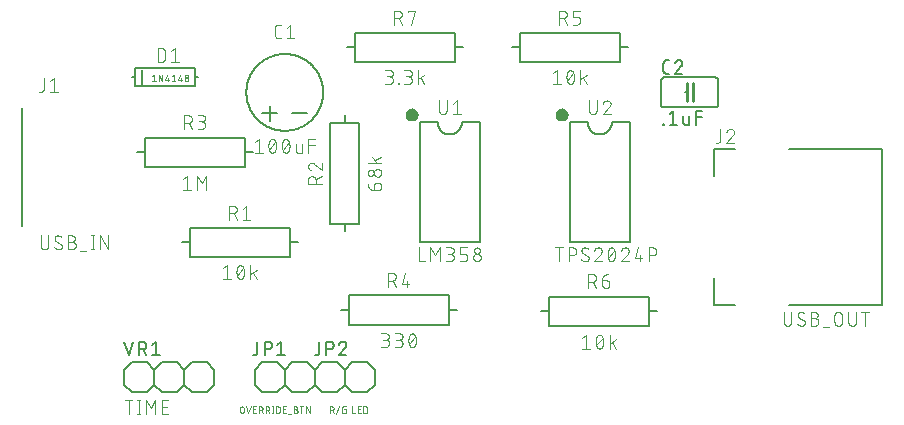
<source format=gbr>
G04 EAGLE Gerber RS-274X export*
G75*
%MOMM*%
%FSLAX34Y34*%
%LPD*%
%INSilkscreen Top*%
%IPPOS*%
%AMOC8*
5,1,8,0,0,1.08239X$1,22.5*%
G01*
G04 Define Apertures*
%ADD10C,0.203200*%
%ADD11C,0.101600*%
%ADD12C,0.127000*%
%ADD13C,0.050800*%
%ADD14C,0.152400*%
%ADD15C,0.254000*%
G36*
X331284Y322648D02*
X331683Y321506D01*
X332327Y320482D01*
X333182Y319627D01*
X334206Y318983D01*
X335348Y318584D01*
X336550Y318448D01*
X337752Y318584D01*
X338894Y318983D01*
X339918Y319627D01*
X340773Y320482D01*
X341417Y321506D01*
X341816Y322648D01*
X341952Y323850D01*
X341816Y325052D01*
X341417Y326194D01*
X340773Y327218D01*
X339918Y328073D01*
X338894Y328717D01*
X337752Y329116D01*
X336550Y329252D01*
X335348Y329116D01*
X334206Y328717D01*
X333182Y328073D01*
X332327Y327218D01*
X331683Y326194D01*
X331284Y325052D01*
X331148Y323850D01*
X331284Y322648D01*
G37*
G36*
X458284Y322648D02*
X458683Y321506D01*
X459327Y320482D01*
X460182Y319627D01*
X461206Y318983D01*
X462348Y318584D01*
X463550Y318448D01*
X464752Y318584D01*
X465894Y318983D01*
X466918Y319627D01*
X467773Y320482D01*
X468417Y321506D01*
X468816Y322648D01*
X468952Y323850D01*
X468816Y325052D01*
X468417Y326194D01*
X467773Y327218D01*
X466918Y328073D01*
X465894Y328717D01*
X464752Y329116D01*
X463550Y329252D01*
X462348Y329116D01*
X461206Y328717D01*
X460182Y328073D01*
X459327Y327218D01*
X458683Y326194D01*
X458284Y325052D01*
X458148Y323850D01*
X458284Y322648D01*
G37*
D10*
X234950Y325120D02*
X247650Y325120D01*
X222250Y325120D02*
X209550Y325120D01*
X215900Y318770D02*
X215900Y331470D01*
X196100Y342900D02*
X196110Y343698D01*
X196139Y344495D01*
X196188Y345291D01*
X196256Y346086D01*
X196344Y346878D01*
X196452Y347669D01*
X196578Y348456D01*
X196724Y349240D01*
X196890Y350021D01*
X197074Y350797D01*
X197277Y351568D01*
X197499Y352334D01*
X197740Y353095D01*
X198000Y353849D01*
X198278Y354597D01*
X198574Y355337D01*
X198888Y356070D01*
X199220Y356796D01*
X199570Y357512D01*
X199938Y358220D01*
X200322Y358919D01*
X200724Y359608D01*
X201142Y360287D01*
X201577Y360956D01*
X202028Y361614D01*
X202496Y362260D01*
X202979Y362895D01*
X203477Y363518D01*
X203991Y364128D01*
X204519Y364726D01*
X205062Y365310D01*
X205619Y365881D01*
X206190Y366438D01*
X206774Y366981D01*
X207372Y367509D01*
X207982Y368023D01*
X208605Y368521D01*
X209240Y369004D01*
X209886Y369472D01*
X210544Y369923D01*
X211213Y370358D01*
X211892Y370776D01*
X212581Y371178D01*
X213280Y371562D01*
X213988Y371930D01*
X214704Y372280D01*
X215430Y372612D01*
X216163Y372926D01*
X216903Y373222D01*
X217651Y373500D01*
X218405Y373760D01*
X219166Y374001D01*
X219932Y374223D01*
X220703Y374426D01*
X221479Y374610D01*
X222260Y374776D01*
X223044Y374922D01*
X223831Y375048D01*
X224622Y375156D01*
X225414Y375244D01*
X226209Y375312D01*
X227005Y375361D01*
X227802Y375390D01*
X228600Y375400D01*
X229398Y375390D01*
X230195Y375361D01*
X230991Y375312D01*
X231786Y375244D01*
X232578Y375156D01*
X233369Y375048D01*
X234156Y374922D01*
X234940Y374776D01*
X235721Y374610D01*
X236497Y374426D01*
X237268Y374223D01*
X238034Y374001D01*
X238795Y373760D01*
X239549Y373500D01*
X240297Y373222D01*
X241037Y372926D01*
X241770Y372612D01*
X242496Y372280D01*
X243212Y371930D01*
X243920Y371562D01*
X244619Y371178D01*
X245308Y370776D01*
X245987Y370358D01*
X246656Y369923D01*
X247314Y369472D01*
X247960Y369004D01*
X248595Y368521D01*
X249218Y368023D01*
X249828Y367509D01*
X250426Y366981D01*
X251010Y366438D01*
X251581Y365881D01*
X252138Y365310D01*
X252681Y364726D01*
X253209Y364128D01*
X253723Y363518D01*
X254221Y362895D01*
X254704Y362260D01*
X255172Y361614D01*
X255623Y360956D01*
X256058Y360287D01*
X256476Y359608D01*
X256878Y358919D01*
X257262Y358220D01*
X257630Y357512D01*
X257980Y356796D01*
X258312Y356070D01*
X258626Y355337D01*
X258922Y354597D01*
X259200Y353849D01*
X259460Y353095D01*
X259701Y352334D01*
X259923Y351568D01*
X260126Y350797D01*
X260310Y350021D01*
X260476Y349240D01*
X260622Y348456D01*
X260748Y347669D01*
X260856Y346878D01*
X260944Y346086D01*
X261012Y345291D01*
X261061Y344495D01*
X261090Y343698D01*
X261100Y342900D01*
X261090Y342102D01*
X261061Y341305D01*
X261012Y340509D01*
X260944Y339714D01*
X260856Y338922D01*
X260748Y338131D01*
X260622Y337344D01*
X260476Y336560D01*
X260310Y335779D01*
X260126Y335003D01*
X259923Y334232D01*
X259701Y333466D01*
X259460Y332705D01*
X259200Y331951D01*
X258922Y331203D01*
X258626Y330463D01*
X258312Y329730D01*
X257980Y329004D01*
X257630Y328288D01*
X257262Y327580D01*
X256878Y326881D01*
X256476Y326192D01*
X256058Y325513D01*
X255623Y324844D01*
X255172Y324186D01*
X254704Y323540D01*
X254221Y322905D01*
X253723Y322282D01*
X253209Y321672D01*
X252681Y321074D01*
X252138Y320490D01*
X251581Y319919D01*
X251010Y319362D01*
X250426Y318819D01*
X249828Y318291D01*
X249218Y317777D01*
X248595Y317279D01*
X247960Y316796D01*
X247314Y316328D01*
X246656Y315877D01*
X245987Y315442D01*
X245308Y315024D01*
X244619Y314622D01*
X243920Y314238D01*
X243212Y313870D01*
X242496Y313520D01*
X241770Y313188D01*
X241037Y312874D01*
X240297Y312578D01*
X239549Y312300D01*
X238795Y312040D01*
X238034Y311799D01*
X237268Y311577D01*
X236497Y311374D01*
X235721Y311190D01*
X234940Y311024D01*
X234156Y310878D01*
X233369Y310752D01*
X232578Y310644D01*
X231786Y310556D01*
X230991Y310488D01*
X230195Y310439D01*
X229398Y310410D01*
X228600Y310400D01*
X227802Y310410D01*
X227005Y310439D01*
X226209Y310488D01*
X225414Y310556D01*
X224622Y310644D01*
X223831Y310752D01*
X223044Y310878D01*
X222260Y311024D01*
X221479Y311190D01*
X220703Y311374D01*
X219932Y311577D01*
X219166Y311799D01*
X218405Y312040D01*
X217651Y312300D01*
X216903Y312578D01*
X216163Y312874D01*
X215430Y313188D01*
X214704Y313520D01*
X213988Y313870D01*
X213280Y314238D01*
X212581Y314622D01*
X211892Y315024D01*
X211213Y315442D01*
X210544Y315877D01*
X209886Y316328D01*
X209240Y316796D01*
X208605Y317279D01*
X207982Y317777D01*
X207372Y318291D01*
X206774Y318819D01*
X206190Y319362D01*
X205619Y319919D01*
X205062Y320490D01*
X204519Y321074D01*
X203991Y321672D01*
X203477Y322282D01*
X202979Y322905D01*
X202496Y323540D01*
X202028Y324186D01*
X201577Y324844D01*
X201142Y325513D01*
X200724Y326192D01*
X200322Y326881D01*
X199938Y327580D01*
X199570Y328288D01*
X199220Y329004D01*
X198888Y329730D01*
X198574Y330463D01*
X198278Y331203D01*
X198000Y331951D01*
X197740Y332705D01*
X197499Y333466D01*
X197277Y334232D01*
X197074Y335003D01*
X196890Y335779D01*
X196724Y336560D01*
X196578Y337344D01*
X196452Y338131D01*
X196344Y338922D01*
X196256Y339714D01*
X196188Y340509D01*
X196139Y341305D01*
X196110Y342102D01*
X196100Y342900D01*
D11*
X223172Y388658D02*
X225768Y388658D01*
X223172Y388658D02*
X223073Y388660D01*
X222973Y388666D01*
X222874Y388675D01*
X222776Y388688D01*
X222678Y388705D01*
X222580Y388726D01*
X222484Y388751D01*
X222389Y388779D01*
X222295Y388811D01*
X222202Y388846D01*
X222110Y388885D01*
X222020Y388928D01*
X221932Y388973D01*
X221845Y389023D01*
X221761Y389075D01*
X221678Y389131D01*
X221598Y389189D01*
X221520Y389251D01*
X221445Y389316D01*
X221372Y389384D01*
X221302Y389454D01*
X221234Y389527D01*
X221169Y389602D01*
X221107Y389680D01*
X221049Y389760D01*
X220993Y389843D01*
X220941Y389927D01*
X220891Y390014D01*
X220846Y390102D01*
X220803Y390192D01*
X220764Y390284D01*
X220729Y390377D01*
X220697Y390471D01*
X220669Y390566D01*
X220644Y390662D01*
X220623Y390760D01*
X220606Y390858D01*
X220593Y390956D01*
X220584Y391055D01*
X220578Y391155D01*
X220576Y391254D01*
X220575Y391254D02*
X220575Y397746D01*
X220576Y397746D02*
X220578Y397845D01*
X220584Y397945D01*
X220593Y398044D01*
X220606Y398142D01*
X220623Y398240D01*
X220644Y398338D01*
X220669Y398434D01*
X220697Y398529D01*
X220729Y398623D01*
X220764Y398716D01*
X220803Y398808D01*
X220846Y398898D01*
X220891Y398986D01*
X220941Y399073D01*
X220993Y399157D01*
X221049Y399240D01*
X221107Y399320D01*
X221169Y399398D01*
X221234Y399473D01*
X221302Y399546D01*
X221372Y399616D01*
X221445Y399684D01*
X221520Y399749D01*
X221598Y399811D01*
X221678Y399869D01*
X221761Y399925D01*
X221845Y399977D01*
X221932Y400027D01*
X222020Y400072D01*
X222110Y400115D01*
X222202Y400154D01*
X222294Y400189D01*
X222389Y400221D01*
X222484Y400249D01*
X222580Y400274D01*
X222678Y400295D01*
X222776Y400312D01*
X222874Y400325D01*
X222973Y400334D01*
X223073Y400340D01*
X223172Y400342D01*
X225768Y400342D01*
X230134Y397746D02*
X233379Y400342D01*
X233379Y388658D01*
X230134Y388658D02*
X236625Y388658D01*
X206568Y303492D02*
X203323Y300896D01*
X206568Y303492D02*
X206568Y291808D01*
X203323Y291808D02*
X209814Y291808D01*
X214753Y297650D02*
X214756Y297880D01*
X214764Y298110D01*
X214778Y298339D01*
X214797Y298568D01*
X214822Y298797D01*
X214852Y299024D01*
X214887Y299252D01*
X214928Y299478D01*
X214974Y299703D01*
X215026Y299927D01*
X215083Y300149D01*
X215145Y300371D01*
X215213Y300590D01*
X215286Y300808D01*
X215364Y301025D01*
X215447Y301239D01*
X215535Y301451D01*
X215628Y301661D01*
X215727Y301869D01*
X215726Y301869D02*
X215759Y301959D01*
X215795Y302048D01*
X215835Y302136D01*
X215879Y302221D01*
X215926Y302305D01*
X215976Y302387D01*
X216030Y302467D01*
X216086Y302544D01*
X216146Y302620D01*
X216209Y302693D01*
X216274Y302763D01*
X216343Y302831D01*
X216414Y302895D01*
X216487Y302957D01*
X216563Y303016D01*
X216641Y303072D01*
X216722Y303125D01*
X216804Y303174D01*
X216888Y303220D01*
X216975Y303263D01*
X217062Y303302D01*
X217152Y303338D01*
X217242Y303370D01*
X217334Y303398D01*
X217427Y303423D01*
X217521Y303444D01*
X217615Y303461D01*
X217710Y303475D01*
X217806Y303484D01*
X217902Y303490D01*
X217998Y303492D01*
X218094Y303490D01*
X218190Y303484D01*
X218286Y303475D01*
X218381Y303461D01*
X218475Y303444D01*
X218569Y303423D01*
X218662Y303398D01*
X218754Y303370D01*
X218844Y303338D01*
X218934Y303302D01*
X219021Y303263D01*
X219108Y303220D01*
X219192Y303174D01*
X219274Y303125D01*
X219355Y303072D01*
X219433Y303016D01*
X219509Y302957D01*
X219582Y302895D01*
X219653Y302831D01*
X219722Y302763D01*
X219787Y302693D01*
X219850Y302620D01*
X219910Y302544D01*
X219966Y302467D01*
X220020Y302387D01*
X220070Y302305D01*
X220117Y302221D01*
X220161Y302136D01*
X220201Y302048D01*
X220237Y301959D01*
X220270Y301869D01*
X220369Y301662D01*
X220462Y301452D01*
X220550Y301239D01*
X220633Y301025D01*
X220711Y300809D01*
X220784Y300591D01*
X220852Y300371D01*
X220914Y300150D01*
X220971Y299927D01*
X221023Y299703D01*
X221069Y299478D01*
X221110Y299252D01*
X221145Y299025D01*
X221175Y298797D01*
X221200Y298568D01*
X221219Y298339D01*
X221233Y298110D01*
X221241Y297880D01*
X221244Y297650D01*
X214752Y297650D02*
X214755Y297420D01*
X214763Y297190D01*
X214777Y296961D01*
X214796Y296732D01*
X214821Y296503D01*
X214851Y296275D01*
X214886Y296048D01*
X214927Y295822D01*
X214973Y295597D01*
X215025Y295373D01*
X215082Y295150D01*
X215144Y294929D01*
X215212Y294709D01*
X215285Y294491D01*
X215363Y294275D01*
X215446Y294061D01*
X215534Y293849D01*
X215627Y293638D01*
X215726Y293431D01*
X215759Y293341D01*
X215795Y293252D01*
X215836Y293164D01*
X215879Y293079D01*
X215926Y292995D01*
X215976Y292913D01*
X216030Y292833D01*
X216086Y292756D01*
X216146Y292680D01*
X216209Y292607D01*
X216274Y292537D01*
X216343Y292469D01*
X216414Y292405D01*
X216487Y292343D01*
X216563Y292284D01*
X216641Y292228D01*
X216722Y292175D01*
X216804Y292126D01*
X216888Y292080D01*
X216975Y292037D01*
X217062Y291998D01*
X217152Y291962D01*
X217242Y291930D01*
X217334Y291902D01*
X217427Y291877D01*
X217521Y291856D01*
X217615Y291839D01*
X217710Y291825D01*
X217806Y291816D01*
X217902Y291810D01*
X217998Y291808D01*
X220270Y293431D02*
X220369Y293638D01*
X220462Y293849D01*
X220550Y294061D01*
X220633Y294275D01*
X220711Y294491D01*
X220784Y294709D01*
X220852Y294929D01*
X220914Y295150D01*
X220971Y295373D01*
X221023Y295597D01*
X221069Y295822D01*
X221110Y296048D01*
X221145Y296275D01*
X221175Y296503D01*
X221200Y296732D01*
X221219Y296961D01*
X221233Y297190D01*
X221241Y297420D01*
X221244Y297650D01*
X220270Y293431D02*
X220237Y293341D01*
X220201Y293252D01*
X220161Y293164D01*
X220117Y293079D01*
X220070Y292995D01*
X220020Y292913D01*
X219966Y292833D01*
X219910Y292756D01*
X219850Y292680D01*
X219787Y292607D01*
X219722Y292537D01*
X219653Y292469D01*
X219582Y292405D01*
X219509Y292343D01*
X219433Y292284D01*
X219355Y292228D01*
X219274Y292175D01*
X219192Y292126D01*
X219108Y292080D01*
X219021Y292037D01*
X218934Y291998D01*
X218844Y291962D01*
X218754Y291930D01*
X218662Y291902D01*
X218569Y291877D01*
X218475Y291856D01*
X218381Y291839D01*
X218286Y291825D01*
X218190Y291816D01*
X218094Y291810D01*
X217998Y291808D01*
X215402Y294404D02*
X220595Y300896D01*
X226183Y297650D02*
X226186Y297880D01*
X226194Y298110D01*
X226208Y298339D01*
X226227Y298568D01*
X226252Y298797D01*
X226282Y299024D01*
X226317Y299252D01*
X226358Y299478D01*
X226404Y299703D01*
X226456Y299927D01*
X226513Y300149D01*
X226575Y300371D01*
X226643Y300590D01*
X226716Y300808D01*
X226794Y301025D01*
X226877Y301239D01*
X226965Y301451D01*
X227058Y301661D01*
X227157Y301869D01*
X227156Y301869D02*
X227189Y301959D01*
X227225Y302048D01*
X227265Y302136D01*
X227309Y302221D01*
X227356Y302305D01*
X227406Y302387D01*
X227460Y302467D01*
X227516Y302544D01*
X227576Y302620D01*
X227639Y302693D01*
X227704Y302763D01*
X227773Y302831D01*
X227844Y302895D01*
X227917Y302957D01*
X227993Y303016D01*
X228071Y303072D01*
X228152Y303125D01*
X228234Y303174D01*
X228318Y303220D01*
X228405Y303263D01*
X228492Y303302D01*
X228582Y303338D01*
X228672Y303370D01*
X228764Y303398D01*
X228857Y303423D01*
X228951Y303444D01*
X229045Y303461D01*
X229140Y303475D01*
X229236Y303484D01*
X229332Y303490D01*
X229428Y303492D01*
X229524Y303490D01*
X229620Y303484D01*
X229716Y303475D01*
X229811Y303461D01*
X229905Y303444D01*
X229999Y303423D01*
X230092Y303398D01*
X230184Y303370D01*
X230274Y303338D01*
X230364Y303302D01*
X230451Y303263D01*
X230538Y303220D01*
X230622Y303174D01*
X230704Y303125D01*
X230785Y303072D01*
X230863Y303016D01*
X230939Y302957D01*
X231012Y302895D01*
X231083Y302831D01*
X231152Y302763D01*
X231217Y302693D01*
X231280Y302620D01*
X231340Y302544D01*
X231396Y302467D01*
X231450Y302387D01*
X231500Y302305D01*
X231547Y302221D01*
X231591Y302136D01*
X231631Y302048D01*
X231667Y301959D01*
X231700Y301869D01*
X231799Y301662D01*
X231892Y301452D01*
X231980Y301239D01*
X232063Y301025D01*
X232141Y300809D01*
X232214Y300591D01*
X232282Y300371D01*
X232344Y300150D01*
X232401Y299927D01*
X232453Y299703D01*
X232499Y299478D01*
X232540Y299252D01*
X232575Y299025D01*
X232605Y298797D01*
X232630Y298568D01*
X232649Y298339D01*
X232663Y298110D01*
X232671Y297880D01*
X232674Y297650D01*
X226182Y297650D02*
X226185Y297420D01*
X226193Y297190D01*
X226207Y296961D01*
X226226Y296732D01*
X226251Y296503D01*
X226281Y296275D01*
X226316Y296048D01*
X226357Y295822D01*
X226403Y295597D01*
X226455Y295373D01*
X226512Y295150D01*
X226574Y294929D01*
X226642Y294709D01*
X226715Y294491D01*
X226793Y294275D01*
X226876Y294061D01*
X226964Y293849D01*
X227057Y293638D01*
X227156Y293431D01*
X227189Y293341D01*
X227225Y293252D01*
X227266Y293164D01*
X227309Y293079D01*
X227356Y292995D01*
X227406Y292913D01*
X227460Y292833D01*
X227516Y292756D01*
X227576Y292680D01*
X227639Y292607D01*
X227704Y292537D01*
X227773Y292469D01*
X227844Y292405D01*
X227917Y292343D01*
X227993Y292284D01*
X228071Y292228D01*
X228152Y292175D01*
X228234Y292126D01*
X228318Y292080D01*
X228405Y292037D01*
X228492Y291998D01*
X228582Y291962D01*
X228672Y291930D01*
X228764Y291902D01*
X228857Y291877D01*
X228951Y291856D01*
X229045Y291839D01*
X229140Y291825D01*
X229236Y291816D01*
X229332Y291810D01*
X229428Y291808D01*
X231700Y293431D02*
X231799Y293638D01*
X231892Y293849D01*
X231980Y294061D01*
X232063Y294275D01*
X232141Y294491D01*
X232214Y294709D01*
X232282Y294929D01*
X232344Y295150D01*
X232401Y295373D01*
X232453Y295597D01*
X232499Y295822D01*
X232540Y296048D01*
X232575Y296275D01*
X232605Y296503D01*
X232630Y296732D01*
X232649Y296961D01*
X232663Y297190D01*
X232671Y297420D01*
X232674Y297650D01*
X231700Y293431D02*
X231667Y293341D01*
X231631Y293252D01*
X231591Y293164D01*
X231547Y293079D01*
X231500Y292995D01*
X231450Y292913D01*
X231396Y292833D01*
X231340Y292756D01*
X231280Y292680D01*
X231217Y292607D01*
X231152Y292537D01*
X231083Y292469D01*
X231012Y292405D01*
X230939Y292343D01*
X230863Y292284D01*
X230785Y292228D01*
X230704Y292175D01*
X230622Y292126D01*
X230538Y292080D01*
X230451Y292037D01*
X230364Y291998D01*
X230274Y291962D01*
X230184Y291930D01*
X230092Y291902D01*
X229999Y291877D01*
X229905Y291856D01*
X229811Y291839D01*
X229716Y291825D01*
X229620Y291816D01*
X229524Y291810D01*
X229428Y291808D01*
X226832Y294404D02*
X232025Y300896D01*
X237881Y299597D02*
X237881Y293755D01*
X237883Y293668D01*
X237889Y293580D01*
X237899Y293494D01*
X237912Y293407D01*
X237930Y293322D01*
X237951Y293237D01*
X237976Y293153D01*
X238005Y293071D01*
X238038Y292990D01*
X238074Y292910D01*
X238113Y292832D01*
X238157Y292756D01*
X238203Y292682D01*
X238253Y292611D01*
X238306Y292541D01*
X238362Y292474D01*
X238421Y292410D01*
X238483Y292348D01*
X238547Y292289D01*
X238614Y292233D01*
X238684Y292180D01*
X238755Y292130D01*
X238829Y292084D01*
X238905Y292040D01*
X238983Y292001D01*
X239063Y291965D01*
X239144Y291932D01*
X239226Y291903D01*
X239310Y291878D01*
X239395Y291857D01*
X239480Y291839D01*
X239567Y291826D01*
X239653Y291816D01*
X239741Y291810D01*
X239828Y291808D01*
X243074Y291808D01*
X243074Y299597D01*
X248684Y303492D02*
X248684Y291808D01*
X248684Y303492D02*
X253877Y303492D01*
X253877Y298299D02*
X248684Y298299D01*
D12*
X148000Y228400D02*
X148000Y203400D01*
X233000Y203400D01*
X233000Y228400D01*
X148000Y228400D01*
X148000Y215900D02*
X141390Y215900D01*
X233000Y215900D02*
X239610Y215900D01*
D11*
X181576Y235258D02*
X181576Y246942D01*
X184822Y246942D01*
X184935Y246940D01*
X185048Y246934D01*
X185161Y246924D01*
X185274Y246910D01*
X185386Y246893D01*
X185497Y246871D01*
X185607Y246846D01*
X185717Y246816D01*
X185825Y246783D01*
X185932Y246746D01*
X186038Y246706D01*
X186142Y246661D01*
X186245Y246613D01*
X186346Y246562D01*
X186445Y246507D01*
X186542Y246449D01*
X186637Y246387D01*
X186730Y246322D01*
X186820Y246254D01*
X186908Y246183D01*
X186994Y246108D01*
X187077Y246031D01*
X187157Y245951D01*
X187234Y245868D01*
X187309Y245782D01*
X187380Y245694D01*
X187448Y245604D01*
X187513Y245511D01*
X187575Y245416D01*
X187633Y245319D01*
X187688Y245220D01*
X187739Y245119D01*
X187787Y245016D01*
X187832Y244912D01*
X187872Y244806D01*
X187909Y244699D01*
X187942Y244591D01*
X187972Y244481D01*
X187997Y244371D01*
X188019Y244260D01*
X188036Y244148D01*
X188050Y244035D01*
X188060Y243922D01*
X188066Y243809D01*
X188068Y243696D01*
X188066Y243583D01*
X188060Y243470D01*
X188050Y243357D01*
X188036Y243244D01*
X188019Y243132D01*
X187997Y243021D01*
X187972Y242911D01*
X187942Y242801D01*
X187909Y242693D01*
X187872Y242586D01*
X187832Y242480D01*
X187787Y242376D01*
X187739Y242273D01*
X187688Y242172D01*
X187633Y242073D01*
X187575Y241976D01*
X187513Y241881D01*
X187448Y241788D01*
X187380Y241698D01*
X187309Y241610D01*
X187234Y241524D01*
X187157Y241441D01*
X187077Y241361D01*
X186994Y241284D01*
X186908Y241209D01*
X186820Y241138D01*
X186730Y241070D01*
X186637Y241005D01*
X186542Y240943D01*
X186445Y240885D01*
X186346Y240830D01*
X186245Y240779D01*
X186142Y240731D01*
X186038Y240686D01*
X185932Y240646D01*
X185825Y240609D01*
X185717Y240576D01*
X185607Y240546D01*
X185497Y240521D01*
X185386Y240499D01*
X185274Y240482D01*
X185161Y240468D01*
X185048Y240458D01*
X184935Y240452D01*
X184822Y240450D01*
X184822Y240451D02*
X181576Y240451D01*
X185471Y240451D02*
X188067Y235258D01*
X192933Y244346D02*
X196178Y246942D01*
X196178Y235258D01*
X192933Y235258D02*
X199424Y235258D01*
X179517Y196542D02*
X176272Y193946D01*
X179517Y196542D02*
X179517Y184858D01*
X176272Y184858D02*
X182763Y184858D01*
X187702Y190700D02*
X187705Y190930D01*
X187713Y191160D01*
X187727Y191389D01*
X187746Y191618D01*
X187771Y191847D01*
X187801Y192074D01*
X187836Y192302D01*
X187877Y192528D01*
X187923Y192753D01*
X187975Y192977D01*
X188032Y193199D01*
X188094Y193421D01*
X188162Y193640D01*
X188235Y193858D01*
X188313Y194075D01*
X188396Y194289D01*
X188484Y194501D01*
X188577Y194711D01*
X188676Y194919D01*
X188675Y194919D02*
X188708Y195009D01*
X188744Y195098D01*
X188784Y195186D01*
X188828Y195271D01*
X188875Y195355D01*
X188925Y195437D01*
X188979Y195517D01*
X189035Y195594D01*
X189095Y195670D01*
X189158Y195743D01*
X189223Y195813D01*
X189292Y195881D01*
X189363Y195945D01*
X189436Y196007D01*
X189512Y196066D01*
X189590Y196122D01*
X189671Y196175D01*
X189753Y196224D01*
X189837Y196270D01*
X189924Y196313D01*
X190011Y196352D01*
X190101Y196388D01*
X190191Y196420D01*
X190283Y196448D01*
X190376Y196473D01*
X190470Y196494D01*
X190564Y196511D01*
X190659Y196525D01*
X190755Y196534D01*
X190851Y196540D01*
X190947Y196542D01*
X191043Y196540D01*
X191139Y196534D01*
X191235Y196525D01*
X191330Y196511D01*
X191424Y196494D01*
X191518Y196473D01*
X191611Y196448D01*
X191703Y196420D01*
X191793Y196388D01*
X191883Y196352D01*
X191970Y196313D01*
X192057Y196270D01*
X192141Y196224D01*
X192223Y196175D01*
X192304Y196122D01*
X192382Y196066D01*
X192458Y196007D01*
X192531Y195945D01*
X192602Y195881D01*
X192671Y195813D01*
X192736Y195743D01*
X192799Y195670D01*
X192859Y195594D01*
X192915Y195517D01*
X192969Y195437D01*
X193019Y195355D01*
X193066Y195271D01*
X193110Y195186D01*
X193150Y195098D01*
X193186Y195009D01*
X193219Y194919D01*
X193318Y194712D01*
X193411Y194502D01*
X193499Y194289D01*
X193582Y194075D01*
X193660Y193859D01*
X193733Y193641D01*
X193801Y193421D01*
X193863Y193200D01*
X193920Y192977D01*
X193972Y192753D01*
X194018Y192528D01*
X194059Y192302D01*
X194094Y192075D01*
X194124Y191847D01*
X194149Y191618D01*
X194168Y191389D01*
X194182Y191160D01*
X194190Y190930D01*
X194193Y190700D01*
X187701Y190700D02*
X187704Y190470D01*
X187712Y190240D01*
X187726Y190011D01*
X187745Y189782D01*
X187770Y189553D01*
X187800Y189325D01*
X187835Y189098D01*
X187876Y188872D01*
X187922Y188647D01*
X187974Y188423D01*
X188031Y188200D01*
X188093Y187979D01*
X188161Y187759D01*
X188234Y187541D01*
X188312Y187325D01*
X188395Y187111D01*
X188483Y186899D01*
X188576Y186688D01*
X188675Y186481D01*
X188708Y186391D01*
X188744Y186302D01*
X188785Y186214D01*
X188828Y186129D01*
X188875Y186045D01*
X188925Y185963D01*
X188979Y185883D01*
X189035Y185806D01*
X189095Y185730D01*
X189158Y185657D01*
X189223Y185587D01*
X189292Y185519D01*
X189363Y185455D01*
X189436Y185393D01*
X189512Y185334D01*
X189590Y185278D01*
X189671Y185225D01*
X189753Y185176D01*
X189837Y185130D01*
X189924Y185087D01*
X190011Y185048D01*
X190101Y185012D01*
X190191Y184980D01*
X190283Y184952D01*
X190376Y184927D01*
X190470Y184906D01*
X190564Y184889D01*
X190659Y184875D01*
X190755Y184866D01*
X190851Y184860D01*
X190947Y184858D01*
X193219Y186481D02*
X193318Y186688D01*
X193411Y186899D01*
X193499Y187111D01*
X193582Y187325D01*
X193660Y187541D01*
X193733Y187759D01*
X193801Y187979D01*
X193863Y188200D01*
X193920Y188423D01*
X193972Y188647D01*
X194018Y188872D01*
X194059Y189098D01*
X194094Y189325D01*
X194124Y189553D01*
X194149Y189782D01*
X194168Y190011D01*
X194182Y190240D01*
X194190Y190470D01*
X194193Y190700D01*
X193219Y186481D02*
X193186Y186391D01*
X193150Y186302D01*
X193110Y186214D01*
X193066Y186129D01*
X193019Y186045D01*
X192969Y185963D01*
X192915Y185883D01*
X192859Y185806D01*
X192799Y185730D01*
X192736Y185657D01*
X192671Y185587D01*
X192602Y185519D01*
X192531Y185455D01*
X192458Y185393D01*
X192382Y185334D01*
X192304Y185278D01*
X192223Y185225D01*
X192141Y185176D01*
X192057Y185130D01*
X191970Y185087D01*
X191883Y185048D01*
X191793Y185012D01*
X191703Y184980D01*
X191611Y184952D01*
X191518Y184927D01*
X191424Y184906D01*
X191330Y184889D01*
X191235Y184875D01*
X191139Y184866D01*
X191043Y184860D01*
X190947Y184858D01*
X188351Y187454D02*
X193544Y193946D01*
X199535Y196542D02*
X199535Y184858D01*
X199535Y188753D02*
X204728Y192647D01*
X201807Y190375D02*
X204728Y184858D01*
D12*
X266900Y231820D02*
X291900Y231820D01*
X291900Y316820D01*
X266900Y316820D01*
X266900Y231820D01*
X279400Y231820D02*
X279400Y225210D01*
X279400Y316820D02*
X279400Y323430D01*
D11*
X260042Y265396D02*
X248358Y265396D01*
X248358Y268642D01*
X248360Y268755D01*
X248366Y268868D01*
X248376Y268981D01*
X248390Y269094D01*
X248407Y269206D01*
X248429Y269317D01*
X248454Y269427D01*
X248484Y269537D01*
X248517Y269645D01*
X248554Y269752D01*
X248594Y269858D01*
X248639Y269962D01*
X248687Y270065D01*
X248738Y270166D01*
X248793Y270265D01*
X248851Y270362D01*
X248913Y270457D01*
X248978Y270550D01*
X249046Y270640D01*
X249117Y270728D01*
X249192Y270814D01*
X249269Y270897D01*
X249349Y270977D01*
X249432Y271054D01*
X249518Y271129D01*
X249606Y271200D01*
X249696Y271268D01*
X249789Y271333D01*
X249884Y271395D01*
X249981Y271453D01*
X250080Y271508D01*
X250181Y271559D01*
X250284Y271607D01*
X250388Y271652D01*
X250494Y271692D01*
X250601Y271729D01*
X250709Y271762D01*
X250819Y271792D01*
X250929Y271817D01*
X251040Y271839D01*
X251152Y271856D01*
X251265Y271870D01*
X251378Y271880D01*
X251491Y271886D01*
X251604Y271888D01*
X251717Y271886D01*
X251830Y271880D01*
X251943Y271870D01*
X252056Y271856D01*
X252168Y271839D01*
X252279Y271817D01*
X252389Y271792D01*
X252499Y271762D01*
X252607Y271729D01*
X252714Y271692D01*
X252820Y271652D01*
X252924Y271607D01*
X253027Y271559D01*
X253128Y271508D01*
X253227Y271453D01*
X253324Y271395D01*
X253419Y271333D01*
X253512Y271268D01*
X253602Y271200D01*
X253690Y271129D01*
X253776Y271054D01*
X253859Y270977D01*
X253939Y270897D01*
X254016Y270814D01*
X254091Y270728D01*
X254162Y270640D01*
X254230Y270550D01*
X254295Y270457D01*
X254357Y270362D01*
X254415Y270265D01*
X254470Y270166D01*
X254521Y270065D01*
X254569Y269962D01*
X254614Y269858D01*
X254654Y269752D01*
X254691Y269645D01*
X254724Y269537D01*
X254754Y269427D01*
X254779Y269317D01*
X254801Y269206D01*
X254818Y269094D01*
X254832Y268981D01*
X254842Y268868D01*
X254848Y268755D01*
X254850Y268642D01*
X254849Y268642D02*
X254849Y265396D01*
X254849Y269291D02*
X260042Y271887D01*
X251279Y283244D02*
X251172Y283242D01*
X251066Y283236D01*
X250960Y283226D01*
X250854Y283213D01*
X250748Y283195D01*
X250644Y283174D01*
X250540Y283149D01*
X250437Y283120D01*
X250336Y283088D01*
X250236Y283051D01*
X250137Y283011D01*
X250039Y282968D01*
X249943Y282921D01*
X249849Y282870D01*
X249757Y282816D01*
X249667Y282759D01*
X249579Y282699D01*
X249494Y282635D01*
X249411Y282568D01*
X249330Y282498D01*
X249252Y282426D01*
X249176Y282350D01*
X249104Y282272D01*
X249034Y282191D01*
X248967Y282108D01*
X248903Y282023D01*
X248843Y281935D01*
X248786Y281845D01*
X248732Y281753D01*
X248681Y281659D01*
X248634Y281563D01*
X248591Y281465D01*
X248551Y281366D01*
X248514Y281266D01*
X248482Y281165D01*
X248453Y281062D01*
X248428Y280958D01*
X248407Y280854D01*
X248389Y280748D01*
X248376Y280642D01*
X248366Y280536D01*
X248360Y280430D01*
X248358Y280323D01*
X248360Y280202D01*
X248366Y280081D01*
X248376Y279961D01*
X248389Y279840D01*
X248407Y279721D01*
X248428Y279601D01*
X248453Y279483D01*
X248482Y279366D01*
X248515Y279249D01*
X248551Y279134D01*
X248592Y279020D01*
X248635Y278907D01*
X248683Y278795D01*
X248734Y278686D01*
X248789Y278578D01*
X248847Y278471D01*
X248908Y278367D01*
X248973Y278265D01*
X249041Y278165D01*
X249112Y278067D01*
X249186Y277971D01*
X249263Y277878D01*
X249344Y277788D01*
X249427Y277700D01*
X249513Y277615D01*
X249602Y277532D01*
X249693Y277453D01*
X249787Y277376D01*
X249883Y277303D01*
X249981Y277233D01*
X250082Y277166D01*
X250185Y277102D01*
X250290Y277042D01*
X250397Y276984D01*
X250505Y276931D01*
X250615Y276881D01*
X250727Y276835D01*
X250840Y276792D01*
X250955Y276753D01*
X253551Y282269D02*
X253473Y282348D01*
X253393Y282424D01*
X253310Y282497D01*
X253224Y282567D01*
X253137Y282634D01*
X253046Y282698D01*
X252954Y282758D01*
X252860Y282816D01*
X252763Y282870D01*
X252665Y282920D01*
X252565Y282967D01*
X252464Y283011D01*
X252361Y283051D01*
X252256Y283087D01*
X252151Y283119D01*
X252044Y283148D01*
X251937Y283173D01*
X251828Y283195D01*
X251719Y283212D01*
X251610Y283226D01*
X251500Y283235D01*
X251389Y283241D01*
X251279Y283243D01*
X253551Y282270D02*
X260042Y276753D01*
X260042Y283244D01*
X303951Y263986D02*
X303951Y260092D01*
X303951Y263986D02*
X303953Y264085D01*
X303959Y264185D01*
X303968Y264284D01*
X303981Y264382D01*
X303998Y264480D01*
X304019Y264578D01*
X304044Y264674D01*
X304072Y264769D01*
X304104Y264863D01*
X304139Y264956D01*
X304178Y265048D01*
X304221Y265138D01*
X304266Y265226D01*
X304316Y265313D01*
X304368Y265397D01*
X304424Y265480D01*
X304482Y265560D01*
X304544Y265638D01*
X304609Y265713D01*
X304677Y265786D01*
X304747Y265856D01*
X304820Y265924D01*
X304895Y265989D01*
X304973Y266051D01*
X305053Y266109D01*
X305136Y266165D01*
X305220Y266217D01*
X305307Y266267D01*
X305395Y266312D01*
X305485Y266355D01*
X305577Y266394D01*
X305670Y266429D01*
X305764Y266461D01*
X305859Y266489D01*
X305955Y266514D01*
X306053Y266535D01*
X306151Y266552D01*
X306249Y266565D01*
X306348Y266574D01*
X306448Y266580D01*
X306547Y266582D01*
X306547Y266583D02*
X307196Y266583D01*
X307309Y266581D01*
X307422Y266575D01*
X307535Y266565D01*
X307648Y266551D01*
X307760Y266534D01*
X307871Y266512D01*
X307981Y266487D01*
X308091Y266457D01*
X308199Y266424D01*
X308306Y266387D01*
X308412Y266347D01*
X308516Y266302D01*
X308619Y266254D01*
X308720Y266203D01*
X308819Y266148D01*
X308916Y266090D01*
X309011Y266028D01*
X309104Y265963D01*
X309194Y265895D01*
X309282Y265824D01*
X309368Y265749D01*
X309451Y265672D01*
X309531Y265592D01*
X309608Y265509D01*
X309683Y265423D01*
X309754Y265335D01*
X309822Y265245D01*
X309887Y265152D01*
X309949Y265057D01*
X310007Y264960D01*
X310062Y264861D01*
X310113Y264760D01*
X310161Y264657D01*
X310206Y264553D01*
X310246Y264447D01*
X310283Y264340D01*
X310316Y264232D01*
X310346Y264122D01*
X310371Y264012D01*
X310393Y263901D01*
X310410Y263789D01*
X310424Y263676D01*
X310434Y263563D01*
X310440Y263450D01*
X310442Y263337D01*
X310440Y263224D01*
X310434Y263111D01*
X310424Y262998D01*
X310410Y262885D01*
X310393Y262773D01*
X310371Y262662D01*
X310346Y262552D01*
X310316Y262442D01*
X310283Y262334D01*
X310246Y262227D01*
X310206Y262121D01*
X310161Y262017D01*
X310113Y261914D01*
X310062Y261813D01*
X310007Y261714D01*
X309949Y261617D01*
X309887Y261522D01*
X309822Y261429D01*
X309754Y261339D01*
X309683Y261251D01*
X309608Y261165D01*
X309531Y261082D01*
X309451Y261002D01*
X309368Y260925D01*
X309282Y260850D01*
X309194Y260779D01*
X309104Y260711D01*
X309011Y260646D01*
X308916Y260584D01*
X308819Y260526D01*
X308720Y260471D01*
X308619Y260420D01*
X308516Y260372D01*
X308412Y260327D01*
X308306Y260287D01*
X308199Y260250D01*
X308091Y260217D01*
X307981Y260187D01*
X307871Y260162D01*
X307760Y260140D01*
X307648Y260123D01*
X307535Y260109D01*
X307422Y260099D01*
X307309Y260093D01*
X307196Y260091D01*
X307196Y260092D02*
X303951Y260092D01*
X303808Y260094D01*
X303665Y260100D01*
X303522Y260110D01*
X303380Y260124D01*
X303238Y260141D01*
X303096Y260163D01*
X302955Y260188D01*
X302815Y260218D01*
X302676Y260251D01*
X302538Y260288D01*
X302401Y260329D01*
X302265Y260373D01*
X302130Y260422D01*
X301997Y260474D01*
X301865Y260529D01*
X301735Y260589D01*
X301606Y260652D01*
X301479Y260718D01*
X301355Y260788D01*
X301232Y260861D01*
X301111Y260938D01*
X300992Y261017D01*
X300876Y261101D01*
X300761Y261187D01*
X300650Y261276D01*
X300541Y261369D01*
X300434Y261464D01*
X300330Y261563D01*
X300229Y261664D01*
X300130Y261768D01*
X300035Y261874D01*
X299942Y261984D01*
X299853Y262095D01*
X299767Y262209D01*
X299684Y262326D01*
X299604Y262445D01*
X299527Y262566D01*
X299454Y262688D01*
X299384Y262813D01*
X299318Y262940D01*
X299255Y263069D01*
X299195Y263199D01*
X299140Y263331D01*
X299088Y263464D01*
X299039Y263599D01*
X298995Y263735D01*
X298954Y263872D01*
X298917Y264010D01*
X298884Y264149D01*
X298854Y264289D01*
X298829Y264430D01*
X298807Y264572D01*
X298790Y264714D01*
X298776Y264856D01*
X298766Y264999D01*
X298760Y265142D01*
X298758Y265285D01*
X307196Y271521D02*
X307083Y271523D01*
X306970Y271529D01*
X306857Y271539D01*
X306744Y271553D01*
X306632Y271570D01*
X306521Y271592D01*
X306411Y271617D01*
X306301Y271647D01*
X306193Y271680D01*
X306086Y271717D01*
X305980Y271757D01*
X305876Y271802D01*
X305773Y271850D01*
X305672Y271901D01*
X305573Y271956D01*
X305476Y272014D01*
X305381Y272076D01*
X305288Y272141D01*
X305198Y272209D01*
X305110Y272280D01*
X305024Y272355D01*
X304941Y272432D01*
X304861Y272512D01*
X304784Y272595D01*
X304709Y272681D01*
X304638Y272769D01*
X304570Y272859D01*
X304505Y272952D01*
X304443Y273047D01*
X304385Y273144D01*
X304330Y273243D01*
X304279Y273344D01*
X304231Y273447D01*
X304186Y273551D01*
X304146Y273657D01*
X304109Y273764D01*
X304076Y273872D01*
X304046Y273982D01*
X304021Y274092D01*
X303999Y274203D01*
X303982Y274315D01*
X303968Y274428D01*
X303958Y274541D01*
X303952Y274654D01*
X303950Y274767D01*
X303952Y274880D01*
X303958Y274993D01*
X303968Y275106D01*
X303982Y275219D01*
X303999Y275331D01*
X304021Y275442D01*
X304046Y275552D01*
X304076Y275662D01*
X304109Y275770D01*
X304146Y275877D01*
X304186Y275983D01*
X304231Y276087D01*
X304279Y276190D01*
X304330Y276291D01*
X304385Y276390D01*
X304443Y276487D01*
X304505Y276582D01*
X304570Y276675D01*
X304638Y276765D01*
X304709Y276853D01*
X304784Y276939D01*
X304861Y277022D01*
X304941Y277102D01*
X305024Y277179D01*
X305110Y277254D01*
X305198Y277325D01*
X305288Y277393D01*
X305381Y277458D01*
X305476Y277520D01*
X305573Y277578D01*
X305672Y277633D01*
X305773Y277684D01*
X305876Y277732D01*
X305980Y277777D01*
X306086Y277817D01*
X306193Y277854D01*
X306301Y277887D01*
X306411Y277917D01*
X306521Y277942D01*
X306632Y277964D01*
X306744Y277981D01*
X306857Y277995D01*
X306970Y278005D01*
X307083Y278011D01*
X307196Y278013D01*
X307309Y278011D01*
X307422Y278005D01*
X307535Y277995D01*
X307648Y277981D01*
X307760Y277964D01*
X307871Y277942D01*
X307981Y277917D01*
X308091Y277887D01*
X308199Y277854D01*
X308306Y277817D01*
X308412Y277777D01*
X308516Y277732D01*
X308619Y277684D01*
X308720Y277633D01*
X308819Y277578D01*
X308916Y277520D01*
X309011Y277458D01*
X309104Y277393D01*
X309194Y277325D01*
X309282Y277254D01*
X309368Y277179D01*
X309451Y277102D01*
X309531Y277022D01*
X309608Y276939D01*
X309683Y276853D01*
X309754Y276765D01*
X309822Y276675D01*
X309887Y276582D01*
X309949Y276487D01*
X310007Y276390D01*
X310062Y276291D01*
X310113Y276190D01*
X310161Y276087D01*
X310206Y275983D01*
X310246Y275877D01*
X310283Y275770D01*
X310316Y275662D01*
X310346Y275552D01*
X310371Y275442D01*
X310393Y275331D01*
X310410Y275219D01*
X310424Y275106D01*
X310434Y274993D01*
X310440Y274880D01*
X310442Y274767D01*
X310440Y274654D01*
X310434Y274541D01*
X310424Y274428D01*
X310410Y274315D01*
X310393Y274203D01*
X310371Y274092D01*
X310346Y273982D01*
X310316Y273872D01*
X310283Y273764D01*
X310246Y273657D01*
X310206Y273551D01*
X310161Y273447D01*
X310113Y273344D01*
X310062Y273243D01*
X310007Y273144D01*
X309949Y273047D01*
X309887Y272952D01*
X309822Y272859D01*
X309754Y272769D01*
X309683Y272681D01*
X309608Y272595D01*
X309531Y272512D01*
X309451Y272432D01*
X309368Y272355D01*
X309282Y272280D01*
X309194Y272209D01*
X309104Y272141D01*
X309011Y272076D01*
X308916Y272014D01*
X308819Y271956D01*
X308720Y271901D01*
X308619Y271850D01*
X308516Y271802D01*
X308412Y271757D01*
X308306Y271717D01*
X308199Y271680D01*
X308091Y271647D01*
X307981Y271617D01*
X307871Y271592D01*
X307760Y271570D01*
X307648Y271553D01*
X307535Y271539D01*
X307422Y271529D01*
X307309Y271523D01*
X307196Y271521D01*
X301354Y272171D02*
X301253Y272173D01*
X301153Y272179D01*
X301053Y272189D01*
X300953Y272202D01*
X300854Y272220D01*
X300755Y272241D01*
X300658Y272266D01*
X300561Y272295D01*
X300466Y272328D01*
X300372Y272364D01*
X300280Y272404D01*
X300189Y272447D01*
X300100Y272494D01*
X300013Y272544D01*
X299927Y272598D01*
X299844Y272655D01*
X299764Y272715D01*
X299685Y272778D01*
X299609Y272845D01*
X299536Y272914D01*
X299466Y272986D01*
X299398Y273060D01*
X299333Y273137D01*
X299272Y273217D01*
X299213Y273299D01*
X299158Y273383D01*
X299106Y273469D01*
X299057Y273557D01*
X299012Y273647D01*
X298970Y273739D01*
X298932Y273832D01*
X298898Y273927D01*
X298867Y274022D01*
X298840Y274119D01*
X298817Y274217D01*
X298797Y274316D01*
X298782Y274416D01*
X298770Y274516D01*
X298762Y274616D01*
X298758Y274717D01*
X298758Y274817D01*
X298762Y274918D01*
X298770Y275018D01*
X298782Y275118D01*
X298797Y275218D01*
X298817Y275317D01*
X298840Y275415D01*
X298867Y275512D01*
X298898Y275607D01*
X298932Y275702D01*
X298970Y275795D01*
X299012Y275887D01*
X299057Y275977D01*
X299106Y276065D01*
X299158Y276151D01*
X299213Y276235D01*
X299272Y276317D01*
X299333Y276397D01*
X299398Y276474D01*
X299466Y276548D01*
X299536Y276620D01*
X299609Y276689D01*
X299685Y276756D01*
X299764Y276819D01*
X299844Y276879D01*
X299927Y276936D01*
X300013Y276990D01*
X300100Y277040D01*
X300189Y277087D01*
X300280Y277130D01*
X300372Y277170D01*
X300466Y277206D01*
X300561Y277239D01*
X300658Y277268D01*
X300755Y277293D01*
X300854Y277314D01*
X300953Y277332D01*
X301053Y277345D01*
X301153Y277355D01*
X301253Y277361D01*
X301354Y277363D01*
X301455Y277361D01*
X301555Y277355D01*
X301655Y277345D01*
X301755Y277332D01*
X301854Y277314D01*
X301953Y277293D01*
X302050Y277268D01*
X302147Y277239D01*
X302242Y277206D01*
X302336Y277170D01*
X302428Y277130D01*
X302519Y277087D01*
X302608Y277040D01*
X302695Y276990D01*
X302781Y276936D01*
X302864Y276879D01*
X302944Y276819D01*
X303023Y276756D01*
X303099Y276689D01*
X303172Y276620D01*
X303242Y276548D01*
X303310Y276474D01*
X303375Y276397D01*
X303436Y276317D01*
X303495Y276235D01*
X303550Y276151D01*
X303602Y276065D01*
X303651Y275977D01*
X303696Y275887D01*
X303738Y275795D01*
X303776Y275702D01*
X303810Y275607D01*
X303841Y275512D01*
X303868Y275415D01*
X303891Y275317D01*
X303911Y275218D01*
X303926Y275118D01*
X303938Y275018D01*
X303946Y274918D01*
X303950Y274817D01*
X303950Y274717D01*
X303946Y274616D01*
X303938Y274516D01*
X303926Y274416D01*
X303911Y274316D01*
X303891Y274217D01*
X303868Y274119D01*
X303841Y274022D01*
X303810Y273927D01*
X303776Y273832D01*
X303738Y273739D01*
X303696Y273647D01*
X303651Y273557D01*
X303602Y273469D01*
X303550Y273383D01*
X303495Y273299D01*
X303436Y273217D01*
X303375Y273137D01*
X303310Y273060D01*
X303242Y272986D01*
X303172Y272914D01*
X303099Y272845D01*
X303023Y272778D01*
X302944Y272715D01*
X302864Y272655D01*
X302781Y272598D01*
X302695Y272544D01*
X302608Y272494D01*
X302519Y272447D01*
X302428Y272404D01*
X302336Y272364D01*
X302242Y272328D01*
X302147Y272295D01*
X302050Y272266D01*
X301953Y272241D01*
X301854Y272220D01*
X301755Y272202D01*
X301655Y272189D01*
X301555Y272179D01*
X301455Y272173D01*
X301354Y272171D01*
X298758Y283355D02*
X310442Y283355D01*
X306547Y283355D02*
X302653Y288548D01*
X304925Y285627D02*
X310442Y288548D01*
D12*
X194900Y279600D02*
X194900Y304600D01*
X109900Y304600D01*
X109900Y279600D01*
X194900Y279600D01*
X194900Y292100D02*
X201510Y292100D01*
X109900Y292100D02*
X103290Y292100D01*
D11*
X143476Y311858D02*
X143476Y323542D01*
X146722Y323542D01*
X146835Y323540D01*
X146948Y323534D01*
X147061Y323524D01*
X147174Y323510D01*
X147286Y323493D01*
X147397Y323471D01*
X147507Y323446D01*
X147617Y323416D01*
X147725Y323383D01*
X147832Y323346D01*
X147938Y323306D01*
X148042Y323261D01*
X148145Y323213D01*
X148246Y323162D01*
X148345Y323107D01*
X148442Y323049D01*
X148537Y322987D01*
X148630Y322922D01*
X148720Y322854D01*
X148808Y322783D01*
X148894Y322708D01*
X148977Y322631D01*
X149057Y322551D01*
X149134Y322468D01*
X149209Y322382D01*
X149280Y322294D01*
X149348Y322204D01*
X149413Y322111D01*
X149475Y322016D01*
X149533Y321919D01*
X149588Y321820D01*
X149639Y321719D01*
X149687Y321616D01*
X149732Y321512D01*
X149772Y321406D01*
X149809Y321299D01*
X149842Y321191D01*
X149872Y321081D01*
X149897Y320971D01*
X149919Y320860D01*
X149936Y320748D01*
X149950Y320635D01*
X149960Y320522D01*
X149966Y320409D01*
X149968Y320296D01*
X149966Y320183D01*
X149960Y320070D01*
X149950Y319957D01*
X149936Y319844D01*
X149919Y319732D01*
X149897Y319621D01*
X149872Y319511D01*
X149842Y319401D01*
X149809Y319293D01*
X149772Y319186D01*
X149732Y319080D01*
X149687Y318976D01*
X149639Y318873D01*
X149588Y318772D01*
X149533Y318673D01*
X149475Y318576D01*
X149413Y318481D01*
X149348Y318388D01*
X149280Y318298D01*
X149209Y318210D01*
X149134Y318124D01*
X149057Y318041D01*
X148977Y317961D01*
X148894Y317884D01*
X148808Y317809D01*
X148720Y317738D01*
X148630Y317670D01*
X148537Y317605D01*
X148442Y317543D01*
X148345Y317485D01*
X148246Y317430D01*
X148145Y317379D01*
X148042Y317331D01*
X147938Y317286D01*
X147832Y317246D01*
X147725Y317209D01*
X147617Y317176D01*
X147507Y317146D01*
X147397Y317121D01*
X147286Y317099D01*
X147174Y317082D01*
X147061Y317068D01*
X146948Y317058D01*
X146835Y317052D01*
X146722Y317050D01*
X146722Y317051D02*
X143476Y317051D01*
X147371Y317051D02*
X149967Y311858D01*
X154833Y311858D02*
X158078Y311858D01*
X158191Y311860D01*
X158304Y311866D01*
X158417Y311876D01*
X158530Y311890D01*
X158642Y311907D01*
X158753Y311929D01*
X158863Y311954D01*
X158973Y311984D01*
X159081Y312017D01*
X159188Y312054D01*
X159294Y312094D01*
X159398Y312139D01*
X159501Y312187D01*
X159602Y312238D01*
X159701Y312293D01*
X159798Y312351D01*
X159893Y312413D01*
X159986Y312478D01*
X160076Y312546D01*
X160164Y312617D01*
X160250Y312692D01*
X160333Y312769D01*
X160413Y312849D01*
X160490Y312932D01*
X160565Y313018D01*
X160636Y313106D01*
X160704Y313196D01*
X160769Y313289D01*
X160831Y313384D01*
X160889Y313481D01*
X160944Y313580D01*
X160995Y313681D01*
X161043Y313784D01*
X161088Y313888D01*
X161128Y313994D01*
X161165Y314101D01*
X161198Y314209D01*
X161228Y314319D01*
X161253Y314429D01*
X161275Y314540D01*
X161292Y314652D01*
X161306Y314765D01*
X161316Y314878D01*
X161322Y314991D01*
X161324Y315104D01*
X161322Y315217D01*
X161316Y315330D01*
X161306Y315443D01*
X161292Y315556D01*
X161275Y315668D01*
X161253Y315779D01*
X161228Y315889D01*
X161198Y315999D01*
X161165Y316107D01*
X161128Y316214D01*
X161088Y316320D01*
X161043Y316424D01*
X160995Y316527D01*
X160944Y316628D01*
X160889Y316727D01*
X160831Y316824D01*
X160769Y316919D01*
X160704Y317012D01*
X160636Y317102D01*
X160565Y317190D01*
X160490Y317276D01*
X160413Y317359D01*
X160333Y317439D01*
X160250Y317516D01*
X160164Y317591D01*
X160076Y317662D01*
X159986Y317730D01*
X159893Y317795D01*
X159798Y317857D01*
X159701Y317915D01*
X159602Y317970D01*
X159501Y318021D01*
X159398Y318069D01*
X159294Y318114D01*
X159188Y318154D01*
X159081Y318191D01*
X158973Y318224D01*
X158863Y318254D01*
X158753Y318279D01*
X158642Y318301D01*
X158530Y318318D01*
X158417Y318332D01*
X158304Y318342D01*
X158191Y318348D01*
X158078Y318350D01*
X158727Y323542D02*
X154833Y323542D01*
X158727Y323542D02*
X158828Y323540D01*
X158928Y323534D01*
X159028Y323524D01*
X159128Y323511D01*
X159227Y323493D01*
X159326Y323472D01*
X159423Y323447D01*
X159520Y323418D01*
X159615Y323385D01*
X159709Y323349D01*
X159801Y323309D01*
X159892Y323266D01*
X159981Y323219D01*
X160068Y323169D01*
X160154Y323115D01*
X160237Y323058D01*
X160317Y322998D01*
X160396Y322935D01*
X160472Y322868D01*
X160545Y322799D01*
X160615Y322727D01*
X160683Y322653D01*
X160748Y322576D01*
X160809Y322496D01*
X160868Y322414D01*
X160923Y322330D01*
X160975Y322244D01*
X161024Y322156D01*
X161069Y322066D01*
X161111Y321974D01*
X161149Y321881D01*
X161183Y321786D01*
X161214Y321691D01*
X161241Y321594D01*
X161264Y321496D01*
X161284Y321397D01*
X161299Y321297D01*
X161311Y321197D01*
X161319Y321097D01*
X161323Y320996D01*
X161323Y320896D01*
X161319Y320795D01*
X161311Y320695D01*
X161299Y320595D01*
X161284Y320495D01*
X161264Y320396D01*
X161241Y320298D01*
X161214Y320201D01*
X161183Y320106D01*
X161149Y320011D01*
X161111Y319918D01*
X161069Y319826D01*
X161024Y319736D01*
X160975Y319648D01*
X160923Y319562D01*
X160868Y319478D01*
X160809Y319396D01*
X160748Y319316D01*
X160683Y319239D01*
X160615Y319165D01*
X160545Y319093D01*
X160472Y319024D01*
X160396Y318957D01*
X160317Y318894D01*
X160237Y318834D01*
X160154Y318777D01*
X160068Y318723D01*
X159981Y318673D01*
X159892Y318626D01*
X159801Y318583D01*
X159709Y318543D01*
X159615Y318507D01*
X159520Y318474D01*
X159423Y318445D01*
X159326Y318420D01*
X159227Y318399D01*
X159128Y318381D01*
X159028Y318368D01*
X158928Y318358D01*
X158828Y318352D01*
X158727Y318350D01*
X158727Y318349D02*
X156131Y318349D01*
X145789Y272342D02*
X142543Y269746D01*
X145789Y272342D02*
X145789Y260658D01*
X142543Y260658D02*
X149035Y260658D01*
X154467Y260658D02*
X154467Y272342D01*
X158362Y265851D01*
X162257Y272342D01*
X162257Y260658D01*
D12*
X367620Y171052D02*
X367620Y146052D01*
X367620Y171052D02*
X282620Y171052D01*
X282620Y146052D01*
X367620Y146052D01*
X367620Y158552D02*
X374230Y158552D01*
X282620Y158552D02*
X276010Y158552D01*
D11*
X316196Y178310D02*
X316196Y189994D01*
X319442Y189994D01*
X319555Y189992D01*
X319668Y189986D01*
X319781Y189976D01*
X319894Y189962D01*
X320006Y189945D01*
X320117Y189923D01*
X320227Y189898D01*
X320337Y189868D01*
X320445Y189835D01*
X320552Y189798D01*
X320658Y189758D01*
X320762Y189713D01*
X320865Y189665D01*
X320966Y189614D01*
X321065Y189559D01*
X321162Y189501D01*
X321257Y189439D01*
X321350Y189374D01*
X321440Y189306D01*
X321528Y189235D01*
X321614Y189160D01*
X321697Y189083D01*
X321777Y189003D01*
X321854Y188920D01*
X321929Y188834D01*
X322000Y188746D01*
X322068Y188656D01*
X322133Y188563D01*
X322195Y188468D01*
X322253Y188371D01*
X322308Y188272D01*
X322359Y188171D01*
X322407Y188068D01*
X322452Y187964D01*
X322492Y187858D01*
X322529Y187751D01*
X322562Y187643D01*
X322592Y187533D01*
X322617Y187423D01*
X322639Y187312D01*
X322656Y187200D01*
X322670Y187087D01*
X322680Y186974D01*
X322686Y186861D01*
X322688Y186748D01*
X322686Y186635D01*
X322680Y186522D01*
X322670Y186409D01*
X322656Y186296D01*
X322639Y186184D01*
X322617Y186073D01*
X322592Y185963D01*
X322562Y185853D01*
X322529Y185745D01*
X322492Y185638D01*
X322452Y185532D01*
X322407Y185428D01*
X322359Y185325D01*
X322308Y185224D01*
X322253Y185125D01*
X322195Y185028D01*
X322133Y184933D01*
X322068Y184840D01*
X322000Y184750D01*
X321929Y184662D01*
X321854Y184576D01*
X321777Y184493D01*
X321697Y184413D01*
X321614Y184336D01*
X321528Y184261D01*
X321440Y184190D01*
X321350Y184122D01*
X321257Y184057D01*
X321162Y183995D01*
X321065Y183937D01*
X320966Y183882D01*
X320865Y183831D01*
X320762Y183783D01*
X320658Y183738D01*
X320552Y183698D01*
X320445Y183661D01*
X320337Y183628D01*
X320227Y183598D01*
X320117Y183573D01*
X320006Y183551D01*
X319894Y183534D01*
X319781Y183520D01*
X319668Y183510D01*
X319555Y183504D01*
X319442Y183502D01*
X319442Y183503D02*
X316196Y183503D01*
X320091Y183503D02*
X322687Y178310D01*
X327553Y180906D02*
X330149Y189994D01*
X327553Y180906D02*
X334044Y180906D01*
X332096Y178310D02*
X332096Y183503D01*
X313690Y127110D02*
X310444Y127110D01*
X313690Y127110D02*
X313803Y127112D01*
X313916Y127118D01*
X314029Y127128D01*
X314142Y127142D01*
X314254Y127159D01*
X314365Y127181D01*
X314475Y127206D01*
X314585Y127236D01*
X314693Y127269D01*
X314800Y127306D01*
X314906Y127346D01*
X315010Y127391D01*
X315113Y127439D01*
X315214Y127490D01*
X315313Y127545D01*
X315410Y127603D01*
X315505Y127665D01*
X315598Y127730D01*
X315688Y127798D01*
X315776Y127869D01*
X315862Y127944D01*
X315945Y128021D01*
X316025Y128101D01*
X316102Y128184D01*
X316177Y128270D01*
X316248Y128358D01*
X316316Y128448D01*
X316381Y128541D01*
X316443Y128636D01*
X316501Y128733D01*
X316556Y128832D01*
X316607Y128933D01*
X316655Y129036D01*
X316700Y129140D01*
X316740Y129246D01*
X316777Y129353D01*
X316810Y129461D01*
X316840Y129571D01*
X316865Y129681D01*
X316887Y129792D01*
X316904Y129904D01*
X316918Y130017D01*
X316928Y130130D01*
X316934Y130243D01*
X316936Y130356D01*
X316934Y130469D01*
X316928Y130582D01*
X316918Y130695D01*
X316904Y130808D01*
X316887Y130920D01*
X316865Y131031D01*
X316840Y131141D01*
X316810Y131251D01*
X316777Y131359D01*
X316740Y131466D01*
X316700Y131572D01*
X316655Y131676D01*
X316607Y131779D01*
X316556Y131880D01*
X316501Y131979D01*
X316443Y132076D01*
X316381Y132171D01*
X316316Y132264D01*
X316248Y132354D01*
X316177Y132442D01*
X316102Y132528D01*
X316025Y132611D01*
X315945Y132691D01*
X315862Y132768D01*
X315776Y132843D01*
X315688Y132914D01*
X315598Y132982D01*
X315505Y133047D01*
X315410Y133109D01*
X315313Y133167D01*
X315214Y133222D01*
X315113Y133273D01*
X315010Y133321D01*
X314906Y133366D01*
X314800Y133406D01*
X314693Y133443D01*
X314585Y133476D01*
X314475Y133506D01*
X314365Y133531D01*
X314254Y133553D01*
X314142Y133570D01*
X314029Y133584D01*
X313916Y133594D01*
X313803Y133600D01*
X313690Y133602D01*
X314339Y138794D02*
X310444Y138794D01*
X314339Y138794D02*
X314440Y138792D01*
X314540Y138786D01*
X314640Y138776D01*
X314740Y138763D01*
X314839Y138745D01*
X314938Y138724D01*
X315035Y138699D01*
X315132Y138670D01*
X315227Y138637D01*
X315321Y138601D01*
X315413Y138561D01*
X315504Y138518D01*
X315593Y138471D01*
X315680Y138421D01*
X315766Y138367D01*
X315849Y138310D01*
X315929Y138250D01*
X316008Y138187D01*
X316084Y138120D01*
X316157Y138051D01*
X316227Y137979D01*
X316295Y137905D01*
X316360Y137828D01*
X316421Y137748D01*
X316480Y137666D01*
X316535Y137582D01*
X316587Y137496D01*
X316636Y137408D01*
X316681Y137318D01*
X316723Y137226D01*
X316761Y137133D01*
X316795Y137038D01*
X316826Y136943D01*
X316853Y136846D01*
X316876Y136748D01*
X316896Y136649D01*
X316911Y136549D01*
X316923Y136449D01*
X316931Y136349D01*
X316935Y136248D01*
X316935Y136148D01*
X316931Y136047D01*
X316923Y135947D01*
X316911Y135847D01*
X316896Y135747D01*
X316876Y135648D01*
X316853Y135550D01*
X316826Y135453D01*
X316795Y135358D01*
X316761Y135263D01*
X316723Y135170D01*
X316681Y135078D01*
X316636Y134988D01*
X316587Y134900D01*
X316535Y134814D01*
X316480Y134730D01*
X316421Y134648D01*
X316360Y134568D01*
X316295Y134491D01*
X316227Y134417D01*
X316157Y134345D01*
X316084Y134276D01*
X316008Y134209D01*
X315929Y134146D01*
X315849Y134086D01*
X315766Y134029D01*
X315680Y133975D01*
X315593Y133925D01*
X315504Y133878D01*
X315413Y133835D01*
X315321Y133795D01*
X315227Y133759D01*
X315132Y133726D01*
X315035Y133697D01*
X314938Y133672D01*
X314839Y133651D01*
X314740Y133633D01*
X314640Y133620D01*
X314540Y133610D01*
X314440Y133604D01*
X314339Y133602D01*
X314339Y133601D02*
X311743Y133601D01*
X321874Y127110D02*
X325120Y127110D01*
X325233Y127112D01*
X325346Y127118D01*
X325459Y127128D01*
X325572Y127142D01*
X325684Y127159D01*
X325795Y127181D01*
X325905Y127206D01*
X326015Y127236D01*
X326123Y127269D01*
X326230Y127306D01*
X326336Y127346D01*
X326440Y127391D01*
X326543Y127439D01*
X326644Y127490D01*
X326743Y127545D01*
X326840Y127603D01*
X326935Y127665D01*
X327028Y127730D01*
X327118Y127798D01*
X327206Y127869D01*
X327292Y127944D01*
X327375Y128021D01*
X327455Y128101D01*
X327532Y128184D01*
X327607Y128270D01*
X327678Y128358D01*
X327746Y128448D01*
X327811Y128541D01*
X327873Y128636D01*
X327931Y128733D01*
X327986Y128832D01*
X328037Y128933D01*
X328085Y129036D01*
X328130Y129140D01*
X328170Y129246D01*
X328207Y129353D01*
X328240Y129461D01*
X328270Y129571D01*
X328295Y129681D01*
X328317Y129792D01*
X328334Y129904D01*
X328348Y130017D01*
X328358Y130130D01*
X328364Y130243D01*
X328366Y130356D01*
X328364Y130469D01*
X328358Y130582D01*
X328348Y130695D01*
X328334Y130808D01*
X328317Y130920D01*
X328295Y131031D01*
X328270Y131141D01*
X328240Y131251D01*
X328207Y131359D01*
X328170Y131466D01*
X328130Y131572D01*
X328085Y131676D01*
X328037Y131779D01*
X327986Y131880D01*
X327931Y131979D01*
X327873Y132076D01*
X327811Y132171D01*
X327746Y132264D01*
X327678Y132354D01*
X327607Y132442D01*
X327532Y132528D01*
X327455Y132611D01*
X327375Y132691D01*
X327292Y132768D01*
X327206Y132843D01*
X327118Y132914D01*
X327028Y132982D01*
X326935Y133047D01*
X326840Y133109D01*
X326743Y133167D01*
X326644Y133222D01*
X326543Y133273D01*
X326440Y133321D01*
X326336Y133366D01*
X326230Y133406D01*
X326123Y133443D01*
X326015Y133476D01*
X325905Y133506D01*
X325795Y133531D01*
X325684Y133553D01*
X325572Y133570D01*
X325459Y133584D01*
X325346Y133594D01*
X325233Y133600D01*
X325120Y133602D01*
X325769Y138794D02*
X321874Y138794D01*
X325769Y138794D02*
X325870Y138792D01*
X325970Y138786D01*
X326070Y138776D01*
X326170Y138763D01*
X326269Y138745D01*
X326368Y138724D01*
X326465Y138699D01*
X326562Y138670D01*
X326657Y138637D01*
X326751Y138601D01*
X326843Y138561D01*
X326934Y138518D01*
X327023Y138471D01*
X327110Y138421D01*
X327196Y138367D01*
X327279Y138310D01*
X327359Y138250D01*
X327438Y138187D01*
X327514Y138120D01*
X327587Y138051D01*
X327657Y137979D01*
X327725Y137905D01*
X327790Y137828D01*
X327851Y137748D01*
X327910Y137666D01*
X327965Y137582D01*
X328017Y137496D01*
X328066Y137408D01*
X328111Y137318D01*
X328153Y137226D01*
X328191Y137133D01*
X328225Y137038D01*
X328256Y136943D01*
X328283Y136846D01*
X328306Y136748D01*
X328326Y136649D01*
X328341Y136549D01*
X328353Y136449D01*
X328361Y136349D01*
X328365Y136248D01*
X328365Y136148D01*
X328361Y136047D01*
X328353Y135947D01*
X328341Y135847D01*
X328326Y135747D01*
X328306Y135648D01*
X328283Y135550D01*
X328256Y135453D01*
X328225Y135358D01*
X328191Y135263D01*
X328153Y135170D01*
X328111Y135078D01*
X328066Y134988D01*
X328017Y134900D01*
X327965Y134814D01*
X327910Y134730D01*
X327851Y134648D01*
X327790Y134568D01*
X327725Y134491D01*
X327657Y134417D01*
X327587Y134345D01*
X327514Y134276D01*
X327438Y134209D01*
X327359Y134146D01*
X327279Y134086D01*
X327196Y134029D01*
X327110Y133975D01*
X327023Y133925D01*
X326934Y133878D01*
X326843Y133835D01*
X326751Y133795D01*
X326657Y133759D01*
X326562Y133726D01*
X326465Y133697D01*
X326368Y133672D01*
X326269Y133651D01*
X326170Y133633D01*
X326070Y133620D01*
X325970Y133610D01*
X325870Y133604D01*
X325769Y133602D01*
X325769Y133601D02*
X323173Y133601D01*
X333305Y132952D02*
X333308Y133182D01*
X333316Y133412D01*
X333330Y133641D01*
X333349Y133870D01*
X333374Y134099D01*
X333404Y134326D01*
X333439Y134554D01*
X333480Y134780D01*
X333526Y135005D01*
X333578Y135229D01*
X333635Y135451D01*
X333697Y135673D01*
X333765Y135892D01*
X333838Y136110D01*
X333916Y136327D01*
X333999Y136541D01*
X334087Y136753D01*
X334180Y136963D01*
X334279Y137171D01*
X334278Y137171D02*
X334311Y137261D01*
X334347Y137350D01*
X334387Y137438D01*
X334431Y137523D01*
X334478Y137607D01*
X334528Y137689D01*
X334582Y137769D01*
X334638Y137846D01*
X334698Y137922D01*
X334761Y137995D01*
X334826Y138065D01*
X334895Y138133D01*
X334966Y138197D01*
X335039Y138259D01*
X335115Y138318D01*
X335193Y138374D01*
X335274Y138427D01*
X335356Y138476D01*
X335440Y138522D01*
X335527Y138565D01*
X335614Y138604D01*
X335704Y138640D01*
X335794Y138672D01*
X335886Y138700D01*
X335979Y138725D01*
X336073Y138746D01*
X336167Y138763D01*
X336262Y138777D01*
X336358Y138786D01*
X336454Y138792D01*
X336550Y138794D01*
X336646Y138792D01*
X336742Y138786D01*
X336838Y138777D01*
X336933Y138763D01*
X337027Y138746D01*
X337121Y138725D01*
X337214Y138700D01*
X337306Y138672D01*
X337396Y138640D01*
X337486Y138604D01*
X337573Y138565D01*
X337660Y138522D01*
X337744Y138476D01*
X337826Y138427D01*
X337907Y138374D01*
X337985Y138318D01*
X338061Y138259D01*
X338134Y138197D01*
X338205Y138133D01*
X338274Y138065D01*
X338339Y137995D01*
X338402Y137922D01*
X338462Y137846D01*
X338518Y137769D01*
X338572Y137689D01*
X338622Y137607D01*
X338669Y137523D01*
X338713Y137438D01*
X338753Y137350D01*
X338789Y137261D01*
X338822Y137171D01*
X338921Y136964D01*
X339014Y136754D01*
X339102Y136541D01*
X339185Y136327D01*
X339263Y136111D01*
X339336Y135893D01*
X339404Y135673D01*
X339466Y135452D01*
X339523Y135229D01*
X339575Y135005D01*
X339621Y134780D01*
X339662Y134554D01*
X339697Y134327D01*
X339727Y134099D01*
X339752Y133870D01*
X339771Y133641D01*
X339785Y133412D01*
X339793Y133182D01*
X339796Y132952D01*
X333304Y132952D02*
X333307Y132722D01*
X333315Y132492D01*
X333329Y132263D01*
X333348Y132034D01*
X333373Y131805D01*
X333403Y131577D01*
X333438Y131350D01*
X333479Y131124D01*
X333525Y130899D01*
X333577Y130675D01*
X333634Y130452D01*
X333696Y130231D01*
X333764Y130011D01*
X333837Y129793D01*
X333915Y129577D01*
X333998Y129363D01*
X334086Y129151D01*
X334179Y128940D01*
X334278Y128733D01*
X334311Y128643D01*
X334347Y128554D01*
X334388Y128466D01*
X334431Y128381D01*
X334478Y128297D01*
X334528Y128215D01*
X334582Y128135D01*
X334638Y128058D01*
X334698Y127982D01*
X334761Y127909D01*
X334826Y127839D01*
X334895Y127771D01*
X334966Y127707D01*
X335039Y127645D01*
X335115Y127586D01*
X335193Y127530D01*
X335274Y127477D01*
X335356Y127428D01*
X335440Y127382D01*
X335527Y127339D01*
X335614Y127300D01*
X335704Y127264D01*
X335794Y127232D01*
X335886Y127204D01*
X335979Y127179D01*
X336073Y127158D01*
X336167Y127141D01*
X336262Y127127D01*
X336358Y127118D01*
X336454Y127112D01*
X336550Y127110D01*
X338822Y128733D02*
X338921Y128940D01*
X339014Y129151D01*
X339102Y129363D01*
X339185Y129577D01*
X339263Y129793D01*
X339336Y130011D01*
X339404Y130231D01*
X339466Y130452D01*
X339523Y130675D01*
X339575Y130899D01*
X339621Y131124D01*
X339662Y131350D01*
X339697Y131577D01*
X339727Y131805D01*
X339752Y132034D01*
X339771Y132263D01*
X339785Y132492D01*
X339793Y132722D01*
X339796Y132952D01*
X338822Y128733D02*
X338789Y128643D01*
X338753Y128554D01*
X338713Y128466D01*
X338669Y128381D01*
X338622Y128297D01*
X338572Y128215D01*
X338518Y128135D01*
X338462Y128058D01*
X338402Y127982D01*
X338339Y127909D01*
X338274Y127839D01*
X338205Y127771D01*
X338134Y127707D01*
X338061Y127645D01*
X337985Y127586D01*
X337907Y127530D01*
X337826Y127477D01*
X337744Y127428D01*
X337660Y127382D01*
X337573Y127339D01*
X337486Y127300D01*
X337396Y127264D01*
X337306Y127232D01*
X337214Y127204D01*
X337121Y127179D01*
X337027Y127158D01*
X336933Y127141D01*
X336838Y127127D01*
X336742Y127118D01*
X336646Y127112D01*
X336550Y127110D01*
X333954Y129706D02*
X339146Y136198D01*
D10*
X393700Y215900D02*
X393700Y317500D01*
X342900Y317500D02*
X342900Y215900D01*
X393700Y215900D01*
X393700Y317500D02*
X378460Y317500D01*
X358140Y317500D02*
X342900Y317500D01*
X358140Y317500D02*
X358143Y317253D01*
X358152Y317005D01*
X358167Y316758D01*
X358188Y316512D01*
X358215Y316266D01*
X358248Y316021D01*
X358287Y315776D01*
X358332Y315533D01*
X358383Y315291D01*
X358440Y315050D01*
X358502Y314811D01*
X358571Y314573D01*
X358645Y314337D01*
X358725Y314103D01*
X358810Y313871D01*
X358902Y313641D01*
X358998Y313413D01*
X359101Y313188D01*
X359208Y312965D01*
X359322Y312745D01*
X359440Y312528D01*
X359564Y312313D01*
X359693Y312102D01*
X359827Y311894D01*
X359966Y311689D01*
X360110Y311488D01*
X360258Y311290D01*
X360412Y311096D01*
X360570Y310906D01*
X360733Y310720D01*
X360900Y310538D01*
X361072Y310360D01*
X361248Y310186D01*
X361428Y310016D01*
X361613Y309851D01*
X361801Y309691D01*
X361993Y309535D01*
X362189Y309383D01*
X362388Y309237D01*
X362591Y309095D01*
X362798Y308959D01*
X363007Y308827D01*
X363220Y308701D01*
X363436Y308580D01*
X363654Y308464D01*
X363876Y308354D01*
X364100Y308249D01*
X364326Y308149D01*
X364555Y308055D01*
X364786Y307967D01*
X365020Y307884D01*
X365255Y307807D01*
X365492Y307736D01*
X365730Y307670D01*
X365970Y307611D01*
X366212Y307557D01*
X366455Y307509D01*
X366698Y307467D01*
X366943Y307431D01*
X367189Y307401D01*
X367435Y307377D01*
X367682Y307359D01*
X367929Y307347D01*
X368176Y307341D01*
X368424Y307341D01*
X368671Y307347D01*
X368918Y307359D01*
X369165Y307377D01*
X369411Y307401D01*
X369657Y307431D01*
X369902Y307467D01*
X370145Y307509D01*
X370388Y307557D01*
X370630Y307611D01*
X370870Y307670D01*
X371108Y307736D01*
X371345Y307807D01*
X371580Y307884D01*
X371814Y307967D01*
X372045Y308055D01*
X372274Y308149D01*
X372500Y308249D01*
X372724Y308354D01*
X372946Y308464D01*
X373164Y308580D01*
X373380Y308701D01*
X373593Y308827D01*
X373802Y308959D01*
X374009Y309095D01*
X374212Y309237D01*
X374411Y309383D01*
X374607Y309535D01*
X374799Y309691D01*
X374987Y309851D01*
X375172Y310016D01*
X375352Y310186D01*
X375528Y310360D01*
X375700Y310538D01*
X375867Y310720D01*
X376030Y310906D01*
X376188Y311096D01*
X376342Y311290D01*
X376490Y311488D01*
X376634Y311689D01*
X376773Y311894D01*
X376907Y312102D01*
X377036Y312313D01*
X377160Y312528D01*
X377278Y312745D01*
X377392Y312965D01*
X377499Y313188D01*
X377602Y313413D01*
X377698Y313641D01*
X377790Y313871D01*
X377875Y314103D01*
X377955Y314337D01*
X378029Y314573D01*
X378098Y314811D01*
X378160Y315050D01*
X378217Y315291D01*
X378268Y315533D01*
X378313Y315776D01*
X378352Y316021D01*
X378385Y316266D01*
X378412Y316512D01*
X378433Y316758D01*
X378448Y317005D01*
X378457Y317253D01*
X378460Y317500D01*
D11*
X359149Y327604D02*
X359149Y336042D01*
X359149Y327604D02*
X359151Y327491D01*
X359157Y327378D01*
X359167Y327265D01*
X359181Y327152D01*
X359198Y327040D01*
X359220Y326929D01*
X359245Y326819D01*
X359275Y326709D01*
X359308Y326601D01*
X359345Y326494D01*
X359385Y326388D01*
X359430Y326284D01*
X359478Y326181D01*
X359529Y326080D01*
X359584Y325981D01*
X359642Y325884D01*
X359704Y325789D01*
X359769Y325696D01*
X359837Y325606D01*
X359908Y325518D01*
X359983Y325432D01*
X360060Y325349D01*
X360140Y325269D01*
X360223Y325192D01*
X360309Y325117D01*
X360397Y325046D01*
X360487Y324978D01*
X360580Y324913D01*
X360675Y324851D01*
X360772Y324793D01*
X360871Y324738D01*
X360972Y324687D01*
X361075Y324639D01*
X361179Y324594D01*
X361285Y324554D01*
X361392Y324517D01*
X361500Y324484D01*
X361610Y324454D01*
X361720Y324429D01*
X361831Y324407D01*
X361943Y324390D01*
X362056Y324376D01*
X362169Y324366D01*
X362282Y324360D01*
X362395Y324358D01*
X362508Y324360D01*
X362621Y324366D01*
X362734Y324376D01*
X362847Y324390D01*
X362959Y324407D01*
X363070Y324429D01*
X363180Y324454D01*
X363290Y324484D01*
X363398Y324517D01*
X363505Y324554D01*
X363611Y324594D01*
X363715Y324639D01*
X363818Y324687D01*
X363919Y324738D01*
X364018Y324793D01*
X364115Y324851D01*
X364210Y324913D01*
X364303Y324978D01*
X364393Y325046D01*
X364481Y325117D01*
X364567Y325192D01*
X364650Y325269D01*
X364730Y325349D01*
X364807Y325432D01*
X364882Y325518D01*
X364953Y325606D01*
X365021Y325696D01*
X365086Y325789D01*
X365148Y325884D01*
X365206Y325981D01*
X365261Y326080D01*
X365312Y326181D01*
X365360Y326284D01*
X365405Y326388D01*
X365445Y326494D01*
X365482Y326601D01*
X365515Y326709D01*
X365545Y326819D01*
X365570Y326929D01*
X365592Y327040D01*
X365609Y327152D01*
X365623Y327265D01*
X365633Y327378D01*
X365639Y327491D01*
X365641Y327604D01*
X365640Y327604D02*
X365640Y336042D01*
X370960Y333446D02*
X374205Y336042D01*
X374205Y324358D01*
X370960Y324358D02*
X377451Y324358D01*
X342015Y211582D02*
X342015Y199898D01*
X347208Y199898D01*
X352012Y199898D02*
X352012Y211582D01*
X355906Y205091D01*
X359801Y211582D01*
X359801Y199898D01*
X365234Y199898D02*
X368479Y199898D01*
X368592Y199900D01*
X368705Y199906D01*
X368818Y199916D01*
X368931Y199930D01*
X369043Y199947D01*
X369154Y199969D01*
X369264Y199994D01*
X369374Y200024D01*
X369482Y200057D01*
X369589Y200094D01*
X369695Y200134D01*
X369799Y200179D01*
X369902Y200227D01*
X370003Y200278D01*
X370102Y200333D01*
X370199Y200391D01*
X370294Y200453D01*
X370387Y200518D01*
X370477Y200586D01*
X370565Y200657D01*
X370651Y200732D01*
X370734Y200809D01*
X370814Y200889D01*
X370891Y200972D01*
X370966Y201058D01*
X371037Y201146D01*
X371105Y201236D01*
X371170Y201329D01*
X371232Y201424D01*
X371290Y201521D01*
X371345Y201620D01*
X371396Y201721D01*
X371444Y201824D01*
X371489Y201928D01*
X371529Y202034D01*
X371566Y202141D01*
X371599Y202249D01*
X371629Y202359D01*
X371654Y202469D01*
X371676Y202580D01*
X371693Y202692D01*
X371707Y202805D01*
X371717Y202918D01*
X371723Y203031D01*
X371725Y203144D01*
X371723Y203257D01*
X371717Y203370D01*
X371707Y203483D01*
X371693Y203596D01*
X371676Y203708D01*
X371654Y203819D01*
X371629Y203929D01*
X371599Y204039D01*
X371566Y204147D01*
X371529Y204254D01*
X371489Y204360D01*
X371444Y204464D01*
X371396Y204567D01*
X371345Y204668D01*
X371290Y204767D01*
X371232Y204864D01*
X371170Y204959D01*
X371105Y205052D01*
X371037Y205142D01*
X370966Y205230D01*
X370891Y205316D01*
X370814Y205399D01*
X370734Y205479D01*
X370651Y205556D01*
X370565Y205631D01*
X370477Y205702D01*
X370387Y205770D01*
X370294Y205835D01*
X370199Y205897D01*
X370102Y205955D01*
X370003Y206010D01*
X369902Y206061D01*
X369799Y206109D01*
X369695Y206154D01*
X369589Y206194D01*
X369482Y206231D01*
X369374Y206264D01*
X369264Y206294D01*
X369154Y206319D01*
X369043Y206341D01*
X368931Y206358D01*
X368818Y206372D01*
X368705Y206382D01*
X368592Y206388D01*
X368479Y206390D01*
X369128Y211582D02*
X365234Y211582D01*
X369128Y211582D02*
X369229Y211580D01*
X369329Y211574D01*
X369429Y211564D01*
X369529Y211551D01*
X369628Y211533D01*
X369727Y211512D01*
X369824Y211487D01*
X369921Y211458D01*
X370016Y211425D01*
X370110Y211389D01*
X370202Y211349D01*
X370293Y211306D01*
X370382Y211259D01*
X370469Y211209D01*
X370555Y211155D01*
X370638Y211098D01*
X370718Y211038D01*
X370797Y210975D01*
X370873Y210908D01*
X370946Y210839D01*
X371016Y210767D01*
X371084Y210693D01*
X371149Y210616D01*
X371210Y210536D01*
X371269Y210454D01*
X371324Y210370D01*
X371376Y210284D01*
X371425Y210196D01*
X371470Y210106D01*
X371512Y210014D01*
X371550Y209921D01*
X371584Y209826D01*
X371615Y209731D01*
X371642Y209634D01*
X371665Y209536D01*
X371685Y209437D01*
X371700Y209337D01*
X371712Y209237D01*
X371720Y209137D01*
X371724Y209036D01*
X371724Y208936D01*
X371720Y208835D01*
X371712Y208735D01*
X371700Y208635D01*
X371685Y208535D01*
X371665Y208436D01*
X371642Y208338D01*
X371615Y208241D01*
X371584Y208146D01*
X371550Y208051D01*
X371512Y207958D01*
X371470Y207866D01*
X371425Y207776D01*
X371376Y207688D01*
X371324Y207602D01*
X371269Y207518D01*
X371210Y207436D01*
X371149Y207356D01*
X371084Y207279D01*
X371016Y207205D01*
X370946Y207133D01*
X370873Y207064D01*
X370797Y206997D01*
X370718Y206934D01*
X370638Y206874D01*
X370555Y206817D01*
X370469Y206763D01*
X370382Y206713D01*
X370293Y206666D01*
X370202Y206623D01*
X370110Y206583D01*
X370016Y206547D01*
X369921Y206514D01*
X369824Y206485D01*
X369727Y206460D01*
X369628Y206439D01*
X369529Y206421D01*
X369429Y206408D01*
X369329Y206398D01*
X369229Y206392D01*
X369128Y206390D01*
X369128Y206389D02*
X366532Y206389D01*
X376664Y199898D02*
X380558Y199898D01*
X380657Y199900D01*
X380757Y199906D01*
X380856Y199915D01*
X380954Y199928D01*
X381052Y199945D01*
X381150Y199966D01*
X381246Y199991D01*
X381341Y200019D01*
X381435Y200051D01*
X381528Y200086D01*
X381620Y200125D01*
X381710Y200168D01*
X381798Y200213D01*
X381885Y200263D01*
X381969Y200315D01*
X382052Y200371D01*
X382132Y200429D01*
X382210Y200491D01*
X382285Y200556D01*
X382358Y200624D01*
X382428Y200694D01*
X382496Y200767D01*
X382561Y200842D01*
X382623Y200920D01*
X382681Y201000D01*
X382737Y201083D01*
X382789Y201167D01*
X382839Y201254D01*
X382884Y201342D01*
X382927Y201432D01*
X382966Y201524D01*
X383001Y201617D01*
X383033Y201711D01*
X383061Y201806D01*
X383086Y201902D01*
X383107Y202000D01*
X383124Y202098D01*
X383137Y202196D01*
X383146Y202295D01*
X383152Y202395D01*
X383154Y202494D01*
X383155Y202494D02*
X383155Y203793D01*
X383154Y203793D02*
X383152Y203892D01*
X383146Y203992D01*
X383137Y204091D01*
X383124Y204189D01*
X383107Y204287D01*
X383086Y204385D01*
X383061Y204481D01*
X383033Y204576D01*
X383001Y204670D01*
X382966Y204763D01*
X382927Y204855D01*
X382884Y204945D01*
X382839Y205033D01*
X382789Y205120D01*
X382737Y205204D01*
X382681Y205287D01*
X382623Y205367D01*
X382561Y205445D01*
X382496Y205520D01*
X382428Y205593D01*
X382358Y205663D01*
X382285Y205731D01*
X382210Y205796D01*
X382132Y205858D01*
X382052Y205916D01*
X381969Y205972D01*
X381885Y206024D01*
X381798Y206074D01*
X381710Y206119D01*
X381620Y206162D01*
X381528Y206201D01*
X381435Y206236D01*
X381341Y206268D01*
X381246Y206296D01*
X381150Y206321D01*
X381052Y206342D01*
X380954Y206359D01*
X380856Y206372D01*
X380757Y206381D01*
X380657Y206387D01*
X380558Y206389D01*
X376664Y206389D01*
X376664Y211582D01*
X383155Y211582D01*
X388093Y203144D02*
X388095Y203257D01*
X388101Y203370D01*
X388111Y203483D01*
X388125Y203596D01*
X388142Y203708D01*
X388164Y203819D01*
X388189Y203929D01*
X388219Y204039D01*
X388252Y204147D01*
X388289Y204254D01*
X388329Y204360D01*
X388374Y204464D01*
X388422Y204567D01*
X388473Y204668D01*
X388528Y204767D01*
X388586Y204864D01*
X388648Y204959D01*
X388713Y205052D01*
X388781Y205142D01*
X388852Y205230D01*
X388927Y205316D01*
X389004Y205399D01*
X389084Y205479D01*
X389167Y205556D01*
X389253Y205631D01*
X389341Y205702D01*
X389431Y205770D01*
X389524Y205835D01*
X389619Y205897D01*
X389716Y205955D01*
X389815Y206010D01*
X389916Y206061D01*
X390019Y206109D01*
X390123Y206154D01*
X390229Y206194D01*
X390336Y206231D01*
X390444Y206264D01*
X390554Y206294D01*
X390664Y206319D01*
X390775Y206341D01*
X390887Y206358D01*
X391000Y206372D01*
X391113Y206382D01*
X391226Y206388D01*
X391339Y206390D01*
X391452Y206388D01*
X391565Y206382D01*
X391678Y206372D01*
X391791Y206358D01*
X391903Y206341D01*
X392014Y206319D01*
X392124Y206294D01*
X392234Y206264D01*
X392342Y206231D01*
X392449Y206194D01*
X392555Y206154D01*
X392659Y206109D01*
X392762Y206061D01*
X392863Y206010D01*
X392962Y205955D01*
X393059Y205897D01*
X393154Y205835D01*
X393247Y205770D01*
X393337Y205702D01*
X393425Y205631D01*
X393511Y205556D01*
X393594Y205479D01*
X393674Y205399D01*
X393751Y205316D01*
X393826Y205230D01*
X393897Y205142D01*
X393965Y205052D01*
X394030Y204959D01*
X394092Y204864D01*
X394150Y204767D01*
X394205Y204668D01*
X394256Y204567D01*
X394304Y204464D01*
X394349Y204360D01*
X394389Y204254D01*
X394426Y204147D01*
X394459Y204039D01*
X394489Y203929D01*
X394514Y203819D01*
X394536Y203708D01*
X394553Y203596D01*
X394567Y203483D01*
X394577Y203370D01*
X394583Y203257D01*
X394585Y203144D01*
X394583Y203031D01*
X394577Y202918D01*
X394567Y202805D01*
X394553Y202692D01*
X394536Y202580D01*
X394514Y202469D01*
X394489Y202359D01*
X394459Y202249D01*
X394426Y202141D01*
X394389Y202034D01*
X394349Y201928D01*
X394304Y201824D01*
X394256Y201721D01*
X394205Y201620D01*
X394150Y201521D01*
X394092Y201424D01*
X394030Y201329D01*
X393965Y201236D01*
X393897Y201146D01*
X393826Y201058D01*
X393751Y200972D01*
X393674Y200889D01*
X393594Y200809D01*
X393511Y200732D01*
X393425Y200657D01*
X393337Y200586D01*
X393247Y200518D01*
X393154Y200453D01*
X393059Y200391D01*
X392962Y200333D01*
X392863Y200278D01*
X392762Y200227D01*
X392659Y200179D01*
X392555Y200134D01*
X392449Y200094D01*
X392342Y200057D01*
X392234Y200024D01*
X392124Y199994D01*
X392014Y199969D01*
X391903Y199947D01*
X391791Y199930D01*
X391678Y199916D01*
X391565Y199906D01*
X391452Y199900D01*
X391339Y199898D01*
X391226Y199900D01*
X391113Y199906D01*
X391000Y199916D01*
X390887Y199930D01*
X390775Y199947D01*
X390664Y199969D01*
X390554Y199994D01*
X390444Y200024D01*
X390336Y200057D01*
X390229Y200094D01*
X390123Y200134D01*
X390019Y200179D01*
X389916Y200227D01*
X389815Y200278D01*
X389716Y200333D01*
X389619Y200391D01*
X389524Y200453D01*
X389431Y200518D01*
X389341Y200586D01*
X389253Y200657D01*
X389167Y200732D01*
X389084Y200809D01*
X389004Y200889D01*
X388927Y200972D01*
X388852Y201058D01*
X388781Y201146D01*
X388713Y201236D01*
X388648Y201329D01*
X388586Y201424D01*
X388528Y201521D01*
X388473Y201620D01*
X388422Y201721D01*
X388374Y201824D01*
X388329Y201928D01*
X388289Y202034D01*
X388252Y202141D01*
X388219Y202249D01*
X388189Y202359D01*
X388164Y202469D01*
X388142Y202580D01*
X388125Y202692D01*
X388111Y202805D01*
X388101Y202918D01*
X388095Y203031D01*
X388093Y203144D01*
X388743Y208986D02*
X388745Y209087D01*
X388751Y209187D01*
X388761Y209287D01*
X388774Y209387D01*
X388792Y209486D01*
X388813Y209585D01*
X388838Y209682D01*
X388867Y209779D01*
X388900Y209874D01*
X388936Y209968D01*
X388976Y210060D01*
X389019Y210151D01*
X389066Y210240D01*
X389116Y210327D01*
X389170Y210413D01*
X389227Y210496D01*
X389287Y210576D01*
X389350Y210655D01*
X389417Y210731D01*
X389486Y210804D01*
X389558Y210874D01*
X389632Y210942D01*
X389709Y211007D01*
X389789Y211068D01*
X389871Y211127D01*
X389955Y211182D01*
X390041Y211234D01*
X390129Y211283D01*
X390219Y211328D01*
X390311Y211370D01*
X390404Y211408D01*
X390499Y211442D01*
X390594Y211473D01*
X390691Y211500D01*
X390789Y211523D01*
X390888Y211543D01*
X390988Y211558D01*
X391088Y211570D01*
X391188Y211578D01*
X391289Y211582D01*
X391389Y211582D01*
X391490Y211578D01*
X391590Y211570D01*
X391690Y211558D01*
X391790Y211543D01*
X391889Y211523D01*
X391987Y211500D01*
X392084Y211473D01*
X392179Y211442D01*
X392274Y211408D01*
X392367Y211370D01*
X392459Y211328D01*
X392549Y211283D01*
X392637Y211234D01*
X392723Y211182D01*
X392807Y211127D01*
X392889Y211068D01*
X392969Y211007D01*
X393046Y210942D01*
X393120Y210874D01*
X393192Y210804D01*
X393261Y210731D01*
X393328Y210655D01*
X393391Y210576D01*
X393451Y210496D01*
X393508Y210413D01*
X393562Y210327D01*
X393612Y210240D01*
X393659Y210151D01*
X393702Y210060D01*
X393742Y209968D01*
X393778Y209874D01*
X393811Y209779D01*
X393840Y209682D01*
X393865Y209585D01*
X393886Y209486D01*
X393904Y209387D01*
X393917Y209287D01*
X393927Y209187D01*
X393933Y209087D01*
X393935Y208986D01*
X393933Y208885D01*
X393927Y208785D01*
X393917Y208685D01*
X393904Y208585D01*
X393886Y208486D01*
X393865Y208387D01*
X393840Y208290D01*
X393811Y208193D01*
X393778Y208098D01*
X393742Y208004D01*
X393702Y207912D01*
X393659Y207821D01*
X393612Y207732D01*
X393562Y207645D01*
X393508Y207559D01*
X393451Y207476D01*
X393391Y207396D01*
X393328Y207317D01*
X393261Y207241D01*
X393192Y207168D01*
X393120Y207098D01*
X393046Y207030D01*
X392969Y206965D01*
X392889Y206904D01*
X392807Y206845D01*
X392723Y206790D01*
X392637Y206738D01*
X392549Y206689D01*
X392459Y206644D01*
X392367Y206602D01*
X392274Y206564D01*
X392179Y206530D01*
X392084Y206499D01*
X391987Y206472D01*
X391889Y206449D01*
X391790Y206429D01*
X391690Y206414D01*
X391590Y206402D01*
X391490Y206394D01*
X391389Y206390D01*
X391289Y206390D01*
X391188Y206394D01*
X391088Y206402D01*
X390988Y206414D01*
X390888Y206429D01*
X390789Y206449D01*
X390691Y206472D01*
X390594Y206499D01*
X390499Y206530D01*
X390404Y206564D01*
X390311Y206602D01*
X390219Y206644D01*
X390129Y206689D01*
X390041Y206738D01*
X389955Y206790D01*
X389871Y206845D01*
X389789Y206904D01*
X389709Y206965D01*
X389632Y207030D01*
X389558Y207098D01*
X389486Y207168D01*
X389417Y207241D01*
X389350Y207317D01*
X389287Y207396D01*
X389227Y207476D01*
X389170Y207559D01*
X389116Y207645D01*
X389066Y207732D01*
X389019Y207821D01*
X388976Y207912D01*
X388936Y208004D01*
X388900Y208098D01*
X388867Y208193D01*
X388838Y208290D01*
X388813Y208387D01*
X388792Y208486D01*
X388774Y208585D01*
X388761Y208685D01*
X388751Y208785D01*
X388745Y208885D01*
X388743Y208986D01*
D10*
X655320Y162560D02*
X734060Y162560D01*
X734060Y294640D01*
X655320Y294640D01*
X609600Y294640D02*
X591820Y294640D01*
X591820Y271780D01*
X591820Y185420D02*
X591820Y162560D01*
X609600Y162560D01*
D11*
X597328Y302824D02*
X597328Y311912D01*
X597327Y302824D02*
X597325Y302725D01*
X597319Y302625D01*
X597310Y302526D01*
X597297Y302428D01*
X597280Y302330D01*
X597259Y302232D01*
X597234Y302136D01*
X597206Y302041D01*
X597174Y301947D01*
X597139Y301854D01*
X597100Y301762D01*
X597057Y301672D01*
X597012Y301584D01*
X596962Y301497D01*
X596910Y301413D01*
X596854Y301330D01*
X596796Y301250D01*
X596734Y301172D01*
X596669Y301097D01*
X596601Y301024D01*
X596531Y300954D01*
X596458Y300886D01*
X596383Y300821D01*
X596305Y300759D01*
X596225Y300701D01*
X596142Y300645D01*
X596058Y300593D01*
X595971Y300543D01*
X595883Y300498D01*
X595793Y300455D01*
X595701Y300416D01*
X595608Y300381D01*
X595514Y300349D01*
X595419Y300321D01*
X595323Y300296D01*
X595225Y300275D01*
X595127Y300258D01*
X595029Y300245D01*
X594930Y300236D01*
X594830Y300230D01*
X594731Y300228D01*
X593433Y300228D01*
X606171Y311912D02*
X606278Y311910D01*
X606384Y311904D01*
X606490Y311894D01*
X606596Y311881D01*
X606702Y311863D01*
X606806Y311842D01*
X606910Y311817D01*
X607013Y311788D01*
X607114Y311756D01*
X607214Y311719D01*
X607313Y311679D01*
X607411Y311636D01*
X607507Y311589D01*
X607601Y311538D01*
X607693Y311484D01*
X607783Y311427D01*
X607871Y311367D01*
X607956Y311303D01*
X608039Y311236D01*
X608120Y311166D01*
X608198Y311094D01*
X608274Y311018D01*
X608346Y310940D01*
X608416Y310859D01*
X608483Y310776D01*
X608547Y310691D01*
X608607Y310603D01*
X608664Y310513D01*
X608718Y310421D01*
X608769Y310327D01*
X608816Y310231D01*
X608859Y310133D01*
X608899Y310034D01*
X608936Y309934D01*
X608968Y309833D01*
X608997Y309730D01*
X609022Y309626D01*
X609043Y309522D01*
X609061Y309416D01*
X609074Y309310D01*
X609084Y309204D01*
X609090Y309098D01*
X609092Y308991D01*
X606171Y311912D02*
X606050Y311910D01*
X605929Y311904D01*
X605809Y311894D01*
X605688Y311881D01*
X605569Y311863D01*
X605449Y311842D01*
X605331Y311817D01*
X605214Y311788D01*
X605097Y311755D01*
X604982Y311719D01*
X604868Y311678D01*
X604755Y311635D01*
X604643Y311587D01*
X604534Y311536D01*
X604426Y311481D01*
X604319Y311423D01*
X604215Y311362D01*
X604113Y311297D01*
X604013Y311229D01*
X603915Y311158D01*
X603819Y311084D01*
X603726Y311007D01*
X603636Y310926D01*
X603548Y310843D01*
X603463Y310757D01*
X603380Y310668D01*
X603301Y310577D01*
X603224Y310483D01*
X603151Y310387D01*
X603081Y310289D01*
X603014Y310188D01*
X602950Y310085D01*
X602890Y309980D01*
X602833Y309873D01*
X602779Y309765D01*
X602729Y309655D01*
X602683Y309543D01*
X602640Y309430D01*
X602601Y309315D01*
X608119Y306719D02*
X608198Y306796D01*
X608274Y306877D01*
X608347Y306960D01*
X608417Y307045D01*
X608484Y307133D01*
X608548Y307223D01*
X608608Y307315D01*
X608665Y307410D01*
X608719Y307506D01*
X608770Y307604D01*
X608817Y307704D01*
X608861Y307806D01*
X608901Y307909D01*
X608937Y308013D01*
X608969Y308119D01*
X608998Y308225D01*
X609023Y308333D01*
X609045Y308441D01*
X609062Y308551D01*
X609076Y308660D01*
X609085Y308770D01*
X609091Y308881D01*
X609093Y308991D01*
X608118Y306719D02*
X602601Y300228D01*
X609092Y300228D01*
X650988Y156972D02*
X650988Y148534D01*
X650990Y148421D01*
X650996Y148308D01*
X651006Y148195D01*
X651020Y148082D01*
X651037Y147970D01*
X651059Y147859D01*
X651084Y147749D01*
X651114Y147639D01*
X651147Y147531D01*
X651184Y147424D01*
X651224Y147318D01*
X651269Y147214D01*
X651317Y147111D01*
X651368Y147010D01*
X651423Y146911D01*
X651481Y146814D01*
X651543Y146719D01*
X651608Y146626D01*
X651676Y146536D01*
X651747Y146448D01*
X651822Y146362D01*
X651899Y146279D01*
X651979Y146199D01*
X652062Y146122D01*
X652148Y146047D01*
X652236Y145976D01*
X652326Y145908D01*
X652419Y145843D01*
X652514Y145781D01*
X652611Y145723D01*
X652710Y145668D01*
X652811Y145617D01*
X652914Y145569D01*
X653018Y145524D01*
X653124Y145484D01*
X653231Y145447D01*
X653339Y145414D01*
X653449Y145384D01*
X653559Y145359D01*
X653670Y145337D01*
X653782Y145320D01*
X653895Y145306D01*
X654008Y145296D01*
X654121Y145290D01*
X654234Y145288D01*
X654347Y145290D01*
X654460Y145296D01*
X654573Y145306D01*
X654686Y145320D01*
X654798Y145337D01*
X654909Y145359D01*
X655019Y145384D01*
X655129Y145414D01*
X655237Y145447D01*
X655344Y145484D01*
X655450Y145524D01*
X655554Y145569D01*
X655657Y145617D01*
X655758Y145668D01*
X655857Y145723D01*
X655954Y145781D01*
X656049Y145843D01*
X656142Y145908D01*
X656232Y145976D01*
X656320Y146047D01*
X656406Y146122D01*
X656489Y146199D01*
X656569Y146279D01*
X656646Y146362D01*
X656721Y146448D01*
X656792Y146536D01*
X656860Y146626D01*
X656925Y146719D01*
X656987Y146814D01*
X657045Y146911D01*
X657100Y147010D01*
X657151Y147111D01*
X657199Y147214D01*
X657244Y147318D01*
X657284Y147424D01*
X657321Y147531D01*
X657354Y147639D01*
X657384Y147749D01*
X657409Y147859D01*
X657431Y147970D01*
X657448Y148082D01*
X657462Y148195D01*
X657472Y148308D01*
X657478Y148421D01*
X657480Y148534D01*
X657479Y148534D02*
X657479Y156972D01*
X668909Y147884D02*
X668907Y147785D01*
X668901Y147685D01*
X668892Y147586D01*
X668879Y147488D01*
X668862Y147390D01*
X668841Y147292D01*
X668816Y147196D01*
X668788Y147101D01*
X668756Y147007D01*
X668721Y146914D01*
X668682Y146822D01*
X668639Y146732D01*
X668594Y146644D01*
X668544Y146557D01*
X668492Y146473D01*
X668436Y146390D01*
X668378Y146310D01*
X668316Y146232D01*
X668251Y146157D01*
X668183Y146084D01*
X668113Y146014D01*
X668040Y145946D01*
X667965Y145881D01*
X667887Y145819D01*
X667807Y145761D01*
X667724Y145705D01*
X667640Y145653D01*
X667553Y145603D01*
X667465Y145558D01*
X667375Y145515D01*
X667283Y145476D01*
X667190Y145441D01*
X667096Y145409D01*
X667001Y145381D01*
X666905Y145356D01*
X666807Y145335D01*
X666709Y145318D01*
X666611Y145305D01*
X666512Y145296D01*
X666412Y145290D01*
X666313Y145288D01*
X666169Y145290D01*
X666024Y145296D01*
X665880Y145305D01*
X665737Y145318D01*
X665593Y145335D01*
X665450Y145356D01*
X665308Y145381D01*
X665167Y145409D01*
X665026Y145441D01*
X664886Y145477D01*
X664747Y145516D01*
X664609Y145559D01*
X664473Y145606D01*
X664337Y145656D01*
X664203Y145710D01*
X664071Y145767D01*
X663940Y145828D01*
X663811Y145892D01*
X663683Y145960D01*
X663557Y146030D01*
X663433Y146105D01*
X663312Y146182D01*
X663192Y146263D01*
X663074Y146346D01*
X662959Y146433D01*
X662846Y146523D01*
X662735Y146616D01*
X662627Y146711D01*
X662521Y146810D01*
X662418Y146911D01*
X662743Y154376D02*
X662745Y154475D01*
X662751Y154575D01*
X662760Y154674D01*
X662773Y154772D01*
X662790Y154870D01*
X662811Y154968D01*
X662836Y155064D01*
X662864Y155159D01*
X662896Y155253D01*
X662931Y155346D01*
X662970Y155438D01*
X663013Y155528D01*
X663058Y155616D01*
X663108Y155703D01*
X663160Y155787D01*
X663216Y155870D01*
X663274Y155950D01*
X663336Y156028D01*
X663401Y156103D01*
X663469Y156176D01*
X663539Y156246D01*
X663612Y156314D01*
X663687Y156379D01*
X663765Y156441D01*
X663845Y156499D01*
X663928Y156555D01*
X664012Y156607D01*
X664099Y156657D01*
X664187Y156702D01*
X664277Y156745D01*
X664369Y156784D01*
X664462Y156819D01*
X664556Y156851D01*
X664651Y156879D01*
X664748Y156904D01*
X664845Y156925D01*
X664943Y156942D01*
X665041Y156955D01*
X665140Y156964D01*
X665240Y156970D01*
X665339Y156972D01*
X665475Y156970D01*
X665611Y156964D01*
X665747Y156955D01*
X665883Y156942D01*
X666018Y156924D01*
X666152Y156904D01*
X666286Y156879D01*
X666420Y156851D01*
X666552Y156818D01*
X666683Y156783D01*
X666814Y156743D01*
X666943Y156700D01*
X667071Y156654D01*
X667197Y156603D01*
X667323Y156550D01*
X667446Y156492D01*
X667568Y156432D01*
X667688Y156368D01*
X667807Y156300D01*
X667923Y156230D01*
X668037Y156156D01*
X668150Y156079D01*
X668260Y155998D01*
X664041Y152104D02*
X663955Y152157D01*
X663871Y152214D01*
X663789Y152273D01*
X663709Y152336D01*
X663632Y152402D01*
X663557Y152470D01*
X663485Y152542D01*
X663416Y152616D01*
X663350Y152693D01*
X663287Y152772D01*
X663227Y152854D01*
X663170Y152938D01*
X663116Y153024D01*
X663066Y153112D01*
X663019Y153202D01*
X662975Y153293D01*
X662936Y153387D01*
X662899Y153481D01*
X662867Y153577D01*
X662838Y153675D01*
X662813Y153773D01*
X662792Y153872D01*
X662774Y153972D01*
X662761Y154072D01*
X662751Y154173D01*
X662745Y154275D01*
X662743Y154376D01*
X667611Y150156D02*
X667697Y150103D01*
X667781Y150046D01*
X667863Y149987D01*
X667943Y149924D01*
X668020Y149858D01*
X668095Y149790D01*
X668167Y149718D01*
X668236Y149644D01*
X668302Y149567D01*
X668365Y149488D01*
X668425Y149406D01*
X668482Y149322D01*
X668536Y149236D01*
X668586Y149148D01*
X668633Y149058D01*
X668677Y148967D01*
X668716Y148873D01*
X668753Y148779D01*
X668785Y148683D01*
X668814Y148585D01*
X668839Y148487D01*
X668860Y148388D01*
X668878Y148288D01*
X668891Y148188D01*
X668901Y148087D01*
X668907Y147985D01*
X668909Y147884D01*
X667611Y150156D02*
X664041Y152104D01*
X674017Y151779D02*
X677263Y151779D01*
X677263Y151780D02*
X677376Y151778D01*
X677489Y151772D01*
X677602Y151762D01*
X677715Y151748D01*
X677827Y151731D01*
X677938Y151709D01*
X678048Y151684D01*
X678158Y151654D01*
X678266Y151621D01*
X678373Y151584D01*
X678479Y151544D01*
X678583Y151499D01*
X678686Y151451D01*
X678787Y151400D01*
X678886Y151345D01*
X678983Y151287D01*
X679078Y151225D01*
X679171Y151160D01*
X679261Y151092D01*
X679349Y151021D01*
X679435Y150946D01*
X679518Y150869D01*
X679598Y150789D01*
X679675Y150706D01*
X679750Y150620D01*
X679821Y150532D01*
X679889Y150442D01*
X679954Y150349D01*
X680016Y150254D01*
X680074Y150157D01*
X680129Y150058D01*
X680180Y149957D01*
X680228Y149854D01*
X680273Y149750D01*
X680313Y149644D01*
X680350Y149537D01*
X680383Y149429D01*
X680413Y149319D01*
X680438Y149209D01*
X680460Y149098D01*
X680477Y148986D01*
X680491Y148873D01*
X680501Y148760D01*
X680507Y148647D01*
X680509Y148534D01*
X680507Y148421D01*
X680501Y148308D01*
X680491Y148195D01*
X680477Y148082D01*
X680460Y147970D01*
X680438Y147859D01*
X680413Y147749D01*
X680383Y147639D01*
X680350Y147531D01*
X680313Y147424D01*
X680273Y147318D01*
X680228Y147214D01*
X680180Y147111D01*
X680129Y147010D01*
X680074Y146911D01*
X680016Y146814D01*
X679954Y146719D01*
X679889Y146626D01*
X679821Y146536D01*
X679750Y146448D01*
X679675Y146362D01*
X679598Y146279D01*
X679518Y146199D01*
X679435Y146122D01*
X679349Y146047D01*
X679261Y145976D01*
X679171Y145908D01*
X679078Y145843D01*
X678983Y145781D01*
X678886Y145723D01*
X678787Y145668D01*
X678686Y145617D01*
X678583Y145569D01*
X678479Y145524D01*
X678373Y145484D01*
X678266Y145447D01*
X678158Y145414D01*
X678048Y145384D01*
X677938Y145359D01*
X677827Y145337D01*
X677715Y145320D01*
X677602Y145306D01*
X677489Y145296D01*
X677376Y145290D01*
X677263Y145288D01*
X674017Y145288D01*
X674017Y156972D01*
X677263Y156972D01*
X677364Y156970D01*
X677464Y156964D01*
X677564Y156954D01*
X677664Y156941D01*
X677763Y156923D01*
X677862Y156902D01*
X677959Y156877D01*
X678056Y156848D01*
X678151Y156815D01*
X678245Y156779D01*
X678337Y156739D01*
X678428Y156696D01*
X678517Y156649D01*
X678604Y156599D01*
X678690Y156545D01*
X678773Y156488D01*
X678853Y156428D01*
X678932Y156365D01*
X679008Y156298D01*
X679081Y156229D01*
X679151Y156157D01*
X679219Y156083D01*
X679284Y156006D01*
X679345Y155926D01*
X679404Y155844D01*
X679459Y155760D01*
X679511Y155674D01*
X679560Y155586D01*
X679605Y155496D01*
X679647Y155404D01*
X679685Y155311D01*
X679719Y155216D01*
X679750Y155121D01*
X679777Y155024D01*
X679800Y154926D01*
X679820Y154827D01*
X679835Y154727D01*
X679847Y154627D01*
X679855Y154527D01*
X679859Y154426D01*
X679859Y154326D01*
X679855Y154225D01*
X679847Y154125D01*
X679835Y154025D01*
X679820Y153925D01*
X679800Y153826D01*
X679777Y153728D01*
X679750Y153631D01*
X679719Y153536D01*
X679685Y153441D01*
X679647Y153348D01*
X679605Y153256D01*
X679560Y153166D01*
X679511Y153078D01*
X679459Y152992D01*
X679404Y152908D01*
X679345Y152826D01*
X679284Y152746D01*
X679219Y152669D01*
X679151Y152595D01*
X679081Y152523D01*
X679008Y152454D01*
X678932Y152387D01*
X678853Y152324D01*
X678773Y152264D01*
X678690Y152207D01*
X678604Y152153D01*
X678517Y152103D01*
X678428Y152056D01*
X678337Y152013D01*
X678245Y151973D01*
X678151Y151937D01*
X678056Y151904D01*
X677959Y151875D01*
X677862Y151850D01*
X677763Y151829D01*
X677664Y151811D01*
X677564Y151798D01*
X677464Y151788D01*
X677364Y151782D01*
X677263Y151780D01*
X684403Y143990D02*
X689596Y143990D01*
X694041Y148534D02*
X694041Y153726D01*
X694043Y153839D01*
X694049Y153952D01*
X694059Y154065D01*
X694073Y154178D01*
X694090Y154290D01*
X694112Y154401D01*
X694137Y154511D01*
X694167Y154621D01*
X694200Y154729D01*
X694237Y154836D01*
X694277Y154942D01*
X694322Y155046D01*
X694370Y155149D01*
X694421Y155250D01*
X694476Y155349D01*
X694534Y155446D01*
X694596Y155541D01*
X694661Y155634D01*
X694729Y155724D01*
X694800Y155812D01*
X694875Y155898D01*
X694952Y155981D01*
X695032Y156061D01*
X695115Y156138D01*
X695201Y156213D01*
X695289Y156284D01*
X695379Y156352D01*
X695472Y156417D01*
X695567Y156479D01*
X695664Y156537D01*
X695763Y156592D01*
X695864Y156643D01*
X695967Y156691D01*
X696071Y156736D01*
X696177Y156776D01*
X696284Y156813D01*
X696392Y156846D01*
X696502Y156876D01*
X696612Y156901D01*
X696723Y156923D01*
X696835Y156940D01*
X696948Y156954D01*
X697061Y156964D01*
X697174Y156970D01*
X697287Y156972D01*
X697400Y156970D01*
X697513Y156964D01*
X697626Y156954D01*
X697739Y156940D01*
X697851Y156923D01*
X697962Y156901D01*
X698072Y156876D01*
X698182Y156846D01*
X698290Y156813D01*
X698397Y156776D01*
X698503Y156736D01*
X698607Y156691D01*
X698710Y156643D01*
X698811Y156592D01*
X698910Y156537D01*
X699007Y156479D01*
X699102Y156417D01*
X699195Y156352D01*
X699285Y156284D01*
X699373Y156213D01*
X699459Y156138D01*
X699542Y156061D01*
X699622Y155981D01*
X699699Y155898D01*
X699774Y155812D01*
X699845Y155724D01*
X699913Y155634D01*
X699978Y155541D01*
X700040Y155446D01*
X700098Y155349D01*
X700153Y155250D01*
X700204Y155149D01*
X700252Y155046D01*
X700297Y154942D01*
X700337Y154836D01*
X700374Y154729D01*
X700407Y154621D01*
X700437Y154511D01*
X700462Y154401D01*
X700484Y154290D01*
X700501Y154178D01*
X700515Y154065D01*
X700525Y153952D01*
X700531Y153839D01*
X700533Y153726D01*
X700532Y153726D02*
X700532Y148534D01*
X700533Y148534D02*
X700531Y148421D01*
X700525Y148308D01*
X700515Y148195D01*
X700501Y148082D01*
X700484Y147970D01*
X700462Y147859D01*
X700437Y147749D01*
X700407Y147639D01*
X700374Y147531D01*
X700337Y147424D01*
X700297Y147318D01*
X700252Y147214D01*
X700204Y147111D01*
X700153Y147010D01*
X700098Y146911D01*
X700040Y146814D01*
X699978Y146719D01*
X699913Y146626D01*
X699845Y146536D01*
X699774Y146448D01*
X699699Y146362D01*
X699622Y146279D01*
X699542Y146199D01*
X699459Y146122D01*
X699373Y146047D01*
X699285Y145976D01*
X699195Y145908D01*
X699102Y145843D01*
X699007Y145781D01*
X698910Y145723D01*
X698811Y145668D01*
X698710Y145617D01*
X698607Y145569D01*
X698503Y145524D01*
X698397Y145484D01*
X698290Y145447D01*
X698182Y145414D01*
X698072Y145384D01*
X697962Y145359D01*
X697851Y145337D01*
X697739Y145320D01*
X697626Y145306D01*
X697513Y145296D01*
X697400Y145290D01*
X697287Y145288D01*
X697174Y145290D01*
X697061Y145296D01*
X696948Y145306D01*
X696835Y145320D01*
X696723Y145337D01*
X696612Y145359D01*
X696502Y145384D01*
X696392Y145414D01*
X696284Y145447D01*
X696177Y145484D01*
X696071Y145524D01*
X695967Y145569D01*
X695864Y145617D01*
X695763Y145668D01*
X695664Y145723D01*
X695567Y145781D01*
X695472Y145843D01*
X695379Y145908D01*
X695289Y145976D01*
X695201Y146047D01*
X695115Y146122D01*
X695032Y146199D01*
X694952Y146279D01*
X694875Y146362D01*
X694800Y146448D01*
X694729Y146536D01*
X694661Y146626D01*
X694596Y146719D01*
X694534Y146814D01*
X694476Y146911D01*
X694421Y147010D01*
X694370Y147111D01*
X694322Y147214D01*
X694277Y147318D01*
X694237Y147424D01*
X694200Y147531D01*
X694167Y147639D01*
X694137Y147749D01*
X694112Y147859D01*
X694090Y147970D01*
X694073Y148082D01*
X694059Y148195D01*
X694049Y148308D01*
X694043Y148421D01*
X694041Y148534D01*
X705852Y148534D02*
X705852Y156972D01*
X705851Y148534D02*
X705853Y148421D01*
X705859Y148308D01*
X705869Y148195D01*
X705883Y148082D01*
X705900Y147970D01*
X705922Y147859D01*
X705947Y147749D01*
X705977Y147639D01*
X706010Y147531D01*
X706047Y147424D01*
X706087Y147318D01*
X706132Y147214D01*
X706180Y147111D01*
X706231Y147010D01*
X706286Y146911D01*
X706344Y146814D01*
X706406Y146719D01*
X706471Y146626D01*
X706539Y146536D01*
X706610Y146448D01*
X706685Y146362D01*
X706762Y146279D01*
X706842Y146199D01*
X706925Y146122D01*
X707011Y146047D01*
X707099Y145976D01*
X707189Y145908D01*
X707282Y145843D01*
X707377Y145781D01*
X707474Y145723D01*
X707573Y145668D01*
X707674Y145617D01*
X707777Y145569D01*
X707881Y145524D01*
X707987Y145484D01*
X708094Y145447D01*
X708202Y145414D01*
X708312Y145384D01*
X708422Y145359D01*
X708533Y145337D01*
X708645Y145320D01*
X708758Y145306D01*
X708871Y145296D01*
X708984Y145290D01*
X709097Y145288D01*
X709210Y145290D01*
X709323Y145296D01*
X709436Y145306D01*
X709549Y145320D01*
X709661Y145337D01*
X709772Y145359D01*
X709882Y145384D01*
X709992Y145414D01*
X710100Y145447D01*
X710207Y145484D01*
X710313Y145524D01*
X710417Y145569D01*
X710520Y145617D01*
X710621Y145668D01*
X710720Y145723D01*
X710817Y145781D01*
X710912Y145843D01*
X711005Y145908D01*
X711095Y145976D01*
X711183Y146047D01*
X711269Y146122D01*
X711352Y146199D01*
X711432Y146279D01*
X711509Y146362D01*
X711584Y146448D01*
X711655Y146536D01*
X711723Y146626D01*
X711788Y146719D01*
X711850Y146814D01*
X711908Y146911D01*
X711963Y147010D01*
X712014Y147111D01*
X712062Y147214D01*
X712107Y147318D01*
X712147Y147424D01*
X712184Y147531D01*
X712217Y147639D01*
X712247Y147749D01*
X712272Y147859D01*
X712294Y147970D01*
X712311Y148082D01*
X712325Y148195D01*
X712335Y148308D01*
X712341Y148421D01*
X712343Y148534D01*
X712343Y156972D01*
X720146Y156972D02*
X720146Y145288D01*
X716901Y156972D02*
X723392Y156972D01*
D10*
X152400Y347980D02*
X101600Y347980D01*
X101600Y355600D01*
X101600Y363220D01*
X152400Y363220D01*
X152400Y355600D01*
X152400Y347980D01*
X101600Y355600D02*
X99060Y355600D01*
X152400Y355600D02*
X154940Y355600D01*
X107950Y349250D02*
X107950Y361950D01*
D11*
X120890Y368808D02*
X120890Y380492D01*
X124135Y380492D01*
X124248Y380490D01*
X124361Y380484D01*
X124474Y380474D01*
X124587Y380460D01*
X124699Y380443D01*
X124810Y380421D01*
X124920Y380396D01*
X125030Y380366D01*
X125138Y380333D01*
X125245Y380296D01*
X125351Y380256D01*
X125455Y380211D01*
X125558Y380163D01*
X125659Y380112D01*
X125758Y380057D01*
X125855Y379999D01*
X125950Y379937D01*
X126043Y379872D01*
X126133Y379804D01*
X126221Y379733D01*
X126307Y379658D01*
X126390Y379581D01*
X126470Y379501D01*
X126547Y379418D01*
X126622Y379332D01*
X126693Y379244D01*
X126761Y379154D01*
X126826Y379061D01*
X126888Y378966D01*
X126946Y378869D01*
X127001Y378770D01*
X127052Y378669D01*
X127100Y378566D01*
X127145Y378462D01*
X127185Y378356D01*
X127222Y378249D01*
X127255Y378141D01*
X127285Y378031D01*
X127310Y377921D01*
X127332Y377810D01*
X127349Y377698D01*
X127363Y377585D01*
X127373Y377472D01*
X127379Y377359D01*
X127381Y377246D01*
X127381Y372054D01*
X127379Y371941D01*
X127373Y371828D01*
X127363Y371715D01*
X127349Y371602D01*
X127332Y371490D01*
X127310Y371379D01*
X127285Y371269D01*
X127255Y371159D01*
X127222Y371051D01*
X127185Y370944D01*
X127145Y370838D01*
X127100Y370734D01*
X127052Y370631D01*
X127001Y370530D01*
X126946Y370431D01*
X126888Y370334D01*
X126826Y370239D01*
X126761Y370146D01*
X126693Y370056D01*
X126622Y369968D01*
X126547Y369882D01*
X126470Y369799D01*
X126390Y369719D01*
X126307Y369642D01*
X126221Y369567D01*
X126133Y369496D01*
X126043Y369428D01*
X125950Y369363D01*
X125855Y369301D01*
X125758Y369243D01*
X125659Y369188D01*
X125558Y369137D01*
X125455Y369089D01*
X125351Y369044D01*
X125245Y369004D01*
X125138Y368967D01*
X125030Y368934D01*
X124920Y368904D01*
X124810Y368879D01*
X124699Y368857D01*
X124587Y368840D01*
X124474Y368826D01*
X124361Y368816D01*
X124248Y368810D01*
X124135Y368808D01*
X120890Y368808D01*
X132701Y377896D02*
X135946Y380492D01*
X135946Y368808D01*
X132701Y368808D02*
X139192Y368808D01*
D13*
X117716Y357886D02*
X116164Y356644D01*
X117716Y357886D02*
X117716Y352298D01*
X116164Y352298D02*
X119268Y352298D01*
X121833Y352298D02*
X121833Y357886D01*
X124938Y352298D01*
X124938Y357886D01*
X128744Y357886D02*
X127502Y353540D01*
X130607Y353540D01*
X129676Y354782D02*
X129676Y352298D01*
X132989Y356644D02*
X134541Y357886D01*
X134541Y352298D01*
X132989Y352298D02*
X136093Y352298D01*
X138475Y353540D02*
X139717Y357886D01*
X138475Y353540D02*
X141580Y353540D01*
X140648Y354782D02*
X140648Y352298D01*
X143962Y353850D02*
X143964Y353927D01*
X143970Y354005D01*
X143979Y354081D01*
X143993Y354158D01*
X144010Y354233D01*
X144031Y354307D01*
X144056Y354381D01*
X144084Y354453D01*
X144116Y354523D01*
X144151Y354592D01*
X144190Y354659D01*
X144232Y354724D01*
X144277Y354787D01*
X144325Y354848D01*
X144376Y354906D01*
X144430Y354961D01*
X144487Y355014D01*
X144546Y355063D01*
X144608Y355110D01*
X144672Y355154D01*
X144738Y355194D01*
X144806Y355231D01*
X144876Y355265D01*
X144947Y355295D01*
X145020Y355321D01*
X145094Y355344D01*
X145169Y355363D01*
X145244Y355378D01*
X145321Y355390D01*
X145398Y355398D01*
X145475Y355402D01*
X145553Y355402D01*
X145630Y355398D01*
X145707Y355390D01*
X145784Y355378D01*
X145859Y355363D01*
X145934Y355344D01*
X146008Y355321D01*
X146081Y355295D01*
X146152Y355265D01*
X146222Y355231D01*
X146290Y355194D01*
X146356Y355154D01*
X146420Y355110D01*
X146482Y355063D01*
X146541Y355014D01*
X146598Y354961D01*
X146652Y354906D01*
X146703Y354848D01*
X146751Y354787D01*
X146796Y354724D01*
X146838Y354659D01*
X146877Y354592D01*
X146912Y354523D01*
X146944Y354453D01*
X146972Y354381D01*
X146997Y354307D01*
X147018Y354233D01*
X147035Y354158D01*
X147049Y354081D01*
X147058Y354005D01*
X147064Y353927D01*
X147066Y353850D01*
X147064Y353773D01*
X147058Y353695D01*
X147049Y353619D01*
X147035Y353542D01*
X147018Y353467D01*
X146997Y353393D01*
X146972Y353319D01*
X146944Y353247D01*
X146912Y353177D01*
X146877Y353108D01*
X146838Y353041D01*
X146796Y352976D01*
X146751Y352913D01*
X146703Y352852D01*
X146652Y352794D01*
X146598Y352739D01*
X146541Y352686D01*
X146482Y352637D01*
X146420Y352590D01*
X146356Y352546D01*
X146290Y352506D01*
X146222Y352469D01*
X146152Y352435D01*
X146081Y352405D01*
X146008Y352379D01*
X145934Y352356D01*
X145859Y352337D01*
X145784Y352322D01*
X145707Y352310D01*
X145630Y352302D01*
X145553Y352298D01*
X145475Y352298D01*
X145398Y352302D01*
X145321Y352310D01*
X145244Y352322D01*
X145169Y352337D01*
X145094Y352356D01*
X145020Y352379D01*
X144947Y352405D01*
X144876Y352435D01*
X144806Y352469D01*
X144738Y352506D01*
X144672Y352546D01*
X144608Y352590D01*
X144546Y352637D01*
X144487Y352686D01*
X144430Y352739D01*
X144376Y352794D01*
X144325Y352852D01*
X144277Y352913D01*
X144232Y352976D01*
X144190Y353041D01*
X144151Y353108D01*
X144116Y353177D01*
X144084Y353247D01*
X144056Y353319D01*
X144031Y353393D01*
X144010Y353467D01*
X143993Y353542D01*
X143979Y353619D01*
X143970Y353695D01*
X143964Y353773D01*
X143962Y353850D01*
X144272Y356644D02*
X144274Y356714D01*
X144280Y356783D01*
X144290Y356852D01*
X144303Y356920D01*
X144321Y356988D01*
X144342Y357054D01*
X144367Y357119D01*
X144395Y357183D01*
X144427Y357245D01*
X144462Y357305D01*
X144501Y357363D01*
X144543Y357418D01*
X144588Y357472D01*
X144636Y357522D01*
X144686Y357570D01*
X144740Y357615D01*
X144795Y357657D01*
X144853Y357696D01*
X144913Y357731D01*
X144975Y357763D01*
X145039Y357791D01*
X145104Y357816D01*
X145170Y357837D01*
X145238Y357855D01*
X145306Y357868D01*
X145375Y357878D01*
X145444Y357884D01*
X145514Y357886D01*
X145584Y357884D01*
X145653Y357878D01*
X145722Y357868D01*
X145790Y357855D01*
X145858Y357837D01*
X145924Y357816D01*
X145989Y357791D01*
X146053Y357763D01*
X146115Y357731D01*
X146175Y357696D01*
X146233Y357657D01*
X146288Y357615D01*
X146342Y357570D01*
X146392Y357522D01*
X146440Y357472D01*
X146485Y357418D01*
X146527Y357363D01*
X146566Y357305D01*
X146601Y357245D01*
X146633Y357183D01*
X146661Y357119D01*
X146686Y357054D01*
X146707Y356988D01*
X146725Y356920D01*
X146738Y356852D01*
X146748Y356783D01*
X146754Y356714D01*
X146756Y356644D01*
X146754Y356574D01*
X146748Y356505D01*
X146738Y356436D01*
X146725Y356368D01*
X146707Y356300D01*
X146686Y356234D01*
X146661Y356169D01*
X146633Y356105D01*
X146601Y356043D01*
X146566Y355983D01*
X146527Y355925D01*
X146485Y355870D01*
X146440Y355816D01*
X146392Y355766D01*
X146342Y355718D01*
X146288Y355673D01*
X146233Y355631D01*
X146175Y355592D01*
X146115Y355557D01*
X146053Y355525D01*
X145989Y355497D01*
X145924Y355472D01*
X145858Y355451D01*
X145790Y355433D01*
X145722Y355420D01*
X145653Y355410D01*
X145584Y355404D01*
X145514Y355402D01*
X145444Y355404D01*
X145375Y355410D01*
X145306Y355420D01*
X145238Y355433D01*
X145170Y355451D01*
X145104Y355472D01*
X145039Y355497D01*
X144975Y355525D01*
X144913Y355557D01*
X144853Y355592D01*
X144795Y355631D01*
X144740Y355673D01*
X144686Y355718D01*
X144636Y355766D01*
X144588Y355816D01*
X144543Y355870D01*
X144501Y355925D01*
X144462Y355983D01*
X144427Y356043D01*
X144395Y356105D01*
X144367Y356169D01*
X144342Y356234D01*
X144321Y356300D01*
X144303Y356368D01*
X144290Y356436D01*
X144280Y356505D01*
X144274Y356574D01*
X144272Y356644D01*
D14*
X234950Y88900D02*
X247650Y88900D01*
X234950Y88900D02*
X228600Y95250D01*
X228600Y107950D01*
X234950Y114300D01*
X254000Y107950D02*
X254000Y95250D01*
X247650Y88900D01*
X254000Y107950D02*
X247650Y114300D01*
X234950Y114300D01*
X228600Y95250D02*
X222250Y88900D01*
X209550Y88900D01*
X203200Y95250D01*
X203200Y107950D01*
X209550Y114300D01*
X222250Y114300D01*
X228600Y107950D01*
D12*
X205538Y123063D02*
X205538Y131953D01*
X205538Y123063D02*
X205536Y122963D01*
X205530Y122864D01*
X205520Y122764D01*
X205507Y122666D01*
X205489Y122567D01*
X205468Y122470D01*
X205443Y122374D01*
X205414Y122278D01*
X205381Y122184D01*
X205345Y122091D01*
X205305Y122000D01*
X205261Y121910D01*
X205214Y121822D01*
X205164Y121736D01*
X205110Y121652D01*
X205053Y121570D01*
X204993Y121491D01*
X204929Y121413D01*
X204863Y121339D01*
X204794Y121267D01*
X204722Y121198D01*
X204648Y121132D01*
X204570Y121068D01*
X204491Y121008D01*
X204409Y120951D01*
X204325Y120897D01*
X204239Y120847D01*
X204151Y120800D01*
X204061Y120756D01*
X203970Y120716D01*
X203877Y120680D01*
X203783Y120647D01*
X203687Y120618D01*
X203591Y120593D01*
X203494Y120572D01*
X203395Y120554D01*
X203297Y120541D01*
X203197Y120531D01*
X203098Y120525D01*
X202998Y120523D01*
X201728Y120523D01*
X211519Y120523D02*
X211519Y131953D01*
X214694Y131953D01*
X214805Y131951D01*
X214915Y131945D01*
X215026Y131936D01*
X215136Y131922D01*
X215245Y131905D01*
X215354Y131884D01*
X215462Y131859D01*
X215569Y131830D01*
X215675Y131798D01*
X215780Y131762D01*
X215883Y131722D01*
X215985Y131679D01*
X216086Y131632D01*
X216185Y131581D01*
X216282Y131528D01*
X216376Y131471D01*
X216469Y131410D01*
X216560Y131347D01*
X216649Y131280D01*
X216735Y131210D01*
X216818Y131137D01*
X216900Y131062D01*
X216978Y130984D01*
X217053Y130902D01*
X217126Y130819D01*
X217196Y130733D01*
X217263Y130644D01*
X217326Y130553D01*
X217387Y130460D01*
X217444Y130365D01*
X217497Y130269D01*
X217548Y130170D01*
X217595Y130069D01*
X217638Y129967D01*
X217678Y129864D01*
X217714Y129759D01*
X217746Y129653D01*
X217775Y129546D01*
X217800Y129438D01*
X217821Y129329D01*
X217838Y129220D01*
X217852Y129110D01*
X217861Y128999D01*
X217867Y128889D01*
X217869Y128778D01*
X217867Y128667D01*
X217861Y128557D01*
X217852Y128446D01*
X217838Y128336D01*
X217821Y128227D01*
X217800Y128118D01*
X217775Y128010D01*
X217746Y127903D01*
X217714Y127797D01*
X217678Y127692D01*
X217638Y127589D01*
X217595Y127487D01*
X217548Y127386D01*
X217497Y127287D01*
X217444Y127190D01*
X217387Y127096D01*
X217326Y127003D01*
X217263Y126912D01*
X217196Y126823D01*
X217126Y126737D01*
X217053Y126654D01*
X216978Y126572D01*
X216900Y126494D01*
X216818Y126419D01*
X216735Y126346D01*
X216649Y126276D01*
X216560Y126209D01*
X216469Y126146D01*
X216376Y126085D01*
X216281Y126028D01*
X216185Y125975D01*
X216086Y125924D01*
X215985Y125877D01*
X215883Y125834D01*
X215780Y125794D01*
X215675Y125758D01*
X215569Y125726D01*
X215462Y125697D01*
X215354Y125672D01*
X215245Y125651D01*
X215136Y125634D01*
X215026Y125620D01*
X214915Y125611D01*
X214805Y125605D01*
X214694Y125603D01*
X211519Y125603D01*
X222377Y129413D02*
X225552Y131953D01*
X225552Y120523D01*
X222377Y120523D02*
X228727Y120523D01*
D13*
X190754Y75410D02*
X190754Y72926D01*
X190754Y75410D02*
X190756Y75487D01*
X190762Y75565D01*
X190771Y75641D01*
X190785Y75718D01*
X190802Y75793D01*
X190823Y75867D01*
X190848Y75941D01*
X190876Y76013D01*
X190908Y76083D01*
X190943Y76152D01*
X190982Y76219D01*
X191024Y76284D01*
X191069Y76347D01*
X191117Y76408D01*
X191168Y76466D01*
X191222Y76521D01*
X191279Y76574D01*
X191338Y76623D01*
X191400Y76670D01*
X191464Y76714D01*
X191530Y76754D01*
X191598Y76791D01*
X191668Y76825D01*
X191739Y76855D01*
X191812Y76881D01*
X191886Y76904D01*
X191961Y76923D01*
X192036Y76938D01*
X192113Y76950D01*
X192190Y76958D01*
X192267Y76962D01*
X192345Y76962D01*
X192422Y76958D01*
X192499Y76950D01*
X192576Y76938D01*
X192651Y76923D01*
X192726Y76904D01*
X192800Y76881D01*
X192873Y76855D01*
X192944Y76825D01*
X193014Y76791D01*
X193082Y76754D01*
X193148Y76714D01*
X193212Y76670D01*
X193274Y76623D01*
X193333Y76574D01*
X193390Y76521D01*
X193444Y76466D01*
X193495Y76408D01*
X193543Y76347D01*
X193588Y76284D01*
X193630Y76219D01*
X193669Y76152D01*
X193704Y76083D01*
X193736Y76013D01*
X193764Y75941D01*
X193789Y75867D01*
X193810Y75793D01*
X193827Y75718D01*
X193841Y75641D01*
X193850Y75565D01*
X193856Y75487D01*
X193858Y75410D01*
X193858Y72926D01*
X193856Y72849D01*
X193850Y72771D01*
X193841Y72695D01*
X193827Y72618D01*
X193810Y72543D01*
X193789Y72469D01*
X193764Y72395D01*
X193736Y72323D01*
X193704Y72253D01*
X193669Y72184D01*
X193630Y72117D01*
X193588Y72052D01*
X193543Y71989D01*
X193495Y71928D01*
X193444Y71870D01*
X193390Y71815D01*
X193333Y71762D01*
X193274Y71713D01*
X193212Y71666D01*
X193148Y71622D01*
X193082Y71582D01*
X193014Y71545D01*
X192944Y71511D01*
X192873Y71481D01*
X192800Y71455D01*
X192726Y71432D01*
X192651Y71413D01*
X192576Y71398D01*
X192499Y71386D01*
X192422Y71378D01*
X192345Y71374D01*
X192267Y71374D01*
X192190Y71378D01*
X192113Y71386D01*
X192036Y71398D01*
X191961Y71413D01*
X191886Y71432D01*
X191812Y71455D01*
X191739Y71481D01*
X191668Y71511D01*
X191598Y71545D01*
X191530Y71582D01*
X191464Y71622D01*
X191400Y71666D01*
X191338Y71713D01*
X191279Y71762D01*
X191222Y71815D01*
X191168Y71870D01*
X191117Y71928D01*
X191069Y71989D01*
X191024Y72052D01*
X190982Y72117D01*
X190943Y72184D01*
X190908Y72253D01*
X190876Y72323D01*
X190848Y72395D01*
X190823Y72469D01*
X190802Y72543D01*
X190785Y72618D01*
X190771Y72695D01*
X190762Y72771D01*
X190756Y72849D01*
X190754Y72926D01*
X195930Y76962D02*
X197793Y71374D01*
X199655Y76962D01*
X201921Y71374D02*
X204404Y71374D01*
X201921Y71374D02*
X201921Y76962D01*
X204404Y76962D01*
X203783Y74478D02*
X201921Y74478D01*
X206701Y76962D02*
X206701Y71374D01*
X206701Y76962D02*
X208253Y76962D01*
X208330Y76960D01*
X208408Y76954D01*
X208484Y76945D01*
X208561Y76931D01*
X208636Y76914D01*
X208710Y76893D01*
X208784Y76868D01*
X208856Y76840D01*
X208926Y76808D01*
X208995Y76773D01*
X209062Y76734D01*
X209127Y76692D01*
X209190Y76647D01*
X209251Y76599D01*
X209309Y76548D01*
X209364Y76494D01*
X209417Y76437D01*
X209466Y76378D01*
X209513Y76316D01*
X209557Y76252D01*
X209597Y76186D01*
X209634Y76118D01*
X209668Y76048D01*
X209698Y75977D01*
X209724Y75904D01*
X209747Y75830D01*
X209766Y75755D01*
X209781Y75680D01*
X209793Y75603D01*
X209801Y75526D01*
X209805Y75449D01*
X209805Y75371D01*
X209801Y75294D01*
X209793Y75217D01*
X209781Y75140D01*
X209766Y75065D01*
X209747Y74990D01*
X209724Y74916D01*
X209698Y74843D01*
X209668Y74772D01*
X209634Y74702D01*
X209597Y74634D01*
X209557Y74568D01*
X209513Y74504D01*
X209466Y74442D01*
X209417Y74383D01*
X209364Y74326D01*
X209309Y74272D01*
X209251Y74221D01*
X209190Y74173D01*
X209127Y74128D01*
X209062Y74086D01*
X208995Y74047D01*
X208926Y74012D01*
X208856Y73980D01*
X208784Y73952D01*
X208710Y73927D01*
X208636Y73906D01*
X208561Y73889D01*
X208484Y73875D01*
X208408Y73866D01*
X208330Y73860D01*
X208253Y73858D01*
X206701Y73858D01*
X208563Y73858D02*
X209805Y71374D01*
X212370Y71374D02*
X212370Y76962D01*
X213922Y76962D01*
X213999Y76960D01*
X214077Y76954D01*
X214153Y76945D01*
X214230Y76931D01*
X214305Y76914D01*
X214379Y76893D01*
X214453Y76868D01*
X214525Y76840D01*
X214595Y76808D01*
X214664Y76773D01*
X214731Y76734D01*
X214796Y76692D01*
X214859Y76647D01*
X214920Y76599D01*
X214978Y76548D01*
X215033Y76494D01*
X215086Y76437D01*
X215135Y76378D01*
X215182Y76316D01*
X215226Y76252D01*
X215266Y76186D01*
X215303Y76118D01*
X215337Y76048D01*
X215367Y75977D01*
X215393Y75904D01*
X215416Y75830D01*
X215435Y75755D01*
X215450Y75680D01*
X215462Y75603D01*
X215470Y75526D01*
X215474Y75449D01*
X215474Y75371D01*
X215470Y75294D01*
X215462Y75217D01*
X215450Y75140D01*
X215435Y75065D01*
X215416Y74990D01*
X215393Y74916D01*
X215367Y74843D01*
X215337Y74772D01*
X215303Y74702D01*
X215266Y74634D01*
X215226Y74568D01*
X215182Y74504D01*
X215135Y74442D01*
X215086Y74383D01*
X215033Y74326D01*
X214978Y74272D01*
X214920Y74221D01*
X214859Y74173D01*
X214796Y74128D01*
X214731Y74086D01*
X214664Y74047D01*
X214595Y74012D01*
X214525Y73980D01*
X214453Y73952D01*
X214379Y73927D01*
X214305Y73906D01*
X214230Y73889D01*
X214153Y73875D01*
X214077Y73866D01*
X213999Y73860D01*
X213922Y73858D01*
X212370Y73858D01*
X214232Y73858D02*
X215474Y71374D01*
X218275Y71374D02*
X218275Y76962D01*
X217654Y71374D02*
X218896Y71374D01*
X218896Y76962D02*
X217654Y76962D01*
X221295Y76962D02*
X221295Y71374D01*
X221295Y76962D02*
X222847Y76962D01*
X222923Y76960D01*
X222999Y76955D01*
X223075Y76945D01*
X223150Y76932D01*
X223224Y76915D01*
X223298Y76895D01*
X223370Y76871D01*
X223441Y76844D01*
X223511Y76813D01*
X223579Y76779D01*
X223645Y76741D01*
X223709Y76700D01*
X223772Y76657D01*
X223832Y76610D01*
X223889Y76560D01*
X223944Y76507D01*
X223997Y76452D01*
X224047Y76395D01*
X224094Y76335D01*
X224137Y76272D01*
X224178Y76208D01*
X224216Y76142D01*
X224250Y76074D01*
X224281Y76004D01*
X224308Y75933D01*
X224332Y75860D01*
X224352Y75787D01*
X224369Y75713D01*
X224382Y75638D01*
X224392Y75562D01*
X224397Y75486D01*
X224399Y75410D01*
X224399Y72926D01*
X224397Y72847D01*
X224391Y72769D01*
X224381Y72691D01*
X224367Y72614D01*
X224349Y72537D01*
X224328Y72461D01*
X224302Y72387D01*
X224273Y72314D01*
X224240Y72243D01*
X224204Y72173D01*
X224164Y72105D01*
X224121Y72039D01*
X224074Y71976D01*
X224025Y71915D01*
X223972Y71857D01*
X223916Y71801D01*
X223858Y71748D01*
X223797Y71699D01*
X223734Y71652D01*
X223668Y71609D01*
X223600Y71569D01*
X223531Y71533D01*
X223459Y71500D01*
X223386Y71471D01*
X223312Y71445D01*
X223236Y71424D01*
X223159Y71406D01*
X223082Y71392D01*
X223004Y71382D01*
X222926Y71376D01*
X222847Y71374D01*
X221295Y71374D01*
X227158Y71374D02*
X229641Y71374D01*
X227158Y71374D02*
X227158Y76962D01*
X229641Y76962D01*
X229021Y74478D02*
X227158Y74478D01*
X231481Y70753D02*
X233964Y70753D01*
X236374Y74478D02*
X237926Y74478D01*
X238003Y74476D01*
X238081Y74470D01*
X238157Y74461D01*
X238234Y74447D01*
X238309Y74430D01*
X238383Y74409D01*
X238457Y74384D01*
X238529Y74356D01*
X238599Y74324D01*
X238668Y74289D01*
X238735Y74250D01*
X238800Y74208D01*
X238863Y74163D01*
X238924Y74115D01*
X238982Y74064D01*
X239037Y74010D01*
X239090Y73953D01*
X239139Y73894D01*
X239186Y73832D01*
X239230Y73768D01*
X239270Y73702D01*
X239307Y73634D01*
X239341Y73564D01*
X239371Y73493D01*
X239397Y73420D01*
X239420Y73346D01*
X239439Y73271D01*
X239454Y73196D01*
X239466Y73119D01*
X239474Y73042D01*
X239478Y72965D01*
X239478Y72887D01*
X239474Y72810D01*
X239466Y72733D01*
X239454Y72656D01*
X239439Y72581D01*
X239420Y72506D01*
X239397Y72432D01*
X239371Y72359D01*
X239341Y72288D01*
X239307Y72218D01*
X239270Y72150D01*
X239230Y72084D01*
X239186Y72020D01*
X239139Y71958D01*
X239090Y71899D01*
X239037Y71842D01*
X238982Y71788D01*
X238924Y71737D01*
X238863Y71689D01*
X238800Y71644D01*
X238735Y71602D01*
X238668Y71563D01*
X238599Y71528D01*
X238529Y71496D01*
X238457Y71468D01*
X238383Y71443D01*
X238309Y71422D01*
X238234Y71405D01*
X238157Y71391D01*
X238081Y71382D01*
X238003Y71376D01*
X237926Y71374D01*
X236374Y71374D01*
X236374Y76962D01*
X237926Y76962D01*
X237996Y76960D01*
X238065Y76954D01*
X238134Y76944D01*
X238202Y76931D01*
X238270Y76913D01*
X238336Y76892D01*
X238401Y76867D01*
X238465Y76839D01*
X238527Y76807D01*
X238587Y76772D01*
X238645Y76733D01*
X238700Y76691D01*
X238754Y76646D01*
X238804Y76598D01*
X238852Y76548D01*
X238897Y76494D01*
X238939Y76439D01*
X238978Y76381D01*
X239013Y76321D01*
X239045Y76259D01*
X239073Y76195D01*
X239098Y76130D01*
X239119Y76064D01*
X239137Y75996D01*
X239150Y75928D01*
X239160Y75859D01*
X239166Y75790D01*
X239168Y75720D01*
X239166Y75650D01*
X239160Y75581D01*
X239150Y75512D01*
X239137Y75444D01*
X239119Y75376D01*
X239098Y75310D01*
X239073Y75245D01*
X239045Y75181D01*
X239013Y75119D01*
X238978Y75059D01*
X238939Y75001D01*
X238897Y74946D01*
X238852Y74892D01*
X238804Y74842D01*
X238754Y74794D01*
X238700Y74749D01*
X238645Y74707D01*
X238587Y74668D01*
X238527Y74633D01*
X238465Y74601D01*
X238401Y74573D01*
X238336Y74548D01*
X238270Y74527D01*
X238202Y74509D01*
X238134Y74496D01*
X238065Y74486D01*
X237996Y74480D01*
X237926Y74478D01*
X242781Y76962D02*
X242781Y71374D01*
X241229Y76962D02*
X244333Y76962D01*
X246532Y76962D02*
X246532Y71374D01*
X249636Y71374D02*
X246532Y76962D01*
X249636Y76962D02*
X249636Y71374D01*
D10*
X520700Y215900D02*
X520700Y317500D01*
X469900Y317500D02*
X469900Y215900D01*
X520700Y215900D01*
X520700Y317500D02*
X505460Y317500D01*
X485140Y317500D02*
X469900Y317500D01*
X485140Y317500D02*
X485143Y317253D01*
X485152Y317005D01*
X485167Y316758D01*
X485188Y316512D01*
X485215Y316266D01*
X485248Y316021D01*
X485287Y315776D01*
X485332Y315533D01*
X485383Y315291D01*
X485440Y315050D01*
X485502Y314811D01*
X485571Y314573D01*
X485645Y314337D01*
X485725Y314103D01*
X485810Y313871D01*
X485902Y313641D01*
X485998Y313413D01*
X486101Y313188D01*
X486208Y312965D01*
X486322Y312745D01*
X486440Y312528D01*
X486564Y312313D01*
X486693Y312102D01*
X486827Y311894D01*
X486966Y311689D01*
X487110Y311488D01*
X487258Y311290D01*
X487412Y311096D01*
X487570Y310906D01*
X487733Y310720D01*
X487900Y310538D01*
X488072Y310360D01*
X488248Y310186D01*
X488428Y310016D01*
X488613Y309851D01*
X488801Y309691D01*
X488993Y309535D01*
X489189Y309383D01*
X489388Y309237D01*
X489591Y309095D01*
X489798Y308959D01*
X490007Y308827D01*
X490220Y308701D01*
X490436Y308580D01*
X490654Y308464D01*
X490876Y308354D01*
X491100Y308249D01*
X491326Y308149D01*
X491555Y308055D01*
X491786Y307967D01*
X492020Y307884D01*
X492255Y307807D01*
X492492Y307736D01*
X492730Y307670D01*
X492970Y307611D01*
X493212Y307557D01*
X493455Y307509D01*
X493698Y307467D01*
X493943Y307431D01*
X494189Y307401D01*
X494435Y307377D01*
X494682Y307359D01*
X494929Y307347D01*
X495176Y307341D01*
X495424Y307341D01*
X495671Y307347D01*
X495918Y307359D01*
X496165Y307377D01*
X496411Y307401D01*
X496657Y307431D01*
X496902Y307467D01*
X497145Y307509D01*
X497388Y307557D01*
X497630Y307611D01*
X497870Y307670D01*
X498108Y307736D01*
X498345Y307807D01*
X498580Y307884D01*
X498814Y307967D01*
X499045Y308055D01*
X499274Y308149D01*
X499500Y308249D01*
X499724Y308354D01*
X499946Y308464D01*
X500164Y308580D01*
X500380Y308701D01*
X500593Y308827D01*
X500802Y308959D01*
X501009Y309095D01*
X501212Y309237D01*
X501411Y309383D01*
X501607Y309535D01*
X501799Y309691D01*
X501987Y309851D01*
X502172Y310016D01*
X502352Y310186D01*
X502528Y310360D01*
X502700Y310538D01*
X502867Y310720D01*
X503030Y310906D01*
X503188Y311096D01*
X503342Y311290D01*
X503490Y311488D01*
X503634Y311689D01*
X503773Y311894D01*
X503907Y312102D01*
X504036Y312313D01*
X504160Y312528D01*
X504278Y312745D01*
X504392Y312965D01*
X504499Y313188D01*
X504602Y313413D01*
X504698Y313641D01*
X504790Y313871D01*
X504875Y314103D01*
X504955Y314337D01*
X505029Y314573D01*
X505098Y314811D01*
X505160Y315050D01*
X505217Y315291D01*
X505268Y315533D01*
X505313Y315776D01*
X505352Y316021D01*
X505385Y316266D01*
X505412Y316512D01*
X505433Y316758D01*
X505448Y317005D01*
X505457Y317253D01*
X505460Y317500D01*
D11*
X486149Y327604D02*
X486149Y336042D01*
X486149Y327604D02*
X486151Y327491D01*
X486157Y327378D01*
X486167Y327265D01*
X486181Y327152D01*
X486198Y327040D01*
X486220Y326929D01*
X486245Y326819D01*
X486275Y326709D01*
X486308Y326601D01*
X486345Y326494D01*
X486385Y326388D01*
X486430Y326284D01*
X486478Y326181D01*
X486529Y326080D01*
X486584Y325981D01*
X486642Y325884D01*
X486704Y325789D01*
X486769Y325696D01*
X486837Y325606D01*
X486908Y325518D01*
X486983Y325432D01*
X487060Y325349D01*
X487140Y325269D01*
X487223Y325192D01*
X487309Y325117D01*
X487397Y325046D01*
X487487Y324978D01*
X487580Y324913D01*
X487675Y324851D01*
X487772Y324793D01*
X487871Y324738D01*
X487972Y324687D01*
X488075Y324639D01*
X488179Y324594D01*
X488285Y324554D01*
X488392Y324517D01*
X488500Y324484D01*
X488610Y324454D01*
X488720Y324429D01*
X488831Y324407D01*
X488943Y324390D01*
X489056Y324376D01*
X489169Y324366D01*
X489282Y324360D01*
X489395Y324358D01*
X489508Y324360D01*
X489621Y324366D01*
X489734Y324376D01*
X489847Y324390D01*
X489959Y324407D01*
X490070Y324429D01*
X490180Y324454D01*
X490290Y324484D01*
X490398Y324517D01*
X490505Y324554D01*
X490611Y324594D01*
X490715Y324639D01*
X490818Y324687D01*
X490919Y324738D01*
X491018Y324793D01*
X491115Y324851D01*
X491210Y324913D01*
X491303Y324978D01*
X491393Y325046D01*
X491481Y325117D01*
X491567Y325192D01*
X491650Y325269D01*
X491730Y325349D01*
X491807Y325432D01*
X491882Y325518D01*
X491953Y325606D01*
X492021Y325696D01*
X492086Y325789D01*
X492148Y325884D01*
X492206Y325981D01*
X492261Y326080D01*
X492312Y326181D01*
X492360Y326284D01*
X492405Y326388D01*
X492445Y326494D01*
X492482Y326601D01*
X492515Y326709D01*
X492545Y326819D01*
X492570Y326929D01*
X492592Y327040D01*
X492609Y327152D01*
X492623Y327265D01*
X492633Y327378D01*
X492639Y327491D01*
X492641Y327604D01*
X492640Y327604D02*
X492640Y336042D01*
X501530Y336042D02*
X501637Y336040D01*
X501743Y336034D01*
X501849Y336024D01*
X501955Y336011D01*
X502061Y335993D01*
X502165Y335972D01*
X502269Y335947D01*
X502372Y335918D01*
X502473Y335886D01*
X502573Y335849D01*
X502672Y335809D01*
X502770Y335766D01*
X502866Y335719D01*
X502960Y335668D01*
X503052Y335614D01*
X503142Y335557D01*
X503230Y335497D01*
X503315Y335433D01*
X503398Y335366D01*
X503479Y335296D01*
X503557Y335224D01*
X503633Y335148D01*
X503705Y335070D01*
X503775Y334989D01*
X503842Y334906D01*
X503906Y334821D01*
X503966Y334733D01*
X504023Y334643D01*
X504077Y334551D01*
X504128Y334457D01*
X504175Y334361D01*
X504218Y334263D01*
X504258Y334164D01*
X504295Y334064D01*
X504327Y333963D01*
X504356Y333860D01*
X504381Y333756D01*
X504402Y333652D01*
X504420Y333546D01*
X504433Y333440D01*
X504443Y333334D01*
X504449Y333228D01*
X504451Y333121D01*
X501530Y336042D02*
X501409Y336040D01*
X501288Y336034D01*
X501168Y336024D01*
X501047Y336011D01*
X500928Y335993D01*
X500808Y335972D01*
X500690Y335947D01*
X500573Y335918D01*
X500456Y335885D01*
X500341Y335849D01*
X500227Y335808D01*
X500114Y335765D01*
X500002Y335717D01*
X499893Y335666D01*
X499785Y335611D01*
X499678Y335553D01*
X499574Y335492D01*
X499472Y335427D01*
X499372Y335359D01*
X499274Y335288D01*
X499178Y335214D01*
X499085Y335137D01*
X498995Y335056D01*
X498907Y334973D01*
X498822Y334887D01*
X498739Y334798D01*
X498660Y334707D01*
X498583Y334613D01*
X498510Y334517D01*
X498440Y334419D01*
X498373Y334318D01*
X498309Y334215D01*
X498249Y334110D01*
X498192Y334003D01*
X498138Y333895D01*
X498088Y333785D01*
X498042Y333673D01*
X497999Y333560D01*
X497960Y333445D01*
X503478Y330849D02*
X503557Y330926D01*
X503633Y331007D01*
X503706Y331090D01*
X503776Y331175D01*
X503843Y331263D01*
X503907Y331353D01*
X503967Y331445D01*
X504024Y331540D01*
X504078Y331636D01*
X504129Y331734D01*
X504176Y331834D01*
X504220Y331936D01*
X504260Y332039D01*
X504296Y332143D01*
X504328Y332249D01*
X504357Y332355D01*
X504382Y332463D01*
X504404Y332571D01*
X504421Y332681D01*
X504435Y332790D01*
X504444Y332900D01*
X504450Y333011D01*
X504452Y333121D01*
X503477Y330849D02*
X497960Y324358D01*
X504451Y324358D01*
X460954Y211582D02*
X460954Y199898D01*
X457708Y211582D02*
X464199Y211582D01*
X468926Y211582D02*
X468926Y199898D01*
X468926Y211582D02*
X472172Y211582D01*
X472285Y211580D01*
X472398Y211574D01*
X472511Y211564D01*
X472624Y211550D01*
X472736Y211533D01*
X472847Y211511D01*
X472957Y211486D01*
X473067Y211456D01*
X473175Y211423D01*
X473282Y211386D01*
X473388Y211346D01*
X473492Y211301D01*
X473595Y211253D01*
X473696Y211202D01*
X473795Y211147D01*
X473892Y211089D01*
X473987Y211027D01*
X474080Y210962D01*
X474170Y210894D01*
X474258Y210823D01*
X474344Y210748D01*
X474427Y210671D01*
X474507Y210591D01*
X474584Y210508D01*
X474659Y210422D01*
X474730Y210334D01*
X474798Y210244D01*
X474863Y210151D01*
X474925Y210056D01*
X474983Y209959D01*
X475038Y209860D01*
X475089Y209759D01*
X475137Y209656D01*
X475182Y209552D01*
X475222Y209446D01*
X475259Y209339D01*
X475292Y209231D01*
X475322Y209121D01*
X475347Y209011D01*
X475369Y208900D01*
X475386Y208788D01*
X475400Y208675D01*
X475410Y208562D01*
X475416Y208449D01*
X475418Y208336D01*
X475416Y208223D01*
X475410Y208110D01*
X475400Y207997D01*
X475386Y207884D01*
X475369Y207772D01*
X475347Y207661D01*
X475322Y207551D01*
X475292Y207441D01*
X475259Y207333D01*
X475222Y207226D01*
X475182Y207120D01*
X475137Y207016D01*
X475089Y206913D01*
X475038Y206812D01*
X474983Y206713D01*
X474925Y206616D01*
X474863Y206521D01*
X474798Y206428D01*
X474730Y206338D01*
X474659Y206250D01*
X474584Y206164D01*
X474507Y206081D01*
X474427Y206001D01*
X474344Y205924D01*
X474258Y205849D01*
X474170Y205778D01*
X474080Y205710D01*
X473987Y205645D01*
X473892Y205583D01*
X473795Y205525D01*
X473696Y205470D01*
X473595Y205419D01*
X473492Y205371D01*
X473388Y205326D01*
X473282Y205286D01*
X473175Y205249D01*
X473067Y205216D01*
X472957Y205186D01*
X472847Y205161D01*
X472736Y205139D01*
X472624Y205122D01*
X472511Y205108D01*
X472398Y205098D01*
X472285Y205092D01*
X472172Y205090D01*
X472172Y205091D02*
X468926Y205091D01*
X483320Y199898D02*
X483419Y199900D01*
X483519Y199906D01*
X483618Y199915D01*
X483716Y199928D01*
X483814Y199945D01*
X483912Y199966D01*
X484008Y199991D01*
X484103Y200019D01*
X484197Y200051D01*
X484290Y200086D01*
X484382Y200125D01*
X484472Y200168D01*
X484560Y200213D01*
X484647Y200263D01*
X484731Y200315D01*
X484814Y200371D01*
X484894Y200429D01*
X484972Y200491D01*
X485047Y200556D01*
X485120Y200624D01*
X485190Y200694D01*
X485258Y200767D01*
X485323Y200842D01*
X485385Y200920D01*
X485443Y201000D01*
X485499Y201083D01*
X485551Y201167D01*
X485601Y201254D01*
X485646Y201342D01*
X485689Y201432D01*
X485728Y201524D01*
X485763Y201617D01*
X485795Y201711D01*
X485823Y201806D01*
X485848Y201902D01*
X485869Y202000D01*
X485886Y202098D01*
X485899Y202196D01*
X485908Y202295D01*
X485914Y202395D01*
X485916Y202494D01*
X483320Y199898D02*
X483176Y199900D01*
X483031Y199906D01*
X482887Y199915D01*
X482744Y199928D01*
X482600Y199945D01*
X482457Y199966D01*
X482315Y199991D01*
X482174Y200019D01*
X482033Y200051D01*
X481893Y200087D01*
X481754Y200126D01*
X481616Y200169D01*
X481480Y200216D01*
X481344Y200266D01*
X481210Y200320D01*
X481078Y200377D01*
X480947Y200438D01*
X480818Y200502D01*
X480690Y200570D01*
X480564Y200640D01*
X480440Y200715D01*
X480319Y200792D01*
X480199Y200873D01*
X480081Y200956D01*
X479966Y201043D01*
X479853Y201133D01*
X479742Y201226D01*
X479634Y201321D01*
X479528Y201420D01*
X479425Y201521D01*
X479750Y208986D02*
X479752Y209085D01*
X479758Y209185D01*
X479767Y209284D01*
X479780Y209382D01*
X479797Y209480D01*
X479818Y209578D01*
X479843Y209674D01*
X479871Y209769D01*
X479903Y209863D01*
X479938Y209956D01*
X479977Y210048D01*
X480020Y210138D01*
X480065Y210226D01*
X480115Y210313D01*
X480167Y210397D01*
X480223Y210480D01*
X480281Y210560D01*
X480343Y210638D01*
X480408Y210713D01*
X480476Y210786D01*
X480546Y210856D01*
X480619Y210924D01*
X480694Y210989D01*
X480772Y211051D01*
X480852Y211109D01*
X480935Y211165D01*
X481019Y211217D01*
X481106Y211267D01*
X481194Y211312D01*
X481284Y211355D01*
X481376Y211394D01*
X481469Y211429D01*
X481563Y211461D01*
X481658Y211489D01*
X481755Y211514D01*
X481852Y211535D01*
X481950Y211552D01*
X482048Y211565D01*
X482147Y211574D01*
X482247Y211580D01*
X482346Y211582D01*
X482482Y211580D01*
X482618Y211574D01*
X482754Y211565D01*
X482890Y211552D01*
X483025Y211534D01*
X483159Y211514D01*
X483293Y211489D01*
X483427Y211461D01*
X483559Y211428D01*
X483690Y211393D01*
X483821Y211353D01*
X483950Y211310D01*
X484078Y211264D01*
X484204Y211213D01*
X484330Y211160D01*
X484453Y211102D01*
X484575Y211042D01*
X484695Y210978D01*
X484814Y210910D01*
X484930Y210840D01*
X485044Y210766D01*
X485157Y210689D01*
X485267Y210608D01*
X481047Y206714D02*
X480961Y206767D01*
X480877Y206824D01*
X480795Y206883D01*
X480715Y206946D01*
X480638Y207012D01*
X480563Y207080D01*
X480491Y207152D01*
X480422Y207226D01*
X480356Y207303D01*
X480293Y207382D01*
X480233Y207464D01*
X480176Y207548D01*
X480122Y207634D01*
X480072Y207722D01*
X480025Y207812D01*
X479981Y207903D01*
X479942Y207997D01*
X479905Y208091D01*
X479873Y208187D01*
X479844Y208285D01*
X479819Y208383D01*
X479798Y208482D01*
X479780Y208582D01*
X479767Y208682D01*
X479757Y208783D01*
X479751Y208885D01*
X479749Y208986D01*
X484618Y204766D02*
X484704Y204713D01*
X484788Y204656D01*
X484870Y204597D01*
X484950Y204534D01*
X485027Y204468D01*
X485102Y204400D01*
X485174Y204328D01*
X485243Y204254D01*
X485309Y204177D01*
X485372Y204098D01*
X485432Y204016D01*
X485489Y203932D01*
X485543Y203846D01*
X485593Y203758D01*
X485640Y203668D01*
X485684Y203577D01*
X485723Y203483D01*
X485760Y203389D01*
X485792Y203293D01*
X485821Y203195D01*
X485846Y203097D01*
X485867Y202998D01*
X485885Y202898D01*
X485898Y202798D01*
X485908Y202697D01*
X485914Y202595D01*
X485916Y202494D01*
X484618Y204766D02*
X481048Y206714D01*
X494044Y211582D02*
X494151Y211580D01*
X494257Y211574D01*
X494363Y211564D01*
X494469Y211551D01*
X494575Y211533D01*
X494679Y211512D01*
X494783Y211487D01*
X494886Y211458D01*
X494987Y211426D01*
X495087Y211389D01*
X495186Y211349D01*
X495284Y211306D01*
X495380Y211259D01*
X495474Y211208D01*
X495566Y211154D01*
X495656Y211097D01*
X495744Y211037D01*
X495829Y210973D01*
X495912Y210906D01*
X495993Y210836D01*
X496071Y210764D01*
X496147Y210688D01*
X496219Y210610D01*
X496289Y210529D01*
X496356Y210446D01*
X496420Y210361D01*
X496480Y210273D01*
X496537Y210183D01*
X496591Y210091D01*
X496642Y209997D01*
X496689Y209901D01*
X496732Y209803D01*
X496772Y209704D01*
X496809Y209604D01*
X496841Y209503D01*
X496870Y209400D01*
X496895Y209296D01*
X496916Y209192D01*
X496934Y209086D01*
X496947Y208980D01*
X496957Y208874D01*
X496963Y208768D01*
X496965Y208661D01*
X494044Y211582D02*
X493923Y211580D01*
X493802Y211574D01*
X493682Y211564D01*
X493561Y211551D01*
X493442Y211533D01*
X493322Y211512D01*
X493204Y211487D01*
X493087Y211458D01*
X492970Y211425D01*
X492855Y211389D01*
X492741Y211348D01*
X492628Y211305D01*
X492516Y211257D01*
X492407Y211206D01*
X492299Y211151D01*
X492192Y211093D01*
X492088Y211032D01*
X491986Y210967D01*
X491886Y210899D01*
X491788Y210828D01*
X491692Y210754D01*
X491599Y210677D01*
X491509Y210596D01*
X491421Y210513D01*
X491336Y210427D01*
X491253Y210338D01*
X491174Y210247D01*
X491097Y210153D01*
X491024Y210057D01*
X490954Y209959D01*
X490887Y209858D01*
X490823Y209755D01*
X490763Y209650D01*
X490706Y209543D01*
X490652Y209435D01*
X490602Y209325D01*
X490556Y209213D01*
X490513Y209100D01*
X490474Y208985D01*
X495992Y206389D02*
X496071Y206466D01*
X496147Y206547D01*
X496220Y206630D01*
X496290Y206715D01*
X496357Y206803D01*
X496421Y206893D01*
X496481Y206985D01*
X496538Y207080D01*
X496592Y207176D01*
X496643Y207274D01*
X496690Y207374D01*
X496734Y207476D01*
X496774Y207579D01*
X496810Y207683D01*
X496842Y207789D01*
X496871Y207895D01*
X496896Y208003D01*
X496918Y208111D01*
X496935Y208221D01*
X496949Y208330D01*
X496958Y208440D01*
X496964Y208551D01*
X496966Y208661D01*
X495991Y206389D02*
X490474Y199898D01*
X496965Y199898D01*
X501904Y205740D02*
X501907Y205970D01*
X501915Y206200D01*
X501929Y206429D01*
X501948Y206658D01*
X501973Y206887D01*
X502003Y207114D01*
X502038Y207342D01*
X502079Y207568D01*
X502125Y207793D01*
X502177Y208017D01*
X502234Y208239D01*
X502296Y208461D01*
X502364Y208680D01*
X502437Y208898D01*
X502515Y209115D01*
X502598Y209329D01*
X502686Y209541D01*
X502779Y209751D01*
X502878Y209959D01*
X502877Y209959D02*
X502910Y210049D01*
X502946Y210138D01*
X502986Y210226D01*
X503030Y210311D01*
X503077Y210395D01*
X503127Y210477D01*
X503181Y210557D01*
X503237Y210634D01*
X503297Y210710D01*
X503360Y210783D01*
X503425Y210853D01*
X503494Y210921D01*
X503565Y210985D01*
X503638Y211047D01*
X503714Y211106D01*
X503792Y211162D01*
X503873Y211215D01*
X503955Y211264D01*
X504039Y211310D01*
X504126Y211353D01*
X504213Y211392D01*
X504303Y211428D01*
X504393Y211460D01*
X504485Y211488D01*
X504578Y211513D01*
X504672Y211534D01*
X504766Y211551D01*
X504861Y211565D01*
X504957Y211574D01*
X505053Y211580D01*
X505149Y211582D01*
X505245Y211580D01*
X505341Y211574D01*
X505437Y211565D01*
X505532Y211551D01*
X505626Y211534D01*
X505720Y211513D01*
X505813Y211488D01*
X505905Y211460D01*
X505995Y211428D01*
X506085Y211392D01*
X506172Y211353D01*
X506259Y211310D01*
X506343Y211264D01*
X506425Y211215D01*
X506506Y211162D01*
X506584Y211106D01*
X506660Y211047D01*
X506733Y210985D01*
X506804Y210921D01*
X506873Y210853D01*
X506938Y210783D01*
X507001Y210710D01*
X507061Y210634D01*
X507117Y210557D01*
X507171Y210477D01*
X507221Y210395D01*
X507268Y210311D01*
X507312Y210226D01*
X507352Y210138D01*
X507388Y210049D01*
X507421Y209959D01*
X507520Y209752D01*
X507613Y209542D01*
X507701Y209329D01*
X507784Y209115D01*
X507862Y208899D01*
X507935Y208681D01*
X508003Y208461D01*
X508065Y208240D01*
X508122Y208017D01*
X508174Y207793D01*
X508220Y207568D01*
X508261Y207342D01*
X508296Y207115D01*
X508326Y206887D01*
X508351Y206658D01*
X508370Y206429D01*
X508384Y206200D01*
X508392Y205970D01*
X508395Y205740D01*
X501904Y205740D02*
X501907Y205510D01*
X501915Y205280D01*
X501929Y205051D01*
X501948Y204822D01*
X501973Y204593D01*
X502003Y204365D01*
X502038Y204138D01*
X502079Y203912D01*
X502125Y203687D01*
X502177Y203463D01*
X502234Y203240D01*
X502296Y203019D01*
X502364Y202799D01*
X502437Y202581D01*
X502515Y202365D01*
X502598Y202151D01*
X502686Y201939D01*
X502779Y201728D01*
X502878Y201521D01*
X502877Y201521D02*
X502910Y201431D01*
X502946Y201342D01*
X502987Y201254D01*
X503030Y201169D01*
X503077Y201085D01*
X503127Y201003D01*
X503181Y200923D01*
X503237Y200846D01*
X503297Y200770D01*
X503360Y200697D01*
X503425Y200627D01*
X503494Y200559D01*
X503565Y200495D01*
X503638Y200433D01*
X503714Y200374D01*
X503792Y200318D01*
X503873Y200265D01*
X503955Y200216D01*
X504039Y200170D01*
X504126Y200127D01*
X504213Y200088D01*
X504303Y200052D01*
X504393Y200020D01*
X504485Y199992D01*
X504578Y199967D01*
X504672Y199946D01*
X504766Y199929D01*
X504861Y199915D01*
X504957Y199906D01*
X505053Y199900D01*
X505149Y199898D01*
X507421Y201521D02*
X507520Y201728D01*
X507613Y201939D01*
X507701Y202151D01*
X507784Y202365D01*
X507862Y202581D01*
X507935Y202799D01*
X508003Y203019D01*
X508065Y203240D01*
X508122Y203463D01*
X508174Y203687D01*
X508220Y203912D01*
X508261Y204138D01*
X508296Y204365D01*
X508326Y204593D01*
X508351Y204822D01*
X508370Y205051D01*
X508384Y205280D01*
X508392Y205510D01*
X508395Y205740D01*
X507421Y201521D02*
X507388Y201431D01*
X507352Y201342D01*
X507312Y201254D01*
X507268Y201169D01*
X507221Y201085D01*
X507171Y201003D01*
X507117Y200923D01*
X507061Y200846D01*
X507001Y200770D01*
X506938Y200697D01*
X506873Y200627D01*
X506804Y200559D01*
X506733Y200495D01*
X506660Y200433D01*
X506584Y200374D01*
X506506Y200318D01*
X506425Y200265D01*
X506343Y200216D01*
X506259Y200170D01*
X506172Y200127D01*
X506085Y200088D01*
X505995Y200052D01*
X505905Y200020D01*
X505813Y199992D01*
X505720Y199967D01*
X505626Y199946D01*
X505532Y199929D01*
X505437Y199915D01*
X505341Y199906D01*
X505245Y199900D01*
X505149Y199898D01*
X502553Y202494D02*
X507746Y208986D01*
X516904Y211582D02*
X517011Y211580D01*
X517117Y211574D01*
X517223Y211564D01*
X517329Y211551D01*
X517435Y211533D01*
X517539Y211512D01*
X517643Y211487D01*
X517746Y211458D01*
X517847Y211426D01*
X517947Y211389D01*
X518046Y211349D01*
X518144Y211306D01*
X518240Y211259D01*
X518334Y211208D01*
X518426Y211154D01*
X518516Y211097D01*
X518604Y211037D01*
X518689Y210973D01*
X518772Y210906D01*
X518853Y210836D01*
X518931Y210764D01*
X519007Y210688D01*
X519079Y210610D01*
X519149Y210529D01*
X519216Y210446D01*
X519280Y210361D01*
X519340Y210273D01*
X519397Y210183D01*
X519451Y210091D01*
X519502Y209997D01*
X519549Y209901D01*
X519592Y209803D01*
X519632Y209704D01*
X519669Y209604D01*
X519701Y209503D01*
X519730Y209400D01*
X519755Y209296D01*
X519776Y209192D01*
X519794Y209086D01*
X519807Y208980D01*
X519817Y208874D01*
X519823Y208768D01*
X519825Y208661D01*
X516904Y211582D02*
X516783Y211580D01*
X516662Y211574D01*
X516542Y211564D01*
X516421Y211551D01*
X516302Y211533D01*
X516182Y211512D01*
X516064Y211487D01*
X515947Y211458D01*
X515830Y211425D01*
X515715Y211389D01*
X515601Y211348D01*
X515488Y211305D01*
X515376Y211257D01*
X515267Y211206D01*
X515159Y211151D01*
X515052Y211093D01*
X514948Y211032D01*
X514846Y210967D01*
X514746Y210899D01*
X514648Y210828D01*
X514552Y210754D01*
X514459Y210677D01*
X514369Y210596D01*
X514281Y210513D01*
X514196Y210427D01*
X514113Y210338D01*
X514034Y210247D01*
X513957Y210153D01*
X513884Y210057D01*
X513814Y209959D01*
X513747Y209858D01*
X513683Y209755D01*
X513623Y209650D01*
X513566Y209543D01*
X513512Y209435D01*
X513462Y209325D01*
X513416Y209213D01*
X513373Y209100D01*
X513334Y208985D01*
X518851Y206389D02*
X518930Y206466D01*
X519006Y206547D01*
X519079Y206630D01*
X519149Y206715D01*
X519216Y206803D01*
X519280Y206893D01*
X519340Y206985D01*
X519397Y207080D01*
X519451Y207176D01*
X519502Y207274D01*
X519549Y207374D01*
X519593Y207476D01*
X519633Y207579D01*
X519669Y207683D01*
X519701Y207789D01*
X519730Y207895D01*
X519755Y208003D01*
X519777Y208111D01*
X519794Y208221D01*
X519808Y208330D01*
X519817Y208440D01*
X519823Y208551D01*
X519825Y208661D01*
X518851Y206389D02*
X513334Y199898D01*
X519825Y199898D01*
X524764Y202494D02*
X527360Y211582D01*
X524764Y202494D02*
X531255Y202494D01*
X529308Y205091D02*
X529308Y199898D01*
X536744Y199898D02*
X536744Y211582D01*
X539990Y211582D01*
X540103Y211580D01*
X540216Y211574D01*
X540329Y211564D01*
X540442Y211550D01*
X540554Y211533D01*
X540665Y211511D01*
X540775Y211486D01*
X540885Y211456D01*
X540993Y211423D01*
X541100Y211386D01*
X541206Y211346D01*
X541310Y211301D01*
X541413Y211253D01*
X541514Y211202D01*
X541613Y211147D01*
X541710Y211089D01*
X541805Y211027D01*
X541898Y210962D01*
X541988Y210894D01*
X542076Y210823D01*
X542162Y210748D01*
X542245Y210671D01*
X542325Y210591D01*
X542402Y210508D01*
X542477Y210422D01*
X542548Y210334D01*
X542616Y210244D01*
X542681Y210151D01*
X542743Y210056D01*
X542801Y209959D01*
X542856Y209860D01*
X542907Y209759D01*
X542955Y209656D01*
X543000Y209552D01*
X543040Y209446D01*
X543077Y209339D01*
X543110Y209231D01*
X543140Y209121D01*
X543165Y209011D01*
X543187Y208900D01*
X543204Y208788D01*
X543218Y208675D01*
X543228Y208562D01*
X543234Y208449D01*
X543236Y208336D01*
X543234Y208223D01*
X543228Y208110D01*
X543218Y207997D01*
X543204Y207884D01*
X543187Y207772D01*
X543165Y207661D01*
X543140Y207551D01*
X543110Y207441D01*
X543077Y207333D01*
X543040Y207226D01*
X543000Y207120D01*
X542955Y207016D01*
X542907Y206913D01*
X542856Y206812D01*
X542801Y206713D01*
X542743Y206616D01*
X542681Y206521D01*
X542616Y206428D01*
X542548Y206338D01*
X542477Y206250D01*
X542402Y206164D01*
X542325Y206081D01*
X542245Y206001D01*
X542162Y205924D01*
X542076Y205849D01*
X541988Y205778D01*
X541898Y205710D01*
X541805Y205645D01*
X541710Y205583D01*
X541613Y205525D01*
X541514Y205470D01*
X541413Y205419D01*
X541310Y205371D01*
X541206Y205326D01*
X541100Y205286D01*
X540993Y205249D01*
X540885Y205216D01*
X540775Y205186D01*
X540665Y205161D01*
X540554Y205139D01*
X540442Y205122D01*
X540329Y205108D01*
X540216Y205098D01*
X540103Y205092D01*
X539990Y205090D01*
X539990Y205091D02*
X536744Y205091D01*
D14*
X549910Y355600D02*
X593090Y355600D01*
X593090Y330200D02*
X549910Y330200D01*
X595630Y332740D02*
X595630Y353060D01*
X547370Y353060D02*
X547370Y332740D01*
X593090Y355600D02*
X593190Y355598D01*
X593289Y355592D01*
X593389Y355582D01*
X593487Y355569D01*
X593586Y355551D01*
X593683Y355530D01*
X593779Y355505D01*
X593875Y355476D01*
X593969Y355443D01*
X594062Y355407D01*
X594153Y355367D01*
X594243Y355323D01*
X594331Y355276D01*
X594417Y355226D01*
X594501Y355172D01*
X594583Y355115D01*
X594662Y355055D01*
X594740Y354991D01*
X594814Y354925D01*
X594886Y354856D01*
X594955Y354784D01*
X595021Y354710D01*
X595085Y354632D01*
X595145Y354553D01*
X595202Y354471D01*
X595256Y354387D01*
X595306Y354301D01*
X595353Y354213D01*
X595397Y354123D01*
X595437Y354032D01*
X595473Y353939D01*
X595506Y353845D01*
X595535Y353749D01*
X595560Y353653D01*
X595581Y353556D01*
X595599Y353457D01*
X595612Y353359D01*
X595622Y353259D01*
X595628Y353160D01*
X595630Y353060D01*
X549910Y355600D02*
X549810Y355598D01*
X549711Y355592D01*
X549611Y355582D01*
X549513Y355569D01*
X549414Y355551D01*
X549317Y355530D01*
X549221Y355505D01*
X549125Y355476D01*
X549031Y355443D01*
X548938Y355407D01*
X548847Y355367D01*
X548757Y355323D01*
X548669Y355276D01*
X548583Y355226D01*
X548499Y355172D01*
X548417Y355115D01*
X548338Y355055D01*
X548260Y354991D01*
X548186Y354925D01*
X548114Y354856D01*
X548045Y354784D01*
X547979Y354710D01*
X547915Y354632D01*
X547855Y354553D01*
X547798Y354471D01*
X547744Y354387D01*
X547694Y354301D01*
X547647Y354213D01*
X547603Y354123D01*
X547563Y354032D01*
X547527Y353939D01*
X547494Y353845D01*
X547465Y353749D01*
X547440Y353653D01*
X547419Y353556D01*
X547401Y353457D01*
X547388Y353359D01*
X547378Y353259D01*
X547372Y353160D01*
X547370Y353060D01*
X593090Y330200D02*
X593190Y330202D01*
X593289Y330208D01*
X593389Y330218D01*
X593487Y330231D01*
X593586Y330249D01*
X593683Y330270D01*
X593779Y330295D01*
X593875Y330324D01*
X593969Y330357D01*
X594062Y330393D01*
X594153Y330433D01*
X594243Y330477D01*
X594331Y330524D01*
X594417Y330574D01*
X594501Y330628D01*
X594583Y330685D01*
X594662Y330745D01*
X594740Y330809D01*
X594814Y330875D01*
X594886Y330944D01*
X594955Y331016D01*
X595021Y331090D01*
X595085Y331168D01*
X595145Y331247D01*
X595202Y331329D01*
X595256Y331413D01*
X595306Y331499D01*
X595353Y331587D01*
X595397Y331677D01*
X595437Y331768D01*
X595473Y331861D01*
X595506Y331955D01*
X595535Y332051D01*
X595560Y332147D01*
X595581Y332244D01*
X595599Y332343D01*
X595612Y332441D01*
X595622Y332541D01*
X595628Y332640D01*
X595630Y332740D01*
X549910Y330200D02*
X549810Y330202D01*
X549711Y330208D01*
X549611Y330218D01*
X549513Y330231D01*
X549414Y330249D01*
X549317Y330270D01*
X549221Y330295D01*
X549125Y330324D01*
X549031Y330357D01*
X548938Y330393D01*
X548847Y330433D01*
X548757Y330477D01*
X548669Y330524D01*
X548583Y330574D01*
X548499Y330628D01*
X548417Y330685D01*
X548338Y330745D01*
X548260Y330809D01*
X548186Y330875D01*
X548114Y330944D01*
X548045Y331016D01*
X547979Y331090D01*
X547915Y331168D01*
X547855Y331247D01*
X547798Y331329D01*
X547744Y331413D01*
X547694Y331499D01*
X547647Y331587D01*
X547603Y331677D01*
X547563Y331768D01*
X547527Y331861D01*
X547494Y331955D01*
X547465Y332051D01*
X547440Y332147D01*
X547419Y332244D01*
X547401Y332343D01*
X547388Y332441D01*
X547378Y332541D01*
X547372Y332640D01*
X547370Y332740D01*
X574040Y342900D02*
X575310Y342900D01*
D15*
X574040Y342900D02*
X574040Y350520D01*
X574040Y342900D02*
X574040Y335280D01*
X568960Y342900D02*
X568960Y350520D01*
X568960Y342900D02*
X568960Y335280D01*
D14*
X568960Y342900D02*
X567690Y342900D01*
D12*
X554355Y358775D02*
X551815Y358775D01*
X551715Y358777D01*
X551616Y358783D01*
X551516Y358793D01*
X551418Y358806D01*
X551319Y358824D01*
X551222Y358845D01*
X551126Y358870D01*
X551030Y358899D01*
X550936Y358932D01*
X550843Y358968D01*
X550752Y359008D01*
X550662Y359052D01*
X550574Y359099D01*
X550488Y359149D01*
X550404Y359203D01*
X550322Y359260D01*
X550243Y359320D01*
X550165Y359384D01*
X550091Y359450D01*
X550019Y359519D01*
X549950Y359591D01*
X549884Y359665D01*
X549820Y359743D01*
X549760Y359822D01*
X549703Y359904D01*
X549649Y359988D01*
X549599Y360074D01*
X549552Y360162D01*
X549508Y360252D01*
X549468Y360343D01*
X549432Y360436D01*
X549399Y360530D01*
X549370Y360626D01*
X549345Y360722D01*
X549324Y360819D01*
X549306Y360918D01*
X549293Y361016D01*
X549283Y361116D01*
X549277Y361215D01*
X549275Y361315D01*
X549275Y367665D01*
X549277Y367765D01*
X549283Y367864D01*
X549293Y367964D01*
X549306Y368062D01*
X549324Y368161D01*
X549345Y368258D01*
X549370Y368354D01*
X549399Y368450D01*
X549432Y368544D01*
X549468Y368637D01*
X549508Y368728D01*
X549552Y368818D01*
X549599Y368906D01*
X549649Y368992D01*
X549703Y369076D01*
X549760Y369158D01*
X549820Y369237D01*
X549884Y369315D01*
X549950Y369389D01*
X550019Y369461D01*
X550091Y369530D01*
X550165Y369596D01*
X550243Y369660D01*
X550322Y369720D01*
X550404Y369777D01*
X550488Y369831D01*
X550574Y369881D01*
X550662Y369928D01*
X550752Y369972D01*
X550843Y370012D01*
X550936Y370048D01*
X551030Y370081D01*
X551126Y370110D01*
X551222Y370135D01*
X551319Y370156D01*
X551418Y370174D01*
X551516Y370187D01*
X551616Y370197D01*
X551715Y370203D01*
X551815Y370205D01*
X554355Y370205D01*
X562330Y370206D02*
X562434Y370204D01*
X562539Y370198D01*
X562643Y370189D01*
X562746Y370176D01*
X562849Y370158D01*
X562951Y370138D01*
X563053Y370113D01*
X563153Y370085D01*
X563253Y370053D01*
X563351Y370017D01*
X563448Y369978D01*
X563543Y369936D01*
X563637Y369890D01*
X563729Y369840D01*
X563819Y369788D01*
X563907Y369732D01*
X563993Y369672D01*
X564077Y369610D01*
X564158Y369545D01*
X564237Y369477D01*
X564314Y369405D01*
X564387Y369332D01*
X564459Y369255D01*
X564527Y369176D01*
X564592Y369095D01*
X564654Y369011D01*
X564714Y368925D01*
X564770Y368837D01*
X564822Y368747D01*
X564872Y368655D01*
X564918Y368561D01*
X564960Y368466D01*
X564999Y368369D01*
X565035Y368271D01*
X565067Y368171D01*
X565095Y368071D01*
X565120Y367969D01*
X565140Y367867D01*
X565158Y367764D01*
X565171Y367661D01*
X565180Y367557D01*
X565186Y367452D01*
X565188Y367348D01*
X562330Y370205D02*
X562212Y370203D01*
X562093Y370197D01*
X561975Y370188D01*
X561858Y370175D01*
X561741Y370157D01*
X561624Y370137D01*
X561508Y370112D01*
X561393Y370084D01*
X561280Y370051D01*
X561167Y370016D01*
X561055Y369976D01*
X560945Y369934D01*
X560836Y369887D01*
X560728Y369837D01*
X560623Y369784D01*
X560519Y369727D01*
X560417Y369667D01*
X560317Y369604D01*
X560219Y369537D01*
X560123Y369468D01*
X560030Y369395D01*
X559939Y369319D01*
X559850Y369241D01*
X559764Y369159D01*
X559681Y369075D01*
X559600Y368989D01*
X559523Y368899D01*
X559448Y368808D01*
X559376Y368714D01*
X559307Y368617D01*
X559242Y368519D01*
X559179Y368418D01*
X559120Y368315D01*
X559064Y368211D01*
X559012Y368105D01*
X558963Y367997D01*
X558918Y367888D01*
X558876Y367777D01*
X558838Y367665D01*
X564235Y365126D02*
X564311Y365201D01*
X564386Y365280D01*
X564457Y365361D01*
X564526Y365445D01*
X564591Y365531D01*
X564653Y365619D01*
X564713Y365709D01*
X564769Y365801D01*
X564822Y365896D01*
X564871Y365992D01*
X564917Y366090D01*
X564960Y366189D01*
X564999Y366290D01*
X565034Y366392D01*
X565066Y366495D01*
X565094Y366599D01*
X565119Y366704D01*
X565140Y366811D01*
X565157Y366917D01*
X565170Y367024D01*
X565179Y367132D01*
X565185Y367240D01*
X565187Y367348D01*
X564235Y365125D02*
X558837Y358775D01*
X565187Y358775D01*
X549275Y316230D02*
X549275Y315595D01*
X549275Y316230D02*
X549910Y316230D01*
X549910Y315595D01*
X549275Y315595D01*
X554419Y324485D02*
X557594Y327025D01*
X557594Y315595D01*
X554419Y315595D02*
X560769Y315595D01*
X566103Y317500D02*
X566103Y323215D01*
X566103Y317500D02*
X566105Y317415D01*
X566111Y317329D01*
X566120Y317244D01*
X566134Y317160D01*
X566151Y317076D01*
X566172Y316993D01*
X566196Y316911D01*
X566224Y316831D01*
X566256Y316751D01*
X566292Y316673D01*
X566330Y316597D01*
X566373Y316523D01*
X566418Y316451D01*
X566467Y316380D01*
X566519Y316312D01*
X566573Y316247D01*
X566631Y316184D01*
X566692Y316123D01*
X566755Y316065D01*
X566820Y316011D01*
X566888Y315959D01*
X566959Y315910D01*
X567031Y315865D01*
X567105Y315822D01*
X567181Y315784D01*
X567259Y315748D01*
X567339Y315716D01*
X567419Y315688D01*
X567501Y315664D01*
X567584Y315643D01*
X567668Y315626D01*
X567752Y315612D01*
X567837Y315603D01*
X567923Y315597D01*
X568008Y315595D01*
X571183Y315595D01*
X571183Y323215D01*
X576923Y327025D02*
X576923Y315595D01*
X576923Y327025D02*
X582003Y327025D01*
X582003Y321945D02*
X576923Y321945D01*
X537128Y169980D02*
X537128Y144980D01*
X537128Y169980D02*
X452128Y169980D01*
X452128Y144980D01*
X537128Y144980D01*
X537128Y157480D02*
X543738Y157480D01*
X452128Y157480D02*
X445518Y157480D01*
D11*
X485704Y177238D02*
X485704Y188922D01*
X488950Y188922D01*
X489063Y188920D01*
X489176Y188914D01*
X489289Y188904D01*
X489402Y188890D01*
X489514Y188873D01*
X489625Y188851D01*
X489735Y188826D01*
X489845Y188796D01*
X489953Y188763D01*
X490060Y188726D01*
X490166Y188686D01*
X490270Y188641D01*
X490373Y188593D01*
X490474Y188542D01*
X490573Y188487D01*
X490670Y188429D01*
X490765Y188367D01*
X490858Y188302D01*
X490948Y188234D01*
X491036Y188163D01*
X491122Y188088D01*
X491205Y188011D01*
X491285Y187931D01*
X491362Y187848D01*
X491437Y187762D01*
X491508Y187674D01*
X491576Y187584D01*
X491641Y187491D01*
X491703Y187396D01*
X491761Y187299D01*
X491816Y187200D01*
X491867Y187099D01*
X491915Y186996D01*
X491960Y186892D01*
X492000Y186786D01*
X492037Y186679D01*
X492070Y186571D01*
X492100Y186461D01*
X492125Y186351D01*
X492147Y186240D01*
X492164Y186128D01*
X492178Y186015D01*
X492188Y185902D01*
X492194Y185789D01*
X492196Y185676D01*
X492194Y185563D01*
X492188Y185450D01*
X492178Y185337D01*
X492164Y185224D01*
X492147Y185112D01*
X492125Y185001D01*
X492100Y184891D01*
X492070Y184781D01*
X492037Y184673D01*
X492000Y184566D01*
X491960Y184460D01*
X491915Y184356D01*
X491867Y184253D01*
X491816Y184152D01*
X491761Y184053D01*
X491703Y183956D01*
X491641Y183861D01*
X491576Y183768D01*
X491508Y183678D01*
X491437Y183590D01*
X491362Y183504D01*
X491285Y183421D01*
X491205Y183341D01*
X491122Y183264D01*
X491036Y183189D01*
X490948Y183118D01*
X490858Y183050D01*
X490765Y182985D01*
X490670Y182923D01*
X490573Y182865D01*
X490474Y182810D01*
X490373Y182759D01*
X490270Y182711D01*
X490166Y182666D01*
X490060Y182626D01*
X489953Y182589D01*
X489845Y182556D01*
X489735Y182526D01*
X489625Y182501D01*
X489514Y182479D01*
X489402Y182462D01*
X489289Y182448D01*
X489176Y182438D01*
X489063Y182432D01*
X488950Y182430D01*
X488950Y182431D02*
X485704Y182431D01*
X489599Y182431D02*
X492195Y177238D01*
X497061Y183729D02*
X500955Y183729D01*
X501054Y183727D01*
X501154Y183721D01*
X501253Y183712D01*
X501351Y183699D01*
X501449Y183682D01*
X501547Y183661D01*
X501643Y183636D01*
X501738Y183608D01*
X501832Y183576D01*
X501925Y183541D01*
X502017Y183502D01*
X502107Y183459D01*
X502195Y183414D01*
X502282Y183364D01*
X502366Y183312D01*
X502449Y183256D01*
X502529Y183198D01*
X502607Y183136D01*
X502682Y183071D01*
X502755Y183003D01*
X502825Y182933D01*
X502893Y182860D01*
X502958Y182785D01*
X503020Y182707D01*
X503078Y182627D01*
X503134Y182544D01*
X503186Y182460D01*
X503236Y182373D01*
X503281Y182285D01*
X503324Y182195D01*
X503363Y182103D01*
X503398Y182010D01*
X503430Y181916D01*
X503458Y181821D01*
X503483Y181725D01*
X503504Y181627D01*
X503521Y181529D01*
X503534Y181431D01*
X503543Y181332D01*
X503549Y181232D01*
X503551Y181133D01*
X503552Y181133D02*
X503552Y180484D01*
X503550Y180371D01*
X503544Y180258D01*
X503534Y180145D01*
X503520Y180032D01*
X503503Y179920D01*
X503481Y179809D01*
X503456Y179699D01*
X503426Y179589D01*
X503393Y179481D01*
X503356Y179374D01*
X503316Y179268D01*
X503271Y179164D01*
X503223Y179061D01*
X503172Y178960D01*
X503117Y178861D01*
X503059Y178764D01*
X502997Y178669D01*
X502932Y178576D01*
X502864Y178486D01*
X502793Y178398D01*
X502718Y178312D01*
X502641Y178229D01*
X502561Y178149D01*
X502478Y178072D01*
X502392Y177997D01*
X502304Y177926D01*
X502214Y177858D01*
X502121Y177793D01*
X502026Y177731D01*
X501929Y177673D01*
X501830Y177618D01*
X501729Y177567D01*
X501626Y177519D01*
X501522Y177474D01*
X501416Y177434D01*
X501309Y177397D01*
X501201Y177364D01*
X501091Y177334D01*
X500981Y177309D01*
X500870Y177287D01*
X500758Y177270D01*
X500645Y177256D01*
X500532Y177246D01*
X500419Y177240D01*
X500306Y177238D01*
X500193Y177240D01*
X500080Y177246D01*
X499967Y177256D01*
X499854Y177270D01*
X499742Y177287D01*
X499631Y177309D01*
X499521Y177334D01*
X499411Y177364D01*
X499303Y177397D01*
X499196Y177434D01*
X499090Y177474D01*
X498986Y177519D01*
X498883Y177567D01*
X498782Y177618D01*
X498683Y177673D01*
X498586Y177731D01*
X498491Y177793D01*
X498398Y177858D01*
X498308Y177926D01*
X498220Y177997D01*
X498134Y178072D01*
X498051Y178149D01*
X497971Y178229D01*
X497894Y178312D01*
X497819Y178398D01*
X497748Y178486D01*
X497680Y178576D01*
X497615Y178669D01*
X497553Y178764D01*
X497495Y178861D01*
X497440Y178960D01*
X497389Y179061D01*
X497341Y179164D01*
X497296Y179268D01*
X497256Y179374D01*
X497219Y179481D01*
X497186Y179589D01*
X497156Y179699D01*
X497131Y179809D01*
X497109Y179920D01*
X497092Y180032D01*
X497078Y180145D01*
X497068Y180258D01*
X497062Y180371D01*
X497060Y180484D01*
X497061Y180484D02*
X497061Y183729D01*
X497063Y183872D01*
X497069Y184015D01*
X497079Y184158D01*
X497093Y184300D01*
X497110Y184442D01*
X497132Y184584D01*
X497157Y184725D01*
X497187Y184865D01*
X497220Y185004D01*
X497257Y185142D01*
X497298Y185279D01*
X497342Y185415D01*
X497391Y185550D01*
X497443Y185683D01*
X497498Y185815D01*
X497558Y185945D01*
X497621Y186074D01*
X497687Y186201D01*
X497757Y186325D01*
X497830Y186448D01*
X497907Y186569D01*
X497987Y186688D01*
X498070Y186804D01*
X498156Y186919D01*
X498245Y187030D01*
X498338Y187140D01*
X498433Y187246D01*
X498532Y187350D01*
X498633Y187451D01*
X498737Y187550D01*
X498843Y187645D01*
X498953Y187738D01*
X499064Y187827D01*
X499179Y187913D01*
X499295Y187996D01*
X499414Y188076D01*
X499535Y188153D01*
X499657Y188226D01*
X499782Y188296D01*
X499909Y188362D01*
X500038Y188425D01*
X500168Y188485D01*
X500300Y188540D01*
X500433Y188592D01*
X500568Y188641D01*
X500704Y188685D01*
X500841Y188726D01*
X500979Y188763D01*
X501118Y188796D01*
X501258Y188826D01*
X501399Y188851D01*
X501541Y188873D01*
X501683Y188890D01*
X501825Y188904D01*
X501968Y188914D01*
X502111Y188920D01*
X502254Y188922D01*
X483645Y137722D02*
X480400Y135126D01*
X483645Y137722D02*
X483645Y126038D01*
X480400Y126038D02*
X486891Y126038D01*
X491830Y131880D02*
X491833Y132110D01*
X491841Y132340D01*
X491855Y132569D01*
X491874Y132798D01*
X491899Y133027D01*
X491929Y133254D01*
X491964Y133482D01*
X492005Y133708D01*
X492051Y133933D01*
X492103Y134157D01*
X492160Y134379D01*
X492222Y134601D01*
X492290Y134820D01*
X492363Y135038D01*
X492441Y135255D01*
X492524Y135469D01*
X492612Y135681D01*
X492705Y135891D01*
X492804Y136099D01*
X492803Y136099D02*
X492836Y136189D01*
X492872Y136278D01*
X492912Y136366D01*
X492956Y136451D01*
X493003Y136535D01*
X493053Y136617D01*
X493107Y136697D01*
X493163Y136774D01*
X493223Y136850D01*
X493286Y136923D01*
X493351Y136993D01*
X493420Y137061D01*
X493491Y137125D01*
X493564Y137187D01*
X493640Y137246D01*
X493718Y137302D01*
X493799Y137355D01*
X493881Y137404D01*
X493965Y137450D01*
X494052Y137493D01*
X494139Y137532D01*
X494229Y137568D01*
X494319Y137600D01*
X494411Y137628D01*
X494504Y137653D01*
X494598Y137674D01*
X494692Y137691D01*
X494787Y137705D01*
X494883Y137714D01*
X494979Y137720D01*
X495075Y137722D01*
X495171Y137720D01*
X495267Y137714D01*
X495363Y137705D01*
X495458Y137691D01*
X495552Y137674D01*
X495646Y137653D01*
X495739Y137628D01*
X495831Y137600D01*
X495921Y137568D01*
X496011Y137532D01*
X496098Y137493D01*
X496185Y137450D01*
X496269Y137404D01*
X496351Y137355D01*
X496432Y137302D01*
X496510Y137246D01*
X496586Y137187D01*
X496659Y137125D01*
X496730Y137061D01*
X496799Y136993D01*
X496864Y136923D01*
X496927Y136850D01*
X496987Y136774D01*
X497043Y136697D01*
X497097Y136617D01*
X497147Y136535D01*
X497194Y136451D01*
X497238Y136366D01*
X497278Y136278D01*
X497314Y136189D01*
X497347Y136099D01*
X497446Y135892D01*
X497539Y135682D01*
X497627Y135469D01*
X497710Y135255D01*
X497788Y135039D01*
X497861Y134821D01*
X497929Y134601D01*
X497991Y134380D01*
X498048Y134157D01*
X498100Y133933D01*
X498146Y133708D01*
X498187Y133482D01*
X498222Y133255D01*
X498252Y133027D01*
X498277Y132798D01*
X498296Y132569D01*
X498310Y132340D01*
X498318Y132110D01*
X498321Y131880D01*
X491829Y131880D02*
X491832Y131650D01*
X491840Y131420D01*
X491854Y131191D01*
X491873Y130962D01*
X491898Y130733D01*
X491928Y130505D01*
X491963Y130278D01*
X492004Y130052D01*
X492050Y129827D01*
X492102Y129603D01*
X492159Y129380D01*
X492221Y129159D01*
X492289Y128939D01*
X492362Y128721D01*
X492440Y128505D01*
X492523Y128291D01*
X492611Y128079D01*
X492704Y127868D01*
X492803Y127661D01*
X492836Y127571D01*
X492872Y127482D01*
X492913Y127394D01*
X492956Y127309D01*
X493003Y127225D01*
X493053Y127143D01*
X493107Y127063D01*
X493163Y126986D01*
X493223Y126910D01*
X493286Y126837D01*
X493351Y126767D01*
X493420Y126699D01*
X493491Y126635D01*
X493564Y126573D01*
X493640Y126514D01*
X493718Y126458D01*
X493799Y126405D01*
X493881Y126356D01*
X493965Y126310D01*
X494052Y126267D01*
X494139Y126228D01*
X494229Y126192D01*
X494319Y126160D01*
X494411Y126132D01*
X494504Y126107D01*
X494598Y126086D01*
X494692Y126069D01*
X494787Y126055D01*
X494883Y126046D01*
X494979Y126040D01*
X495075Y126038D01*
X497347Y127661D02*
X497446Y127868D01*
X497539Y128079D01*
X497627Y128291D01*
X497710Y128505D01*
X497788Y128721D01*
X497861Y128939D01*
X497929Y129159D01*
X497991Y129380D01*
X498048Y129603D01*
X498100Y129827D01*
X498146Y130052D01*
X498187Y130278D01*
X498222Y130505D01*
X498252Y130733D01*
X498277Y130962D01*
X498296Y131191D01*
X498310Y131420D01*
X498318Y131650D01*
X498321Y131880D01*
X497347Y127661D02*
X497314Y127571D01*
X497278Y127482D01*
X497238Y127394D01*
X497194Y127309D01*
X497147Y127225D01*
X497097Y127143D01*
X497043Y127063D01*
X496987Y126986D01*
X496927Y126910D01*
X496864Y126837D01*
X496799Y126767D01*
X496730Y126699D01*
X496659Y126635D01*
X496586Y126573D01*
X496510Y126514D01*
X496432Y126458D01*
X496351Y126405D01*
X496269Y126356D01*
X496185Y126310D01*
X496098Y126267D01*
X496011Y126228D01*
X495921Y126192D01*
X495831Y126160D01*
X495739Y126132D01*
X495646Y126107D01*
X495552Y126086D01*
X495458Y126069D01*
X495363Y126055D01*
X495267Y126046D01*
X495171Y126040D01*
X495075Y126038D01*
X492479Y128634D02*
X497672Y135126D01*
X503663Y137722D02*
X503663Y126038D01*
X503663Y129933D02*
X508856Y133827D01*
X505935Y131555D02*
X508856Y126038D01*
D12*
X427400Y368500D02*
X427400Y393500D01*
X427400Y368500D02*
X512400Y368500D01*
X512400Y393500D01*
X427400Y393500D01*
X427400Y381000D02*
X420790Y381000D01*
X512400Y381000D02*
X519010Y381000D01*
D11*
X460976Y400358D02*
X460976Y412042D01*
X464222Y412042D01*
X464335Y412040D01*
X464448Y412034D01*
X464561Y412024D01*
X464674Y412010D01*
X464786Y411993D01*
X464897Y411971D01*
X465007Y411946D01*
X465117Y411916D01*
X465225Y411883D01*
X465332Y411846D01*
X465438Y411806D01*
X465542Y411761D01*
X465645Y411713D01*
X465746Y411662D01*
X465845Y411607D01*
X465942Y411549D01*
X466037Y411487D01*
X466130Y411422D01*
X466220Y411354D01*
X466308Y411283D01*
X466394Y411208D01*
X466477Y411131D01*
X466557Y411051D01*
X466634Y410968D01*
X466709Y410882D01*
X466780Y410794D01*
X466848Y410704D01*
X466913Y410611D01*
X466975Y410516D01*
X467033Y410419D01*
X467088Y410320D01*
X467139Y410219D01*
X467187Y410116D01*
X467232Y410012D01*
X467272Y409906D01*
X467309Y409799D01*
X467342Y409691D01*
X467372Y409581D01*
X467397Y409471D01*
X467419Y409360D01*
X467436Y409248D01*
X467450Y409135D01*
X467460Y409022D01*
X467466Y408909D01*
X467468Y408796D01*
X467466Y408683D01*
X467460Y408570D01*
X467450Y408457D01*
X467436Y408344D01*
X467419Y408232D01*
X467397Y408121D01*
X467372Y408011D01*
X467342Y407901D01*
X467309Y407793D01*
X467272Y407686D01*
X467232Y407580D01*
X467187Y407476D01*
X467139Y407373D01*
X467088Y407272D01*
X467033Y407173D01*
X466975Y407076D01*
X466913Y406981D01*
X466848Y406888D01*
X466780Y406798D01*
X466709Y406710D01*
X466634Y406624D01*
X466557Y406541D01*
X466477Y406461D01*
X466394Y406384D01*
X466308Y406309D01*
X466220Y406238D01*
X466130Y406170D01*
X466037Y406105D01*
X465942Y406043D01*
X465845Y405985D01*
X465746Y405930D01*
X465645Y405879D01*
X465542Y405831D01*
X465438Y405786D01*
X465332Y405746D01*
X465225Y405709D01*
X465117Y405676D01*
X465007Y405646D01*
X464897Y405621D01*
X464786Y405599D01*
X464674Y405582D01*
X464561Y405568D01*
X464448Y405558D01*
X464335Y405552D01*
X464222Y405550D01*
X464222Y405551D02*
X460976Y405551D01*
X464871Y405551D02*
X467467Y400358D01*
X472333Y400358D02*
X476227Y400358D01*
X476326Y400360D01*
X476426Y400366D01*
X476525Y400375D01*
X476623Y400388D01*
X476721Y400405D01*
X476819Y400426D01*
X476915Y400451D01*
X477010Y400479D01*
X477104Y400511D01*
X477197Y400546D01*
X477289Y400585D01*
X477379Y400628D01*
X477467Y400673D01*
X477554Y400723D01*
X477638Y400775D01*
X477721Y400831D01*
X477801Y400889D01*
X477879Y400951D01*
X477954Y401016D01*
X478027Y401084D01*
X478097Y401154D01*
X478165Y401227D01*
X478230Y401302D01*
X478292Y401380D01*
X478350Y401460D01*
X478406Y401543D01*
X478458Y401627D01*
X478508Y401714D01*
X478553Y401802D01*
X478596Y401892D01*
X478635Y401984D01*
X478670Y402077D01*
X478702Y402171D01*
X478730Y402266D01*
X478755Y402362D01*
X478776Y402460D01*
X478793Y402558D01*
X478806Y402656D01*
X478815Y402755D01*
X478821Y402855D01*
X478823Y402954D01*
X478824Y402954D02*
X478824Y404253D01*
X478823Y404253D02*
X478821Y404352D01*
X478815Y404452D01*
X478806Y404551D01*
X478793Y404649D01*
X478776Y404747D01*
X478755Y404845D01*
X478730Y404941D01*
X478702Y405036D01*
X478670Y405130D01*
X478635Y405223D01*
X478596Y405315D01*
X478553Y405405D01*
X478508Y405493D01*
X478458Y405580D01*
X478406Y405664D01*
X478350Y405747D01*
X478292Y405827D01*
X478230Y405905D01*
X478165Y405980D01*
X478097Y406053D01*
X478027Y406123D01*
X477954Y406191D01*
X477879Y406256D01*
X477801Y406318D01*
X477721Y406376D01*
X477638Y406432D01*
X477554Y406484D01*
X477467Y406534D01*
X477379Y406579D01*
X477289Y406622D01*
X477197Y406661D01*
X477104Y406696D01*
X477010Y406728D01*
X476915Y406756D01*
X476819Y406781D01*
X476721Y406802D01*
X476623Y406819D01*
X476525Y406832D01*
X476426Y406841D01*
X476326Y406847D01*
X476227Y406849D01*
X472333Y406849D01*
X472333Y412042D01*
X478824Y412042D01*
X458917Y361642D02*
X455672Y359046D01*
X458917Y361642D02*
X458917Y349958D01*
X455672Y349958D02*
X462163Y349958D01*
X467102Y355800D02*
X467105Y356030D01*
X467113Y356260D01*
X467127Y356489D01*
X467146Y356718D01*
X467171Y356947D01*
X467201Y357174D01*
X467236Y357402D01*
X467277Y357628D01*
X467323Y357853D01*
X467375Y358077D01*
X467432Y358299D01*
X467494Y358521D01*
X467562Y358740D01*
X467635Y358958D01*
X467713Y359175D01*
X467796Y359389D01*
X467884Y359601D01*
X467977Y359811D01*
X468076Y360019D01*
X468075Y360019D02*
X468108Y360109D01*
X468144Y360198D01*
X468184Y360286D01*
X468228Y360371D01*
X468275Y360455D01*
X468325Y360537D01*
X468379Y360617D01*
X468435Y360694D01*
X468495Y360770D01*
X468558Y360843D01*
X468623Y360913D01*
X468692Y360981D01*
X468763Y361045D01*
X468836Y361107D01*
X468912Y361166D01*
X468990Y361222D01*
X469071Y361275D01*
X469153Y361324D01*
X469237Y361370D01*
X469324Y361413D01*
X469411Y361452D01*
X469501Y361488D01*
X469591Y361520D01*
X469683Y361548D01*
X469776Y361573D01*
X469870Y361594D01*
X469964Y361611D01*
X470059Y361625D01*
X470155Y361634D01*
X470251Y361640D01*
X470347Y361642D01*
X470443Y361640D01*
X470539Y361634D01*
X470635Y361625D01*
X470730Y361611D01*
X470824Y361594D01*
X470918Y361573D01*
X471011Y361548D01*
X471103Y361520D01*
X471193Y361488D01*
X471283Y361452D01*
X471370Y361413D01*
X471457Y361370D01*
X471541Y361324D01*
X471623Y361275D01*
X471704Y361222D01*
X471782Y361166D01*
X471858Y361107D01*
X471931Y361045D01*
X472002Y360981D01*
X472071Y360913D01*
X472136Y360843D01*
X472199Y360770D01*
X472259Y360694D01*
X472315Y360617D01*
X472369Y360537D01*
X472419Y360455D01*
X472466Y360371D01*
X472510Y360286D01*
X472550Y360198D01*
X472586Y360109D01*
X472619Y360019D01*
X472718Y359812D01*
X472811Y359602D01*
X472899Y359389D01*
X472982Y359175D01*
X473060Y358959D01*
X473133Y358741D01*
X473201Y358521D01*
X473263Y358300D01*
X473320Y358077D01*
X473372Y357853D01*
X473418Y357628D01*
X473459Y357402D01*
X473494Y357175D01*
X473524Y356947D01*
X473549Y356718D01*
X473568Y356489D01*
X473582Y356260D01*
X473590Y356030D01*
X473593Y355800D01*
X467101Y355800D02*
X467104Y355570D01*
X467112Y355340D01*
X467126Y355111D01*
X467145Y354882D01*
X467170Y354653D01*
X467200Y354425D01*
X467235Y354198D01*
X467276Y353972D01*
X467322Y353747D01*
X467374Y353523D01*
X467431Y353300D01*
X467493Y353079D01*
X467561Y352859D01*
X467634Y352641D01*
X467712Y352425D01*
X467795Y352211D01*
X467883Y351999D01*
X467976Y351788D01*
X468075Y351581D01*
X468108Y351491D01*
X468144Y351402D01*
X468185Y351314D01*
X468228Y351229D01*
X468275Y351145D01*
X468325Y351063D01*
X468379Y350983D01*
X468435Y350906D01*
X468495Y350830D01*
X468558Y350757D01*
X468623Y350687D01*
X468692Y350619D01*
X468763Y350555D01*
X468836Y350493D01*
X468912Y350434D01*
X468990Y350378D01*
X469071Y350325D01*
X469153Y350276D01*
X469237Y350230D01*
X469324Y350187D01*
X469411Y350148D01*
X469501Y350112D01*
X469591Y350080D01*
X469683Y350052D01*
X469776Y350027D01*
X469870Y350006D01*
X469964Y349989D01*
X470059Y349975D01*
X470155Y349966D01*
X470251Y349960D01*
X470347Y349958D01*
X472619Y351581D02*
X472718Y351788D01*
X472811Y351999D01*
X472899Y352211D01*
X472982Y352425D01*
X473060Y352641D01*
X473133Y352859D01*
X473201Y353079D01*
X473263Y353300D01*
X473320Y353523D01*
X473372Y353747D01*
X473418Y353972D01*
X473459Y354198D01*
X473494Y354425D01*
X473524Y354653D01*
X473549Y354882D01*
X473568Y355111D01*
X473582Y355340D01*
X473590Y355570D01*
X473593Y355800D01*
X472619Y351581D02*
X472586Y351491D01*
X472550Y351402D01*
X472510Y351314D01*
X472466Y351229D01*
X472419Y351145D01*
X472369Y351063D01*
X472315Y350983D01*
X472259Y350906D01*
X472199Y350830D01*
X472136Y350757D01*
X472071Y350687D01*
X472002Y350619D01*
X471931Y350555D01*
X471858Y350493D01*
X471782Y350434D01*
X471704Y350378D01*
X471623Y350325D01*
X471541Y350276D01*
X471457Y350230D01*
X471370Y350187D01*
X471283Y350148D01*
X471193Y350112D01*
X471103Y350080D01*
X471011Y350052D01*
X470918Y350027D01*
X470824Y350006D01*
X470730Y349989D01*
X470635Y349975D01*
X470539Y349966D01*
X470443Y349960D01*
X470347Y349958D01*
X467751Y352554D02*
X472944Y359046D01*
X478935Y361642D02*
X478935Y349958D01*
X478935Y353853D02*
X484128Y357747D01*
X481207Y355475D02*
X484128Y349958D01*
D12*
X287700Y368500D02*
X287700Y393500D01*
X287700Y368500D02*
X372700Y368500D01*
X372700Y393500D01*
X287700Y393500D01*
X287700Y381000D02*
X281090Y381000D01*
X372700Y381000D02*
X379310Y381000D01*
D11*
X321276Y400358D02*
X321276Y412042D01*
X324522Y412042D01*
X324635Y412040D01*
X324748Y412034D01*
X324861Y412024D01*
X324974Y412010D01*
X325086Y411993D01*
X325197Y411971D01*
X325307Y411946D01*
X325417Y411916D01*
X325525Y411883D01*
X325632Y411846D01*
X325738Y411806D01*
X325842Y411761D01*
X325945Y411713D01*
X326046Y411662D01*
X326145Y411607D01*
X326242Y411549D01*
X326337Y411487D01*
X326430Y411422D01*
X326520Y411354D01*
X326608Y411283D01*
X326694Y411208D01*
X326777Y411131D01*
X326857Y411051D01*
X326934Y410968D01*
X327009Y410882D01*
X327080Y410794D01*
X327148Y410704D01*
X327213Y410611D01*
X327275Y410516D01*
X327333Y410419D01*
X327388Y410320D01*
X327439Y410219D01*
X327487Y410116D01*
X327532Y410012D01*
X327572Y409906D01*
X327609Y409799D01*
X327642Y409691D01*
X327672Y409581D01*
X327697Y409471D01*
X327719Y409360D01*
X327736Y409248D01*
X327750Y409135D01*
X327760Y409022D01*
X327766Y408909D01*
X327768Y408796D01*
X327766Y408683D01*
X327760Y408570D01*
X327750Y408457D01*
X327736Y408344D01*
X327719Y408232D01*
X327697Y408121D01*
X327672Y408011D01*
X327642Y407901D01*
X327609Y407793D01*
X327572Y407686D01*
X327532Y407580D01*
X327487Y407476D01*
X327439Y407373D01*
X327388Y407272D01*
X327333Y407173D01*
X327275Y407076D01*
X327213Y406981D01*
X327148Y406888D01*
X327080Y406798D01*
X327009Y406710D01*
X326934Y406624D01*
X326857Y406541D01*
X326777Y406461D01*
X326694Y406384D01*
X326608Y406309D01*
X326520Y406238D01*
X326430Y406170D01*
X326337Y406105D01*
X326242Y406043D01*
X326145Y405985D01*
X326046Y405930D01*
X325945Y405879D01*
X325842Y405831D01*
X325738Y405786D01*
X325632Y405746D01*
X325525Y405709D01*
X325417Y405676D01*
X325307Y405646D01*
X325197Y405621D01*
X325086Y405599D01*
X324974Y405582D01*
X324861Y405568D01*
X324748Y405558D01*
X324635Y405552D01*
X324522Y405550D01*
X324522Y405551D02*
X321276Y405551D01*
X325171Y405551D02*
X327767Y400358D01*
X332633Y410744D02*
X332633Y412042D01*
X339124Y412042D01*
X335878Y400358D01*
X316931Y349958D02*
X313686Y349958D01*
X316931Y349958D02*
X317044Y349960D01*
X317157Y349966D01*
X317270Y349976D01*
X317383Y349990D01*
X317495Y350007D01*
X317606Y350029D01*
X317716Y350054D01*
X317826Y350084D01*
X317934Y350117D01*
X318041Y350154D01*
X318147Y350194D01*
X318251Y350239D01*
X318354Y350287D01*
X318455Y350338D01*
X318554Y350393D01*
X318651Y350451D01*
X318746Y350513D01*
X318839Y350578D01*
X318929Y350646D01*
X319017Y350717D01*
X319103Y350792D01*
X319186Y350869D01*
X319266Y350949D01*
X319343Y351032D01*
X319418Y351118D01*
X319489Y351206D01*
X319557Y351296D01*
X319622Y351389D01*
X319684Y351484D01*
X319742Y351581D01*
X319797Y351680D01*
X319848Y351781D01*
X319896Y351884D01*
X319941Y351988D01*
X319981Y352094D01*
X320018Y352201D01*
X320051Y352309D01*
X320081Y352419D01*
X320106Y352529D01*
X320128Y352640D01*
X320145Y352752D01*
X320159Y352865D01*
X320169Y352978D01*
X320175Y353091D01*
X320177Y353204D01*
X320175Y353317D01*
X320169Y353430D01*
X320159Y353543D01*
X320145Y353656D01*
X320128Y353768D01*
X320106Y353879D01*
X320081Y353989D01*
X320051Y354099D01*
X320018Y354207D01*
X319981Y354314D01*
X319941Y354420D01*
X319896Y354524D01*
X319848Y354627D01*
X319797Y354728D01*
X319742Y354827D01*
X319684Y354924D01*
X319622Y355019D01*
X319557Y355112D01*
X319489Y355202D01*
X319418Y355290D01*
X319343Y355376D01*
X319266Y355459D01*
X319186Y355539D01*
X319103Y355616D01*
X319017Y355691D01*
X318929Y355762D01*
X318839Y355830D01*
X318746Y355895D01*
X318651Y355957D01*
X318554Y356015D01*
X318455Y356070D01*
X318354Y356121D01*
X318251Y356169D01*
X318147Y356214D01*
X318041Y356254D01*
X317934Y356291D01*
X317826Y356324D01*
X317716Y356354D01*
X317606Y356379D01*
X317495Y356401D01*
X317383Y356418D01*
X317270Y356432D01*
X317157Y356442D01*
X317044Y356448D01*
X316931Y356450D01*
X317580Y361642D02*
X313686Y361642D01*
X317580Y361642D02*
X317681Y361640D01*
X317781Y361634D01*
X317881Y361624D01*
X317981Y361611D01*
X318080Y361593D01*
X318179Y361572D01*
X318276Y361547D01*
X318373Y361518D01*
X318468Y361485D01*
X318562Y361449D01*
X318654Y361409D01*
X318745Y361366D01*
X318834Y361319D01*
X318921Y361269D01*
X319007Y361215D01*
X319090Y361158D01*
X319170Y361098D01*
X319249Y361035D01*
X319325Y360968D01*
X319398Y360899D01*
X319468Y360827D01*
X319536Y360753D01*
X319601Y360676D01*
X319662Y360596D01*
X319721Y360514D01*
X319776Y360430D01*
X319828Y360344D01*
X319877Y360256D01*
X319922Y360166D01*
X319964Y360074D01*
X320002Y359981D01*
X320036Y359886D01*
X320067Y359791D01*
X320094Y359694D01*
X320117Y359596D01*
X320137Y359497D01*
X320152Y359397D01*
X320164Y359297D01*
X320172Y359197D01*
X320176Y359096D01*
X320176Y358996D01*
X320172Y358895D01*
X320164Y358795D01*
X320152Y358695D01*
X320137Y358595D01*
X320117Y358496D01*
X320094Y358398D01*
X320067Y358301D01*
X320036Y358206D01*
X320002Y358111D01*
X319964Y358018D01*
X319922Y357926D01*
X319877Y357836D01*
X319828Y357748D01*
X319776Y357662D01*
X319721Y357578D01*
X319662Y357496D01*
X319601Y357416D01*
X319536Y357339D01*
X319468Y357265D01*
X319398Y357193D01*
X319325Y357124D01*
X319249Y357057D01*
X319170Y356994D01*
X319090Y356934D01*
X319007Y356877D01*
X318921Y356823D01*
X318834Y356773D01*
X318745Y356726D01*
X318654Y356683D01*
X318562Y356643D01*
X318468Y356607D01*
X318373Y356574D01*
X318276Y356545D01*
X318179Y356520D01*
X318080Y356499D01*
X317981Y356481D01*
X317881Y356468D01*
X317781Y356458D01*
X317681Y356452D01*
X317580Y356450D01*
X317580Y356449D02*
X314984Y356449D01*
X324608Y350607D02*
X324608Y349958D01*
X324608Y350607D02*
X325257Y350607D01*
X325257Y349958D01*
X324608Y349958D01*
X329688Y349958D02*
X332933Y349958D01*
X333046Y349960D01*
X333159Y349966D01*
X333272Y349976D01*
X333385Y349990D01*
X333497Y350007D01*
X333608Y350029D01*
X333718Y350054D01*
X333828Y350084D01*
X333936Y350117D01*
X334043Y350154D01*
X334149Y350194D01*
X334253Y350239D01*
X334356Y350287D01*
X334457Y350338D01*
X334556Y350393D01*
X334653Y350451D01*
X334748Y350513D01*
X334841Y350578D01*
X334931Y350646D01*
X335019Y350717D01*
X335105Y350792D01*
X335188Y350869D01*
X335268Y350949D01*
X335345Y351032D01*
X335420Y351118D01*
X335491Y351206D01*
X335559Y351296D01*
X335624Y351389D01*
X335686Y351484D01*
X335744Y351581D01*
X335799Y351680D01*
X335850Y351781D01*
X335898Y351884D01*
X335943Y351988D01*
X335983Y352094D01*
X336020Y352201D01*
X336053Y352309D01*
X336083Y352419D01*
X336108Y352529D01*
X336130Y352640D01*
X336147Y352752D01*
X336161Y352865D01*
X336171Y352978D01*
X336177Y353091D01*
X336179Y353204D01*
X336177Y353317D01*
X336171Y353430D01*
X336161Y353543D01*
X336147Y353656D01*
X336130Y353768D01*
X336108Y353879D01*
X336083Y353989D01*
X336053Y354099D01*
X336020Y354207D01*
X335983Y354314D01*
X335943Y354420D01*
X335898Y354524D01*
X335850Y354627D01*
X335799Y354728D01*
X335744Y354827D01*
X335686Y354924D01*
X335624Y355019D01*
X335559Y355112D01*
X335491Y355202D01*
X335420Y355290D01*
X335345Y355376D01*
X335268Y355459D01*
X335188Y355539D01*
X335105Y355616D01*
X335019Y355691D01*
X334931Y355762D01*
X334841Y355830D01*
X334748Y355895D01*
X334653Y355957D01*
X334556Y356015D01*
X334457Y356070D01*
X334356Y356121D01*
X334253Y356169D01*
X334149Y356214D01*
X334043Y356254D01*
X333936Y356291D01*
X333828Y356324D01*
X333718Y356354D01*
X333608Y356379D01*
X333497Y356401D01*
X333385Y356418D01*
X333272Y356432D01*
X333159Y356442D01*
X333046Y356448D01*
X332933Y356450D01*
X333582Y361642D02*
X329688Y361642D01*
X333582Y361642D02*
X333683Y361640D01*
X333783Y361634D01*
X333883Y361624D01*
X333983Y361611D01*
X334082Y361593D01*
X334181Y361572D01*
X334278Y361547D01*
X334375Y361518D01*
X334470Y361485D01*
X334564Y361449D01*
X334656Y361409D01*
X334747Y361366D01*
X334836Y361319D01*
X334923Y361269D01*
X335009Y361215D01*
X335092Y361158D01*
X335172Y361098D01*
X335251Y361035D01*
X335327Y360968D01*
X335400Y360899D01*
X335470Y360827D01*
X335538Y360753D01*
X335603Y360676D01*
X335664Y360596D01*
X335723Y360514D01*
X335778Y360430D01*
X335830Y360344D01*
X335879Y360256D01*
X335924Y360166D01*
X335966Y360074D01*
X336004Y359981D01*
X336038Y359886D01*
X336069Y359791D01*
X336096Y359694D01*
X336119Y359596D01*
X336139Y359497D01*
X336154Y359397D01*
X336166Y359297D01*
X336174Y359197D01*
X336178Y359096D01*
X336178Y358996D01*
X336174Y358895D01*
X336166Y358795D01*
X336154Y358695D01*
X336139Y358595D01*
X336119Y358496D01*
X336096Y358398D01*
X336069Y358301D01*
X336038Y358206D01*
X336004Y358111D01*
X335966Y358018D01*
X335924Y357926D01*
X335879Y357836D01*
X335830Y357748D01*
X335778Y357662D01*
X335723Y357578D01*
X335664Y357496D01*
X335603Y357416D01*
X335538Y357339D01*
X335470Y357265D01*
X335400Y357193D01*
X335327Y357124D01*
X335251Y357057D01*
X335172Y356994D01*
X335092Y356934D01*
X335009Y356877D01*
X334923Y356823D01*
X334836Y356773D01*
X334747Y356726D01*
X334656Y356683D01*
X334564Y356643D01*
X334470Y356607D01*
X334375Y356574D01*
X334278Y356545D01*
X334181Y356520D01*
X334082Y356499D01*
X333983Y356481D01*
X333883Y356468D01*
X333783Y356458D01*
X333683Y356452D01*
X333582Y356450D01*
X333582Y356449D02*
X330986Y356449D01*
X341521Y361642D02*
X341521Y349958D01*
X341521Y353853D02*
X346714Y357747D01*
X343793Y355475D02*
X346714Y349958D01*
D14*
X273050Y114300D02*
X260350Y114300D01*
X273050Y114300D02*
X279400Y107950D01*
X279400Y95250D01*
X273050Y88900D01*
X254000Y95250D02*
X254000Y107950D01*
X260350Y114300D01*
X254000Y95250D02*
X260350Y88900D01*
X273050Y88900D01*
X279400Y107950D02*
X285750Y114300D01*
X298450Y114300D01*
X304800Y107950D01*
X304800Y95250D01*
X298450Y88900D01*
X285750Y88900D01*
X279400Y95250D01*
D12*
X257683Y123063D02*
X257683Y131953D01*
X257683Y123063D02*
X257681Y122963D01*
X257675Y122864D01*
X257665Y122764D01*
X257652Y122666D01*
X257634Y122567D01*
X257613Y122470D01*
X257588Y122374D01*
X257559Y122278D01*
X257526Y122184D01*
X257490Y122091D01*
X257450Y122000D01*
X257406Y121910D01*
X257359Y121822D01*
X257309Y121736D01*
X257255Y121652D01*
X257198Y121570D01*
X257138Y121491D01*
X257074Y121413D01*
X257008Y121339D01*
X256939Y121267D01*
X256867Y121198D01*
X256793Y121132D01*
X256715Y121068D01*
X256636Y121008D01*
X256554Y120951D01*
X256470Y120897D01*
X256384Y120847D01*
X256296Y120800D01*
X256206Y120756D01*
X256115Y120716D01*
X256022Y120680D01*
X255928Y120647D01*
X255832Y120618D01*
X255736Y120593D01*
X255639Y120572D01*
X255540Y120554D01*
X255442Y120541D01*
X255342Y120531D01*
X255243Y120525D01*
X255143Y120523D01*
X253873Y120523D01*
X263663Y120523D02*
X263663Y131953D01*
X266838Y131953D01*
X266949Y131951D01*
X267059Y131945D01*
X267170Y131936D01*
X267280Y131922D01*
X267389Y131905D01*
X267498Y131884D01*
X267606Y131859D01*
X267713Y131830D01*
X267819Y131798D01*
X267924Y131762D01*
X268027Y131722D01*
X268129Y131679D01*
X268230Y131632D01*
X268329Y131581D01*
X268426Y131528D01*
X268520Y131471D01*
X268613Y131410D01*
X268704Y131347D01*
X268793Y131280D01*
X268879Y131210D01*
X268962Y131137D01*
X269044Y131062D01*
X269122Y130984D01*
X269197Y130902D01*
X269270Y130819D01*
X269340Y130733D01*
X269407Y130644D01*
X269470Y130553D01*
X269531Y130460D01*
X269588Y130365D01*
X269641Y130269D01*
X269692Y130170D01*
X269739Y130069D01*
X269782Y129967D01*
X269822Y129864D01*
X269858Y129759D01*
X269890Y129653D01*
X269919Y129546D01*
X269944Y129438D01*
X269965Y129329D01*
X269982Y129220D01*
X269996Y129110D01*
X270005Y128999D01*
X270011Y128889D01*
X270013Y128778D01*
X270011Y128667D01*
X270005Y128557D01*
X269996Y128446D01*
X269982Y128336D01*
X269965Y128227D01*
X269944Y128118D01*
X269919Y128010D01*
X269890Y127903D01*
X269858Y127797D01*
X269822Y127692D01*
X269782Y127589D01*
X269739Y127487D01*
X269692Y127386D01*
X269641Y127287D01*
X269588Y127190D01*
X269531Y127096D01*
X269470Y127003D01*
X269407Y126912D01*
X269340Y126823D01*
X269270Y126737D01*
X269197Y126654D01*
X269122Y126572D01*
X269044Y126494D01*
X268962Y126419D01*
X268879Y126346D01*
X268793Y126276D01*
X268704Y126209D01*
X268613Y126146D01*
X268520Y126085D01*
X268426Y126028D01*
X268329Y125975D01*
X268230Y125924D01*
X268129Y125877D01*
X268027Y125834D01*
X267924Y125794D01*
X267819Y125758D01*
X267713Y125726D01*
X267606Y125697D01*
X267498Y125672D01*
X267389Y125651D01*
X267280Y125634D01*
X267170Y125620D01*
X267059Y125611D01*
X266949Y125605D01*
X266838Y125603D01*
X263663Y125603D01*
X278014Y131954D02*
X278118Y131952D01*
X278223Y131946D01*
X278327Y131937D01*
X278430Y131924D01*
X278533Y131906D01*
X278635Y131886D01*
X278737Y131861D01*
X278837Y131833D01*
X278937Y131801D01*
X279035Y131765D01*
X279132Y131726D01*
X279227Y131684D01*
X279321Y131638D01*
X279413Y131588D01*
X279503Y131536D01*
X279591Y131480D01*
X279677Y131420D01*
X279761Y131358D01*
X279842Y131293D01*
X279921Y131225D01*
X279998Y131153D01*
X280071Y131080D01*
X280143Y131003D01*
X280211Y130924D01*
X280276Y130843D01*
X280338Y130759D01*
X280398Y130673D01*
X280454Y130585D01*
X280506Y130495D01*
X280556Y130403D01*
X280602Y130309D01*
X280644Y130214D01*
X280683Y130117D01*
X280719Y130019D01*
X280751Y129919D01*
X280779Y129819D01*
X280804Y129717D01*
X280824Y129615D01*
X280842Y129512D01*
X280855Y129409D01*
X280864Y129305D01*
X280870Y129200D01*
X280872Y129096D01*
X278014Y131953D02*
X277896Y131951D01*
X277777Y131945D01*
X277659Y131936D01*
X277542Y131923D01*
X277425Y131905D01*
X277308Y131885D01*
X277192Y131860D01*
X277077Y131832D01*
X276964Y131799D01*
X276851Y131764D01*
X276739Y131724D01*
X276629Y131682D01*
X276520Y131635D01*
X276412Y131585D01*
X276307Y131532D01*
X276203Y131475D01*
X276101Y131415D01*
X276001Y131352D01*
X275903Y131285D01*
X275807Y131216D01*
X275714Y131143D01*
X275623Y131067D01*
X275534Y130989D01*
X275448Y130907D01*
X275365Y130823D01*
X275284Y130737D01*
X275207Y130647D01*
X275132Y130556D01*
X275060Y130462D01*
X274991Y130365D01*
X274926Y130267D01*
X274863Y130166D01*
X274804Y130063D01*
X274748Y129959D01*
X274696Y129853D01*
X274647Y129745D01*
X274602Y129636D01*
X274560Y129525D01*
X274522Y129413D01*
X279920Y126874D02*
X279996Y126949D01*
X280071Y127028D01*
X280142Y127109D01*
X280211Y127193D01*
X280276Y127279D01*
X280338Y127367D01*
X280398Y127457D01*
X280454Y127549D01*
X280507Y127644D01*
X280556Y127740D01*
X280602Y127838D01*
X280645Y127937D01*
X280684Y128038D01*
X280719Y128140D01*
X280751Y128243D01*
X280779Y128347D01*
X280804Y128452D01*
X280825Y128559D01*
X280842Y128665D01*
X280855Y128772D01*
X280864Y128880D01*
X280870Y128988D01*
X280872Y129096D01*
X279919Y126873D02*
X274522Y120523D01*
X280872Y120523D01*
D13*
X266954Y76962D02*
X266954Y71374D01*
X266954Y76962D02*
X268506Y76962D01*
X268583Y76960D01*
X268661Y76954D01*
X268737Y76945D01*
X268814Y76931D01*
X268889Y76914D01*
X268963Y76893D01*
X269037Y76868D01*
X269109Y76840D01*
X269179Y76808D01*
X269248Y76773D01*
X269315Y76734D01*
X269380Y76692D01*
X269443Y76647D01*
X269504Y76599D01*
X269562Y76548D01*
X269617Y76494D01*
X269670Y76437D01*
X269719Y76378D01*
X269766Y76316D01*
X269810Y76252D01*
X269850Y76186D01*
X269887Y76118D01*
X269921Y76048D01*
X269951Y75977D01*
X269977Y75904D01*
X270000Y75830D01*
X270019Y75755D01*
X270034Y75680D01*
X270046Y75603D01*
X270054Y75526D01*
X270058Y75449D01*
X270058Y75371D01*
X270054Y75294D01*
X270046Y75217D01*
X270034Y75140D01*
X270019Y75065D01*
X270000Y74990D01*
X269977Y74916D01*
X269951Y74843D01*
X269921Y74772D01*
X269887Y74702D01*
X269850Y74634D01*
X269810Y74568D01*
X269766Y74504D01*
X269719Y74442D01*
X269670Y74383D01*
X269617Y74326D01*
X269562Y74272D01*
X269504Y74221D01*
X269443Y74173D01*
X269380Y74128D01*
X269315Y74086D01*
X269248Y74047D01*
X269179Y74012D01*
X269109Y73980D01*
X269037Y73952D01*
X268963Y73927D01*
X268889Y73906D01*
X268814Y73889D01*
X268737Y73875D01*
X268661Y73866D01*
X268583Y73860D01*
X268506Y73858D01*
X266954Y73858D01*
X268817Y73858D02*
X270058Y71374D01*
X272166Y70753D02*
X274650Y77583D01*
X279149Y74478D02*
X280081Y74478D01*
X280081Y71374D01*
X278218Y71374D01*
X278148Y71376D01*
X278079Y71382D01*
X278010Y71392D01*
X277942Y71405D01*
X277874Y71423D01*
X277808Y71444D01*
X277743Y71469D01*
X277679Y71497D01*
X277617Y71529D01*
X277557Y71564D01*
X277499Y71603D01*
X277444Y71645D01*
X277390Y71690D01*
X277340Y71738D01*
X277292Y71788D01*
X277247Y71842D01*
X277205Y71897D01*
X277166Y71955D01*
X277131Y72015D01*
X277099Y72077D01*
X277071Y72141D01*
X277046Y72206D01*
X277025Y72272D01*
X277007Y72340D01*
X276994Y72408D01*
X276984Y72477D01*
X276978Y72546D01*
X276976Y72616D01*
X276976Y75720D01*
X276978Y75790D01*
X276984Y75859D01*
X276994Y75928D01*
X277007Y75996D01*
X277025Y76064D01*
X277046Y76130D01*
X277071Y76195D01*
X277099Y76259D01*
X277131Y76321D01*
X277166Y76381D01*
X277205Y76439D01*
X277247Y76494D01*
X277292Y76548D01*
X277340Y76598D01*
X277390Y76646D01*
X277444Y76691D01*
X277499Y76733D01*
X277557Y76772D01*
X277617Y76807D01*
X277679Y76839D01*
X277743Y76867D01*
X277808Y76892D01*
X277874Y76913D01*
X277942Y76931D01*
X278010Y76944D01*
X278079Y76954D01*
X278148Y76960D01*
X278218Y76962D01*
X280081Y76962D01*
X285765Y76962D02*
X285765Y71374D01*
X288249Y71374D01*
X290520Y71374D02*
X293004Y71374D01*
X290520Y71374D02*
X290520Y76962D01*
X293004Y76962D01*
X292383Y74478D02*
X290520Y74478D01*
X295264Y76962D02*
X295264Y71374D01*
X295264Y76962D02*
X296816Y76962D01*
X296892Y76960D01*
X296968Y76955D01*
X297044Y76945D01*
X297119Y76932D01*
X297193Y76915D01*
X297267Y76895D01*
X297339Y76871D01*
X297410Y76844D01*
X297480Y76813D01*
X297548Y76779D01*
X297614Y76741D01*
X297678Y76700D01*
X297741Y76657D01*
X297801Y76610D01*
X297858Y76560D01*
X297913Y76507D01*
X297966Y76452D01*
X298016Y76395D01*
X298063Y76335D01*
X298106Y76272D01*
X298147Y76208D01*
X298185Y76142D01*
X298219Y76074D01*
X298250Y76004D01*
X298277Y75933D01*
X298301Y75860D01*
X298321Y75787D01*
X298338Y75713D01*
X298351Y75638D01*
X298361Y75562D01*
X298366Y75486D01*
X298368Y75410D01*
X298368Y72926D01*
X298366Y72847D01*
X298360Y72769D01*
X298350Y72691D01*
X298336Y72614D01*
X298318Y72537D01*
X298297Y72461D01*
X298271Y72387D01*
X298242Y72314D01*
X298209Y72243D01*
X298173Y72173D01*
X298133Y72105D01*
X298090Y72039D01*
X298043Y71976D01*
X297994Y71915D01*
X297941Y71857D01*
X297885Y71801D01*
X297827Y71748D01*
X297766Y71699D01*
X297703Y71652D01*
X297637Y71609D01*
X297569Y71569D01*
X297500Y71533D01*
X297428Y71500D01*
X297355Y71471D01*
X297281Y71445D01*
X297205Y71424D01*
X297128Y71406D01*
X297051Y71392D01*
X296973Y71382D01*
X296895Y71376D01*
X296816Y71374D01*
X295264Y71374D01*
D12*
X6400Y229400D02*
X6400Y329400D01*
D11*
X24723Y346004D02*
X24723Y355092D01*
X24722Y346004D02*
X24720Y345905D01*
X24714Y345805D01*
X24705Y345706D01*
X24692Y345608D01*
X24675Y345510D01*
X24654Y345412D01*
X24629Y345316D01*
X24601Y345221D01*
X24569Y345127D01*
X24534Y345034D01*
X24495Y344942D01*
X24452Y344852D01*
X24407Y344764D01*
X24357Y344677D01*
X24305Y344593D01*
X24249Y344510D01*
X24191Y344430D01*
X24129Y344352D01*
X24064Y344277D01*
X23996Y344204D01*
X23926Y344134D01*
X23853Y344066D01*
X23778Y344001D01*
X23700Y343939D01*
X23620Y343881D01*
X23537Y343825D01*
X23453Y343773D01*
X23366Y343723D01*
X23278Y343678D01*
X23188Y343635D01*
X23096Y343596D01*
X23003Y343561D01*
X22909Y343529D01*
X22814Y343501D01*
X22718Y343476D01*
X22620Y343455D01*
X22522Y343438D01*
X22424Y343425D01*
X22325Y343416D01*
X22225Y343410D01*
X22126Y343408D01*
X20828Y343408D01*
X29996Y352496D02*
X33242Y355092D01*
X33242Y343408D01*
X36487Y343408D02*
X29996Y343408D01*
X22098Y221742D02*
X22098Y213304D01*
X22100Y213191D01*
X22106Y213078D01*
X22116Y212965D01*
X22130Y212852D01*
X22147Y212740D01*
X22169Y212629D01*
X22194Y212519D01*
X22224Y212409D01*
X22257Y212301D01*
X22294Y212194D01*
X22334Y212088D01*
X22379Y211984D01*
X22427Y211881D01*
X22478Y211780D01*
X22533Y211681D01*
X22591Y211584D01*
X22653Y211489D01*
X22718Y211396D01*
X22786Y211306D01*
X22857Y211218D01*
X22932Y211132D01*
X23009Y211049D01*
X23089Y210969D01*
X23172Y210892D01*
X23258Y210817D01*
X23346Y210746D01*
X23436Y210678D01*
X23529Y210613D01*
X23624Y210551D01*
X23721Y210493D01*
X23820Y210438D01*
X23921Y210387D01*
X24024Y210339D01*
X24128Y210294D01*
X24234Y210254D01*
X24341Y210217D01*
X24449Y210184D01*
X24559Y210154D01*
X24669Y210129D01*
X24780Y210107D01*
X24892Y210090D01*
X25005Y210076D01*
X25118Y210066D01*
X25231Y210060D01*
X25344Y210058D01*
X25457Y210060D01*
X25570Y210066D01*
X25683Y210076D01*
X25796Y210090D01*
X25908Y210107D01*
X26019Y210129D01*
X26129Y210154D01*
X26239Y210184D01*
X26347Y210217D01*
X26454Y210254D01*
X26560Y210294D01*
X26664Y210339D01*
X26767Y210387D01*
X26868Y210438D01*
X26967Y210493D01*
X27064Y210551D01*
X27159Y210613D01*
X27252Y210678D01*
X27342Y210746D01*
X27430Y210817D01*
X27516Y210892D01*
X27599Y210969D01*
X27679Y211049D01*
X27756Y211132D01*
X27831Y211218D01*
X27902Y211306D01*
X27970Y211396D01*
X28035Y211489D01*
X28097Y211584D01*
X28155Y211681D01*
X28210Y211780D01*
X28261Y211881D01*
X28309Y211984D01*
X28354Y212088D01*
X28394Y212194D01*
X28431Y212301D01*
X28464Y212409D01*
X28494Y212519D01*
X28519Y212629D01*
X28541Y212740D01*
X28558Y212852D01*
X28572Y212965D01*
X28582Y213078D01*
X28588Y213191D01*
X28590Y213304D01*
X28589Y213304D02*
X28589Y221742D01*
X40019Y212654D02*
X40017Y212555D01*
X40011Y212455D01*
X40002Y212356D01*
X39989Y212258D01*
X39972Y212160D01*
X39951Y212062D01*
X39926Y211966D01*
X39898Y211871D01*
X39866Y211777D01*
X39831Y211684D01*
X39792Y211592D01*
X39749Y211502D01*
X39704Y211414D01*
X39654Y211327D01*
X39602Y211243D01*
X39546Y211160D01*
X39488Y211080D01*
X39426Y211002D01*
X39361Y210927D01*
X39293Y210854D01*
X39223Y210784D01*
X39150Y210716D01*
X39075Y210651D01*
X38997Y210589D01*
X38917Y210531D01*
X38834Y210475D01*
X38750Y210423D01*
X38663Y210373D01*
X38575Y210328D01*
X38485Y210285D01*
X38393Y210246D01*
X38300Y210211D01*
X38206Y210179D01*
X38111Y210151D01*
X38015Y210126D01*
X37917Y210105D01*
X37819Y210088D01*
X37721Y210075D01*
X37622Y210066D01*
X37522Y210060D01*
X37423Y210058D01*
X37279Y210060D01*
X37134Y210066D01*
X36990Y210075D01*
X36847Y210088D01*
X36703Y210105D01*
X36560Y210126D01*
X36418Y210151D01*
X36277Y210179D01*
X36136Y210211D01*
X35996Y210247D01*
X35857Y210286D01*
X35719Y210329D01*
X35583Y210376D01*
X35447Y210426D01*
X35313Y210480D01*
X35181Y210537D01*
X35050Y210598D01*
X34921Y210662D01*
X34793Y210730D01*
X34667Y210800D01*
X34543Y210875D01*
X34422Y210952D01*
X34302Y211033D01*
X34184Y211116D01*
X34069Y211203D01*
X33956Y211293D01*
X33845Y211386D01*
X33737Y211481D01*
X33631Y211580D01*
X33528Y211681D01*
X33853Y219146D02*
X33855Y219245D01*
X33861Y219345D01*
X33870Y219444D01*
X33883Y219542D01*
X33900Y219640D01*
X33921Y219738D01*
X33946Y219834D01*
X33974Y219929D01*
X34006Y220023D01*
X34041Y220116D01*
X34080Y220208D01*
X34123Y220298D01*
X34168Y220386D01*
X34218Y220473D01*
X34270Y220557D01*
X34326Y220640D01*
X34384Y220720D01*
X34446Y220798D01*
X34511Y220873D01*
X34579Y220946D01*
X34649Y221016D01*
X34722Y221084D01*
X34797Y221149D01*
X34875Y221211D01*
X34955Y221269D01*
X35038Y221325D01*
X35122Y221377D01*
X35209Y221427D01*
X35297Y221472D01*
X35387Y221515D01*
X35479Y221554D01*
X35572Y221589D01*
X35666Y221621D01*
X35761Y221649D01*
X35858Y221674D01*
X35955Y221695D01*
X36053Y221712D01*
X36151Y221725D01*
X36250Y221734D01*
X36350Y221740D01*
X36449Y221742D01*
X36585Y221740D01*
X36721Y221734D01*
X36857Y221725D01*
X36993Y221712D01*
X37128Y221694D01*
X37262Y221674D01*
X37396Y221649D01*
X37530Y221621D01*
X37662Y221588D01*
X37793Y221553D01*
X37924Y221513D01*
X38053Y221470D01*
X38181Y221424D01*
X38307Y221373D01*
X38433Y221320D01*
X38556Y221262D01*
X38678Y221202D01*
X38798Y221138D01*
X38917Y221070D01*
X39033Y221000D01*
X39147Y220926D01*
X39260Y220849D01*
X39370Y220768D01*
X35150Y216874D02*
X35064Y216927D01*
X34980Y216984D01*
X34898Y217043D01*
X34818Y217106D01*
X34741Y217172D01*
X34666Y217240D01*
X34594Y217312D01*
X34525Y217386D01*
X34459Y217463D01*
X34396Y217542D01*
X34336Y217624D01*
X34279Y217708D01*
X34225Y217794D01*
X34175Y217882D01*
X34128Y217972D01*
X34084Y218063D01*
X34045Y218157D01*
X34008Y218251D01*
X33976Y218347D01*
X33947Y218445D01*
X33922Y218543D01*
X33901Y218642D01*
X33883Y218742D01*
X33870Y218842D01*
X33860Y218943D01*
X33854Y219045D01*
X33852Y219146D01*
X38721Y214926D02*
X38807Y214873D01*
X38891Y214816D01*
X38973Y214757D01*
X39053Y214694D01*
X39130Y214628D01*
X39205Y214560D01*
X39277Y214488D01*
X39346Y214414D01*
X39412Y214337D01*
X39475Y214258D01*
X39535Y214176D01*
X39592Y214092D01*
X39646Y214006D01*
X39696Y213918D01*
X39743Y213828D01*
X39787Y213737D01*
X39826Y213643D01*
X39863Y213549D01*
X39895Y213453D01*
X39924Y213355D01*
X39949Y213257D01*
X39970Y213158D01*
X39988Y213058D01*
X40001Y212958D01*
X40011Y212857D01*
X40017Y212755D01*
X40019Y212654D01*
X38721Y214926D02*
X35151Y216874D01*
X45127Y216549D02*
X48373Y216549D01*
X48373Y216550D02*
X48486Y216548D01*
X48599Y216542D01*
X48712Y216532D01*
X48825Y216518D01*
X48937Y216501D01*
X49048Y216479D01*
X49158Y216454D01*
X49268Y216424D01*
X49376Y216391D01*
X49483Y216354D01*
X49589Y216314D01*
X49693Y216269D01*
X49796Y216221D01*
X49897Y216170D01*
X49996Y216115D01*
X50093Y216057D01*
X50188Y215995D01*
X50281Y215930D01*
X50371Y215862D01*
X50459Y215791D01*
X50545Y215716D01*
X50628Y215639D01*
X50708Y215559D01*
X50785Y215476D01*
X50860Y215390D01*
X50931Y215302D01*
X50999Y215212D01*
X51064Y215119D01*
X51126Y215024D01*
X51184Y214927D01*
X51239Y214828D01*
X51290Y214727D01*
X51338Y214624D01*
X51383Y214520D01*
X51423Y214414D01*
X51460Y214307D01*
X51493Y214199D01*
X51523Y214089D01*
X51548Y213979D01*
X51570Y213868D01*
X51587Y213756D01*
X51601Y213643D01*
X51611Y213530D01*
X51617Y213417D01*
X51619Y213304D01*
X51617Y213191D01*
X51611Y213078D01*
X51601Y212965D01*
X51587Y212852D01*
X51570Y212740D01*
X51548Y212629D01*
X51523Y212519D01*
X51493Y212409D01*
X51460Y212301D01*
X51423Y212194D01*
X51383Y212088D01*
X51338Y211984D01*
X51290Y211881D01*
X51239Y211780D01*
X51184Y211681D01*
X51126Y211584D01*
X51064Y211489D01*
X50999Y211396D01*
X50931Y211306D01*
X50860Y211218D01*
X50785Y211132D01*
X50708Y211049D01*
X50628Y210969D01*
X50545Y210892D01*
X50459Y210817D01*
X50371Y210746D01*
X50281Y210678D01*
X50188Y210613D01*
X50093Y210551D01*
X49996Y210493D01*
X49897Y210438D01*
X49796Y210387D01*
X49693Y210339D01*
X49589Y210294D01*
X49483Y210254D01*
X49376Y210217D01*
X49268Y210184D01*
X49158Y210154D01*
X49048Y210129D01*
X48937Y210107D01*
X48825Y210090D01*
X48712Y210076D01*
X48599Y210066D01*
X48486Y210060D01*
X48373Y210058D01*
X45127Y210058D01*
X45127Y221742D01*
X48373Y221742D01*
X48474Y221740D01*
X48574Y221734D01*
X48674Y221724D01*
X48774Y221711D01*
X48873Y221693D01*
X48972Y221672D01*
X49069Y221647D01*
X49166Y221618D01*
X49261Y221585D01*
X49355Y221549D01*
X49447Y221509D01*
X49538Y221466D01*
X49627Y221419D01*
X49714Y221369D01*
X49800Y221315D01*
X49883Y221258D01*
X49963Y221198D01*
X50042Y221135D01*
X50118Y221068D01*
X50191Y220999D01*
X50261Y220927D01*
X50329Y220853D01*
X50394Y220776D01*
X50455Y220696D01*
X50514Y220614D01*
X50569Y220530D01*
X50621Y220444D01*
X50670Y220356D01*
X50715Y220266D01*
X50757Y220174D01*
X50795Y220081D01*
X50829Y219986D01*
X50860Y219891D01*
X50887Y219794D01*
X50910Y219696D01*
X50930Y219597D01*
X50945Y219497D01*
X50957Y219397D01*
X50965Y219297D01*
X50969Y219196D01*
X50969Y219096D01*
X50965Y218995D01*
X50957Y218895D01*
X50945Y218795D01*
X50930Y218695D01*
X50910Y218596D01*
X50887Y218498D01*
X50860Y218401D01*
X50829Y218306D01*
X50795Y218211D01*
X50757Y218118D01*
X50715Y218026D01*
X50670Y217936D01*
X50621Y217848D01*
X50569Y217762D01*
X50514Y217678D01*
X50455Y217596D01*
X50394Y217516D01*
X50329Y217439D01*
X50261Y217365D01*
X50191Y217293D01*
X50118Y217224D01*
X50042Y217157D01*
X49963Y217094D01*
X49883Y217034D01*
X49800Y216977D01*
X49714Y216923D01*
X49627Y216873D01*
X49538Y216826D01*
X49447Y216783D01*
X49355Y216743D01*
X49261Y216707D01*
X49166Y216674D01*
X49069Y216645D01*
X48972Y216620D01*
X48873Y216599D01*
X48774Y216581D01*
X48674Y216568D01*
X48574Y216558D01*
X48474Y216552D01*
X48373Y216550D01*
X55513Y208760D02*
X60706Y208760D01*
X66110Y210058D02*
X66110Y221742D01*
X64812Y210058D02*
X67409Y210058D01*
X67409Y221742D02*
X64812Y221742D01*
X72390Y221742D02*
X72390Y210058D01*
X78881Y210058D02*
X72390Y221742D01*
X78881Y221742D02*
X78881Y210058D01*
D14*
X99060Y114300D02*
X111760Y114300D01*
X118110Y107950D01*
X118110Y95250D01*
X111760Y88900D01*
X118110Y107950D02*
X124460Y114300D01*
X137160Y114300D01*
X143510Y107950D01*
X143510Y95250D01*
X137160Y88900D01*
X124460Y88900D01*
X118110Y95250D01*
X92710Y95250D02*
X92710Y107950D01*
X99060Y114300D01*
X92710Y95250D02*
X99060Y88900D01*
X111760Y88900D01*
X143510Y107950D02*
X149860Y114300D01*
X162560Y114300D01*
X168910Y107950D01*
X168910Y95250D01*
X162560Y88900D01*
X149860Y88900D01*
X143510Y95250D01*
D12*
X96393Y120523D02*
X92583Y131953D01*
X100203Y131953D02*
X96393Y120523D01*
X105112Y120523D02*
X105112Y131953D01*
X108287Y131953D01*
X108398Y131951D01*
X108508Y131945D01*
X108619Y131936D01*
X108729Y131922D01*
X108838Y131905D01*
X108947Y131884D01*
X109055Y131859D01*
X109162Y131830D01*
X109268Y131798D01*
X109373Y131762D01*
X109476Y131722D01*
X109578Y131679D01*
X109679Y131632D01*
X109778Y131581D01*
X109875Y131528D01*
X109969Y131471D01*
X110062Y131410D01*
X110153Y131347D01*
X110242Y131280D01*
X110328Y131210D01*
X110411Y131137D01*
X110493Y131062D01*
X110571Y130984D01*
X110646Y130902D01*
X110719Y130819D01*
X110789Y130733D01*
X110856Y130644D01*
X110919Y130553D01*
X110980Y130460D01*
X111037Y130365D01*
X111090Y130269D01*
X111141Y130170D01*
X111188Y130069D01*
X111231Y129967D01*
X111271Y129864D01*
X111307Y129759D01*
X111339Y129653D01*
X111368Y129546D01*
X111393Y129438D01*
X111414Y129329D01*
X111431Y129220D01*
X111445Y129110D01*
X111454Y128999D01*
X111460Y128889D01*
X111462Y128778D01*
X111460Y128667D01*
X111454Y128557D01*
X111445Y128446D01*
X111431Y128336D01*
X111414Y128227D01*
X111393Y128118D01*
X111368Y128010D01*
X111339Y127903D01*
X111307Y127797D01*
X111271Y127692D01*
X111231Y127589D01*
X111188Y127487D01*
X111141Y127386D01*
X111090Y127287D01*
X111037Y127190D01*
X110980Y127096D01*
X110919Y127003D01*
X110856Y126912D01*
X110789Y126823D01*
X110719Y126737D01*
X110646Y126654D01*
X110571Y126572D01*
X110493Y126494D01*
X110411Y126419D01*
X110328Y126346D01*
X110242Y126276D01*
X110153Y126209D01*
X110062Y126146D01*
X109969Y126085D01*
X109874Y126028D01*
X109778Y125975D01*
X109679Y125924D01*
X109578Y125877D01*
X109476Y125834D01*
X109373Y125794D01*
X109268Y125758D01*
X109162Y125726D01*
X109055Y125697D01*
X108947Y125672D01*
X108838Y125651D01*
X108729Y125634D01*
X108619Y125620D01*
X108508Y125611D01*
X108398Y125605D01*
X108287Y125603D01*
X105112Y125603D01*
X108922Y125603D02*
X111462Y120523D01*
X116459Y129413D02*
X119634Y131953D01*
X119634Y120523D01*
X116459Y120523D02*
X122809Y120523D01*
D11*
X96464Y82042D02*
X96464Y70358D01*
X93218Y82042D02*
X99709Y82042D01*
X104846Y82042D02*
X104846Y70358D01*
X106144Y70358D02*
X103547Y70358D01*
X103547Y82042D02*
X106144Y82042D01*
X111238Y82042D02*
X111238Y70358D01*
X115133Y75551D02*
X111238Y82042D01*
X115133Y75551D02*
X119027Y82042D01*
X119027Y70358D01*
X124864Y70358D02*
X130056Y70358D01*
X124864Y70358D02*
X124864Y82042D01*
X130056Y82042D01*
X128758Y76849D02*
X124864Y76849D01*
M02*

</source>
